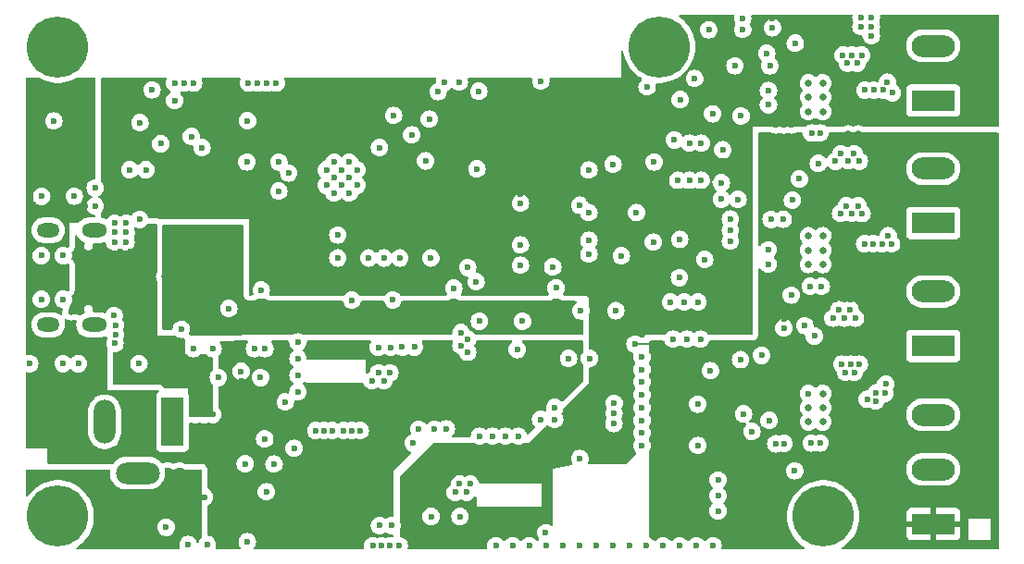
<source format=gbr>
%TF.GenerationSoftware,KiCad,Pcbnew,8.0.4*%
%TF.CreationDate,2025-02-12T19:06:00+01:00*%
%TF.ProjectId,SimpleLedController,53696d70-6c65-44c6-9564-436f6e74726f,A*%
%TF.SameCoordinates,Original*%
%TF.FileFunction,Copper,L3,Inr*%
%TF.FilePolarity,Positive*%
%FSLAX46Y46*%
G04 Gerber Fmt 4.6, Leading zero omitted, Abs format (unit mm)*
G04 Created by KiCad (PCBNEW 8.0.4) date 2025-02-12 19:06:00*
%MOMM*%
%LPD*%
G01*
G04 APERTURE LIST*
%TA.AperFunction,ComponentPad*%
%ADD10C,5.600000*%
%TD*%
%TA.AperFunction,ComponentPad*%
%ADD11C,0.630000*%
%TD*%
%TA.AperFunction,ComponentPad*%
%ADD12C,0.600000*%
%TD*%
%TA.AperFunction,ComponentPad*%
%ADD13O,4.000000X2.000000*%
%TD*%
%TA.AperFunction,ComponentPad*%
%ADD14O,2.000000X4.000000*%
%TD*%
%TA.AperFunction,ComponentPad*%
%ADD15R,2.000000X4.500000*%
%TD*%
%TA.AperFunction,ComponentPad*%
%ADD16O,3.960000X1.980000*%
%TD*%
%TA.AperFunction,ComponentPad*%
%ADD17R,3.960000X1.980000*%
%TD*%
%TA.AperFunction,HeatsinkPad*%
%ADD18C,0.600000*%
%TD*%
%TA.AperFunction,ComponentPad*%
%ADD19O,2.100000X1.300000*%
%TD*%
%TA.AperFunction,ComponentPad*%
%ADD20O,2.300000X1.300000*%
%TD*%
%TA.AperFunction,ViaPad*%
%ADD21C,0.600000*%
%TD*%
%TA.AperFunction,Conductor*%
%ADD22C,0.200000*%
%TD*%
G04 APERTURE END LIST*
D10*
%TO.N,GND*%
%TO.C,H1*%
X103000000Y-108317800D03*
%TD*%
D11*
%TO.N,GND*%
%TO.C,U24*%
X172954251Y-99669612D03*
X172954251Y-98369612D03*
X172954251Y-97069612D03*
X171654251Y-99669612D03*
X171654251Y-98369612D03*
D12*
X171654251Y-97069612D03*
%TD*%
D13*
%TO.N,N/C*%
%TO.C,J1*%
X110288600Y-104362000D03*
D14*
%TO.N,GND*%
X107288600Y-99662000D03*
D15*
%TO.N,/USB_PD/UVP-OVP/Vin*%
X113488600Y-99662000D03*
%TD*%
D16*
%TO.N,GND*%
%TO.C,J5*%
X183071941Y-99024714D03*
%TO.N,/MCU/5V WS2812 and Servo/5V Data{slash}PWM*%
X183071941Y-104024714D03*
D17*
%TO.N,+12V*%
X183071941Y-109024714D03*
%TD*%
D18*
%TO.N,GND*%
%TO.C,U22*%
X130362808Y-77992820D03*
X130362808Y-76592820D03*
X129662808Y-78692820D03*
X129662808Y-77292820D03*
X129662808Y-75892820D03*
X128962808Y-77992820D03*
X128962808Y-76592820D03*
X128262808Y-78692820D03*
X128262808Y-77292820D03*
X128262808Y-75892820D03*
X127562808Y-77992820D03*
X127562808Y-76592820D03*
%TD*%
D19*
%TO.N,Net-(J3-SHIELD)*%
%TO.C,J3*%
X102125000Y-90772800D03*
D20*
X106325000Y-90772800D03*
D12*
X101505000Y-88442800D03*
X103505000Y-88442800D03*
X101505000Y-84442800D03*
X103505000Y-84442800D03*
D19*
X102125000Y-82112800D03*
D20*
X106325000Y-82112800D03*
%TD*%
D10*
%TO.N,unconnected-(H4-Pad1)*%
%TO.C,H4*%
X103000000Y-65317800D03*
%TD*%
D16*
%TO.N,Net-(J14-Pin_2)*%
%TO.C,J14*%
X183061941Y-76474898D03*
D17*
%TO.N,Net-(J14-Pin_1)*%
X183061941Y-81474898D03*
%TD*%
D10*
%TO.N,unconnected-(H2-Pad1)*%
%TO.C,H2*%
X158000000Y-65317800D03*
%TD*%
D16*
%TO.N,Net-(J13-Pin_2)*%
%TO.C,J13*%
X183061941Y-65229990D03*
D17*
%TO.N,Net-(J13-Pin_1)*%
X183061941Y-70229990D03*
%TD*%
D16*
%TO.N,Net-(J12-Pin_2)*%
%TO.C,J12*%
X183061941Y-87719806D03*
D17*
%TO.N,Net-(J12-Pin_1)*%
X183061941Y-92719806D03*
%TD*%
D11*
%TO.N,GND*%
%TO.C,U27*%
X172954251Y-71249000D03*
X172954251Y-69949000D03*
X172954251Y-68649000D03*
X171654251Y-71249000D03*
X171654251Y-69949000D03*
X171654251Y-68649000D03*
%TD*%
D10*
%TO.N,unconnected-(H3-Pad1)*%
%TO.C,H3*%
X173000000Y-108317800D03*
%TD*%
D11*
%TO.N,GND*%
%TO.C,U30*%
X172954251Y-85242520D03*
X172954251Y-83942520D03*
X172954251Y-82642520D03*
X171654251Y-85242520D03*
X171654251Y-83942520D03*
X171654251Y-82642520D03*
%TD*%
D21*
%TO.N,GND*%
X132308600Y-92837000D03*
X177396600Y-63474600D03*
X109245400Y-81483200D03*
X156413200Y-96030142D03*
X140360400Y-106121200D03*
X145110200Y-100990400D03*
X103482600Y-94337600D03*
X156413200Y-99524455D03*
X133451600Y-92837000D03*
X127358600Y-100459000D03*
X140480600Y-92093000D03*
X146111614Y-111000000D03*
X120446800Y-68656200D03*
X172720000Y-101600000D03*
X114303000Y-91188000D03*
X141252400Y-86819200D03*
X108256600Y-90805000D03*
X139880600Y-92693000D03*
X156413200Y-98359684D03*
X156413200Y-100689226D03*
X102644400Y-72112600D03*
X174421800Y-89382600D03*
X106429000Y-78234000D03*
X117681200Y-95607600D03*
X139344400Y-106121200D03*
X164503750Y-83110800D03*
X165430200Y-93970400D03*
X161390684Y-111000000D03*
X143924866Y-100990400D03*
X108161496Y-89933104D03*
X132816600Y-95885000D03*
X176301400Y-75793600D03*
X134493000Y-92811600D03*
X160518300Y-92102400D03*
X138534600Y-100306600D03*
X159845200Y-86463600D03*
X159032400Y-88698800D03*
X115420600Y-92966000D03*
X121607185Y-87595634D03*
X168354200Y-63578200D03*
X104879600Y-94337600D03*
X132410200Y-109169200D03*
X116665200Y-110898400D03*
X156413200Y-93700600D03*
X101526800Y-79021400D03*
X159385000Y-73847400D03*
X161521600Y-98046000D03*
X156413200Y-97194913D03*
X120983200Y-92966000D03*
X139776200Y-108331000D03*
X153862000Y-98894900D03*
X151564800Y-83034600D03*
X156413200Y-101854000D03*
X171808600Y-87251000D03*
X117198600Y-92966000D03*
X156806963Y-111000000D03*
X124968000Y-95402400D03*
X159261000Y-92102400D03*
X176453800Y-63474600D03*
X157530800Y-75869800D03*
X145494200Y-90451400D03*
X161547000Y-88698800D03*
X133553200Y-109169200D03*
X153774600Y-76075000D03*
X162537600Y-63756000D03*
X148567600Y-87403400D03*
X163375800Y-105005600D03*
X100434600Y-94337600D03*
X162918600Y-111000000D03*
X139750800Y-105359200D03*
X126596600Y-100459000D03*
X175818800Y-75107800D03*
X110416800Y-94337600D03*
X174917100Y-90170000D03*
X160289700Y-88698800D03*
X155279056Y-111000000D03*
X151615600Y-93855000D03*
X108204000Y-82321400D03*
X148437600Y-99441000D03*
X175945800Y-90170000D03*
X159692800Y-77546200D03*
X118637200Y-89283000D03*
X151564800Y-76608400D03*
X144583707Y-111000000D03*
X160756600Y-77546200D03*
X135486600Y-101602000D03*
X143055800Y-111000000D03*
X142739533Y-100990400D03*
X147142200Y-99441000D03*
X124615400Y-102084600D03*
X137137600Y-108331000D03*
X106429000Y-79908400D03*
X129136600Y-100459000D03*
X153873200Y-97967800D03*
X147624800Y-109829600D03*
X161848800Y-77546200D03*
X159862777Y-111000000D03*
X139880600Y-91493000D03*
X122140132Y-68656200D03*
X124968000Y-92354400D03*
X156413200Y-94865371D03*
X128120600Y-100459000D03*
X131724400Y-95885000D03*
X162885535Y-71454865D03*
X121948400Y-92966000D03*
X172824600Y-87251000D03*
X122986800Y-68656200D03*
X170441398Y-64996202D03*
X131800600Y-111023400D03*
X111051800Y-76583000D03*
X161848800Y-74144600D03*
X161775600Y-92102400D03*
X140480600Y-93293000D03*
X108204000Y-81483200D03*
X152223242Y-111000000D03*
X124968000Y-93878400D03*
X121928100Y-101221000D03*
X110493000Y-81129600D03*
X165204600Y-79300800D03*
X114912600Y-110898400D03*
X121538369Y-95608000D03*
X133400800Y-111023400D03*
X177396600Y-62654000D03*
X109245400Y-82321400D03*
X113693400Y-70233000D03*
X108204000Y-83210400D03*
X165478500Y-71655400D03*
X108256600Y-91668600D03*
X149167428Y-111000000D03*
X175450500Y-89382600D03*
X109578600Y-76583000D03*
X129898600Y-100459000D03*
X137769600Y-69429800D03*
X145316400Y-85320600D03*
X149710600Y-93855000D03*
X156895800Y-68986400D03*
X150695335Y-111000000D03*
X130660600Y-100459000D03*
X139725400Y-68554600D03*
X172182241Y-91804105D03*
X104498600Y-78996000D03*
X108229400Y-92481400D03*
X112414759Y-74199554D03*
X174117000Y-75793600D03*
X147639521Y-111000000D03*
X161531565Y-101830235D03*
X159870600Y-82961001D03*
X141503400Y-69392800D03*
X160756600Y-74154200D03*
X114557000Y-68656200D03*
X109245400Y-83210400D03*
X171935600Y-73222202D03*
X171907200Y-101600000D03*
X138379200Y-68580000D03*
X141328600Y-76497200D03*
X169395600Y-91073603D03*
X175260000Y-75742800D03*
X137442400Y-100332000D03*
X161239200Y-68224400D03*
X176453800Y-62654000D03*
X153751149Y-111000000D03*
X134213600Y-111023400D03*
X177393600Y-64312800D03*
X148440600Y-98348800D03*
X158334870Y-111000000D03*
X112906000Y-109323600D03*
X163375800Y-107825000D03*
X172697600Y-73222202D03*
X150726600Y-79834200D03*
X174599600Y-75107800D03*
X153850800Y-99822000D03*
X133375400Y-95173800D03*
X165712600Y-98935000D03*
X132588000Y-111023400D03*
X135610600Y-92811600D03*
X135994600Y-100332000D03*
X121293466Y-68656200D03*
X172542200Y-75996800D03*
X173888400Y-90170000D03*
X147167600Y-68453000D03*
X132334000Y-95173800D03*
X124968000Y-96926400D03*
X170172283Y-79364861D03*
X140716000Y-105359200D03*
X163680600Y-79275400D03*
X141554200Y-100990400D03*
X163375800Y-106415300D03*
X115420600Y-68656200D03*
X113693400Y-68656200D03*
%TO.N,+5V*%
X135216800Y-89763600D03*
X144097200Y-90451400D03*
X112779000Y-86362000D03*
X131902200Y-89763600D03*
X133057600Y-89763600D03*
X136296400Y-89763600D03*
X134137200Y-89763600D03*
%TO.N,+3V3*%
X166220600Y-83949000D03*
X170815000Y-77419200D03*
X137769600Y-111043600D03*
X168354200Y-62740000D03*
X136474200Y-111043600D03*
X156898800Y-87378000D03*
X116332000Y-70764400D03*
X165636400Y-64772000D03*
X139192000Y-111023400D03*
X135588200Y-104650000D03*
X169421000Y-101652800D03*
X147015200Y-83464400D03*
X148999400Y-72163400D03*
X165735000Y-87985600D03*
X145316400Y-87082800D03*
X164668200Y-87985600D03*
X145316400Y-78843600D03*
X170132200Y-72468200D03*
X166246000Y-79005200D03*
X165478500Y-69039200D03*
X168659000Y-72468200D03*
X169395600Y-72468200D03*
X166474600Y-100535200D03*
X171300600Y-90857800D03*
X171935600Y-63146400D03*
X135534400Y-110617000D03*
X115468400Y-70764400D03*
X168659000Y-101678200D03*
X142363100Y-79791178D03*
X163452000Y-83771200D03*
X170081400Y-88063800D03*
X140385800Y-111023400D03*
X162537600Y-62765400D03*
X120269000Y-70764400D03*
X165230000Y-85828600D03*
X115468400Y-69850000D03*
X151564800Y-79250000D03*
X167354000Y-93575600D03*
X162156600Y-81078800D03*
X117170200Y-70764400D03*
%TO.N,/MCU/Buttons/Buttons.BTN1*%
X123218400Y-78538800D03*
X145316400Y-79656400D03*
%TO.N,/USB_PD/UVP-OVP/Vin*%
X113058400Y-104142000D03*
X114125200Y-104142000D03*
X114633200Y-104650000D03*
X122075400Y-106072400D03*
X113591800Y-104650000D03*
X120322800Y-110644400D03*
X116411200Y-106555000D03*
X122776600Y-103532400D03*
X120145000Y-103507000D03*
%TO.N,Net-(Q3-S)*%
X115595400Y-99009200D03*
X109474000Y-84861400D03*
X105279000Y-88692800D03*
X109626400Y-84074000D03*
X116382800Y-99009200D03*
X123802600Y-97842800D03*
X117170200Y-99009200D03*
X116814600Y-98298000D03*
X104724200Y-88138000D03*
X113414000Y-93067600D03*
X104216200Y-89585800D03*
X115976400Y-98298000D03*
X119766869Y-95039167D03*
X105079800Y-89611200D03*
X108740400Y-84050600D03*
X108661200Y-84861400D03*
%TO.N,/MCU/ESP32S3/I2C1.SDA*%
X163807600Y-74752200D03*
X124117000Y-76887800D03*
%TO.N,+12V*%
X159667400Y-100609400D03*
X169595800Y-75615800D03*
X175361600Y-102260400D03*
X176631600Y-73964800D03*
X175765000Y-101572600D03*
X159664400Y-99441000D03*
X176199800Y-73304400D03*
X168808400Y-74777600D03*
X169595800Y-74752200D03*
X169395600Y-90273600D03*
X159664400Y-94716600D03*
X174091600Y-88493600D03*
X168024000Y-104192800D03*
X165771866Y-105000000D03*
X169395600Y-89486200D03*
X174828200Y-88087200D03*
X164645800Y-105000000D03*
X175539400Y-88468200D03*
X176022000Y-87782400D03*
X159667400Y-98298000D03*
X164645800Y-104192800D03*
X168808400Y-75615800D03*
X159664400Y-101752400D03*
X176225200Y-102260400D03*
X168808400Y-76454000D03*
X168608200Y-90273600D03*
X176682400Y-101574600D03*
X168608200Y-89511600D03*
X166897932Y-104192800D03*
X175742600Y-73990200D03*
X175272700Y-73304400D03*
X174828200Y-73990200D03*
X165771866Y-104192800D03*
X168024000Y-105000000D03*
X166897932Y-105000000D03*
X169595800Y-76428600D03*
X177088800Y-102260400D03*
X159664400Y-97104200D03*
X159667400Y-93624400D03*
X159667400Y-95961200D03*
X175463200Y-87096600D03*
X155778200Y-92549200D03*
%TO.N,/MCU/ESP32S3/I2C1.SCL*%
X163680600Y-77776800D03*
X136629600Y-75770200D03*
%TO.N,/MCU/5V WS2812 and Servo/5V Data{slash}PWM*%
X145011600Y-93042200D03*
X170386200Y-104142000D03*
%TO.N,/MCU/CH340 prog/UART_PROG.RST*%
X111610600Y-69267800D03*
X120348200Y-72087200D03*
%TO.N,/MCU/CH340 prog/UART_PROG.BOOT*%
X110518400Y-72265000D03*
X139220400Y-87413000D03*
%TO.N,/USB_PD/VBUS*%
X143129000Y-97891600D03*
X147523200Y-94665800D03*
X128240366Y-104573800D03*
X148085000Y-96979200D03*
X127702733Y-105308400D03*
X106784600Y-94337600D03*
X119100600Y-99618800D03*
X144957800Y-97866200D03*
X128811866Y-105308400D03*
X129921000Y-105308400D03*
X118036800Y-99644200D03*
X118113000Y-97385600D03*
X132305600Y-102844600D03*
X146558000Y-93751400D03*
X104651000Y-72112600D03*
X143179800Y-95326200D03*
X150743591Y-103022400D03*
X144119600Y-95300800D03*
X126593600Y-105308400D03*
X104651000Y-74855800D03*
X131495800Y-102362000D03*
X147497800Y-93726000D03*
X131495800Y-103200200D03*
X118062200Y-101322600D03*
X131448000Y-101551200D03*
X129387600Y-104573800D03*
X119100600Y-101295200D03*
X144068800Y-97866200D03*
X120091200Y-99491800D03*
X119049800Y-97383600D03*
X121056400Y-99466400D03*
X132257800Y-101195600D03*
X119862600Y-96951800D03*
X132280200Y-101981000D03*
X100510800Y-79961200D03*
X118795800Y-95785400D03*
X127093133Y-104573800D03*
X119786400Y-95935800D03*
X105537000Y-79908400D03*
X146583400Y-94691200D03*
X145008600Y-95300800D03*
%TO.N,/MCU/ESP32S3/I2C2.SDA*%
X155920900Y-80494600D03*
X123218400Y-75871800D03*
%TO.N,/MCU/ESP32S3/VSPI.CS*%
X154536600Y-84457000D03*
X128603200Y-82552000D03*
%TO.N,/MCU/ESP32S3/Hbridge2.IN1*%
X167960600Y-85217000D03*
X133632400Y-88493000D03*
%TO.N,/MCU/ESP32S3/VSPI.MISO*%
X131439533Y-84660200D03*
X148262800Y-85473000D03*
%TO.N,/MCU/ESP32S3/I2C2.SCL*%
X120297400Y-75871800D03*
X151564800Y-80494600D03*
%TO.N,/MCU/CH340 prog/UART_PROG.TX*%
X116182600Y-74551000D03*
X132413200Y-74551000D03*
%TO.N,/MCU/ESP32S3/Hbridge1.IN1*%
X136972500Y-71947500D03*
X167989000Y-70639400D03*
%TO.N,/MCU/ESP32S3/Hbridge3.IN2*%
X140489673Y-85533400D03*
X132819600Y-84660200D03*
X162690000Y-94972600D03*
X141557200Y-90451400D03*
%TO.N,/MCU/ESP32S3/Hbridge2.IN2*%
X157457600Y-83212400D03*
X137112200Y-84660200D03*
%TO.N,/MCU/ESP32S3/VSPI.MOSI*%
X128603200Y-84660200D03*
X151564800Y-84304600D03*
%TO.N,/MCU/ESP32S3/Hbridge3.IN1*%
X145316400Y-83466400D03*
X154028600Y-89486200D03*
X168044332Y-99539532D03*
X134275866Y-84660200D03*
%TO.N,/MCU/CH340 prog/UART_PROG.RX*%
X115217400Y-73535000D03*
X135359600Y-73382820D03*
%TO.N,/MCU/ESP32S3/VSPI.SCK*%
X150828200Y-89486200D03*
X129898600Y-88521000D03*
%TO.N,/MCU/ESP32S3/Hbridge1.IN2*%
X133708600Y-71604600D03*
X159921400Y-70156800D03*
%TO.N,/MCU/POWER SECTION/DRV1/IN22*%
X164934100Y-67066900D03*
X167989000Y-69318600D03*
%TO.N,/MCU/POWER SECTION/DRV2/IN22*%
X162156600Y-84787200D03*
X167960600Y-83921600D03*
%TO.N,Net-(U9-A0)*%
X167834865Y-65911265D03*
X165636400Y-62740000D03*
%TO.N,Net-(U10-A0)*%
X164503750Y-81086450D03*
X169341800Y-81105972D03*
%TO.N,Net-(U9-A1)*%
X168118588Y-67058000D03*
X165636400Y-63724385D03*
%TO.N,Net-(U10-A1)*%
X164503750Y-82120200D03*
X168224200Y-81127600D03*
%TO.N,Net-(U24-ISEN)*%
X174701200Y-94386400D03*
X178638200Y-97053400D03*
X175031400Y-95123000D03*
X175844200Y-95148400D03*
X177012600Y-97612200D03*
X177800000Y-97764600D03*
X177850800Y-97002600D03*
X176301400Y-94386400D03*
X175488600Y-94386400D03*
X178714400Y-96215200D03*
%TO.N,Net-(U27-ISEN)*%
X174802800Y-66090800D03*
X176809400Y-69291200D03*
X175641000Y-66090800D03*
X175209200Y-66827400D03*
X178451932Y-69291200D03*
X177630666Y-69291200D03*
X179324000Y-69545200D03*
X176098200Y-66827400D03*
X176504600Y-66090800D03*
X178866800Y-68554600D03*
%TO.N,Net-(U30-ISEN)*%
X176784000Y-83362800D03*
X178384200Y-83362800D03*
X176174400Y-79883000D03*
X178943000Y-82626200D03*
X179247800Y-83362800D03*
X176555400Y-80594200D03*
X177546000Y-83362800D03*
X175107600Y-79883000D03*
X174574200Y-80568800D03*
X175590200Y-80568800D03*
%TD*%
D22*
%TO.N,+12V*%
X158701200Y-94210600D02*
X159667400Y-94210600D01*
X155778200Y-92549200D02*
X157039800Y-92549200D01*
X157039800Y-92549200D02*
X158701200Y-94210600D01*
X159667400Y-93624400D02*
X159666400Y-93623400D01*
%TD*%
%TA.AperFunction,Conductor*%
%TO.N,+3V3*%
G36*
X164815477Y-62374185D02*
G01*
X164861232Y-62426989D01*
X164871176Y-62496147D01*
X164865480Y-62519455D01*
X164851031Y-62560745D01*
X164851030Y-62560750D01*
X164830835Y-62739996D01*
X164830835Y-62740003D01*
X164851030Y-62919249D01*
X164851033Y-62919262D01*
X164910609Y-63089520D01*
X164958803Y-63166221D01*
X164977803Y-63233458D01*
X164958804Y-63298163D01*
X164910608Y-63374867D01*
X164851033Y-63545122D01*
X164851030Y-63545135D01*
X164830835Y-63724381D01*
X164830835Y-63724388D01*
X164851030Y-63903634D01*
X164851031Y-63903639D01*
X164910611Y-64073908D01*
X164948084Y-64133545D01*
X165006584Y-64226647D01*
X165134138Y-64354201D01*
X165184453Y-64385816D01*
X165284681Y-64448794D01*
X165286878Y-64450174D01*
X165406550Y-64492049D01*
X165457145Y-64509753D01*
X165457150Y-64509754D01*
X165636396Y-64529950D01*
X165636400Y-64529950D01*
X165636404Y-64529950D01*
X165815649Y-64509754D01*
X165815652Y-64509753D01*
X165815655Y-64509753D01*
X165985922Y-64450174D01*
X166138662Y-64354201D01*
X166266216Y-64226647D01*
X166362189Y-64073907D01*
X166421768Y-63903640D01*
X166422761Y-63894827D01*
X166441965Y-63724388D01*
X166441965Y-63724381D01*
X166425494Y-63578196D01*
X167548635Y-63578196D01*
X167548635Y-63578203D01*
X167568830Y-63757449D01*
X167568831Y-63757454D01*
X167628411Y-63927723D01*
X167720265Y-64073907D01*
X167724384Y-64080462D01*
X167851938Y-64208016D01*
X167934619Y-64259968D01*
X167965740Y-64279523D01*
X168004678Y-64303989D01*
X168148173Y-64354200D01*
X168174945Y-64363568D01*
X168174950Y-64363569D01*
X168354196Y-64383765D01*
X168354200Y-64383765D01*
X168354204Y-64383765D01*
X168533449Y-64363569D01*
X168533452Y-64363568D01*
X168533455Y-64363568D01*
X168703722Y-64303989D01*
X168856462Y-64208016D01*
X168984016Y-64080462D01*
X169079989Y-63927722D01*
X169139568Y-63757455D01*
X169139732Y-63756000D01*
X169159765Y-63578203D01*
X169159765Y-63578196D01*
X169139569Y-63398950D01*
X169139568Y-63398945D01*
X169104303Y-63298163D01*
X169079989Y-63228678D01*
X168984016Y-63075938D01*
X168856462Y-62948384D01*
X168810094Y-62919249D01*
X168703723Y-62852411D01*
X168533454Y-62792831D01*
X168533449Y-62792830D01*
X168354204Y-62772635D01*
X168354196Y-62772635D01*
X168174950Y-62792830D01*
X168174945Y-62792831D01*
X168004676Y-62852411D01*
X167851937Y-62948384D01*
X167724384Y-63075937D01*
X167628411Y-63228676D01*
X167568831Y-63398945D01*
X167568830Y-63398950D01*
X167548635Y-63578196D01*
X166425494Y-63578196D01*
X166421769Y-63545135D01*
X166421766Y-63545122D01*
X166362190Y-63374866D01*
X166362189Y-63374862D01*
X166313996Y-63298164D01*
X166294996Y-63230927D01*
X166313997Y-63166219D01*
X166362188Y-63089524D01*
X166362189Y-63089522D01*
X166421768Y-62919255D01*
X166421769Y-62919249D01*
X166441965Y-62740003D01*
X166441965Y-62739996D01*
X166421769Y-62560750D01*
X166421768Y-62560745D01*
X166407320Y-62519455D01*
X166403759Y-62449676D01*
X166438488Y-62389048D01*
X166500481Y-62356821D01*
X166524362Y-62354500D01*
X175543224Y-62354500D01*
X175610263Y-62374185D01*
X175656018Y-62426989D01*
X175666444Y-62492383D01*
X175648235Y-62653996D01*
X175648235Y-62654003D01*
X175668430Y-62833249D01*
X175668433Y-62833262D01*
X175728010Y-63003521D01*
X175731031Y-63009794D01*
X175728366Y-63011077D01*
X175743746Y-63065656D01*
X175728497Y-63117586D01*
X175731031Y-63118806D01*
X175728010Y-63125078D01*
X175668433Y-63295337D01*
X175668430Y-63295350D01*
X175648235Y-63474596D01*
X175648235Y-63474603D01*
X175668430Y-63653849D01*
X175668431Y-63653854D01*
X175728011Y-63824123D01*
X175810373Y-63955200D01*
X175823984Y-63976862D01*
X175951538Y-64104416D01*
X176041880Y-64161182D01*
X176088757Y-64190637D01*
X176104278Y-64200389D01*
X176269670Y-64258262D01*
X176274545Y-64259968D01*
X176274550Y-64259969D01*
X176453796Y-64280165D01*
X176453797Y-64280164D01*
X176453800Y-64280165D01*
X176459493Y-64279523D01*
X176528313Y-64291572D01*
X176579696Y-64338917D01*
X176596604Y-64388859D01*
X176608230Y-64492049D01*
X176608231Y-64492054D01*
X176667811Y-64662323D01*
X176693496Y-64703200D01*
X176763784Y-64815062D01*
X176891338Y-64942616D01*
X177044078Y-65038589D01*
X177214345Y-65098168D01*
X177214350Y-65098169D01*
X177393596Y-65118365D01*
X177393600Y-65118365D01*
X177393604Y-65118365D01*
X177444016Y-65112685D01*
X180581441Y-65112685D01*
X180581441Y-65347295D01*
X180591215Y-65409003D01*
X180618142Y-65579017D01*
X180690638Y-65802140D01*
X180797153Y-66011185D01*
X180935045Y-66200979D01*
X180935049Y-66200984D01*
X181100944Y-66366879D01*
X181100951Y-66366885D01*
X181202031Y-66440323D01*
X181290749Y-66504780D01*
X181408225Y-66564637D01*
X181499790Y-66611292D01*
X181611351Y-66647540D01*
X181722915Y-66683789D01*
X181954636Y-66720490D01*
X181954637Y-66720490D01*
X184169245Y-66720490D01*
X184169246Y-66720490D01*
X184400967Y-66683789D01*
X184624094Y-66611291D01*
X184833133Y-66504780D01*
X185022937Y-66366880D01*
X185188831Y-66200986D01*
X185326731Y-66011182D01*
X185433242Y-65802143D01*
X185505740Y-65579016D01*
X185542441Y-65347295D01*
X185542441Y-65112685D01*
X185505740Y-64880964D01*
X185434700Y-64662323D01*
X185433243Y-64657839D01*
X185427556Y-64646678D01*
X185326731Y-64448798D01*
X185280972Y-64385816D01*
X185188836Y-64259000D01*
X185188832Y-64258995D01*
X185022935Y-64093098D01*
X185022930Y-64093094D01*
X184833136Y-63955202D01*
X184833135Y-63955201D01*
X184833133Y-63955200D01*
X184714645Y-63894827D01*
X184624091Y-63848687D01*
X184400968Y-63776191D01*
X184273461Y-63755996D01*
X184169246Y-63739490D01*
X181954636Y-63739490D01*
X181877395Y-63751723D01*
X181722913Y-63776191D01*
X181499790Y-63848687D01*
X181290745Y-63955202D01*
X181100951Y-64093094D01*
X181100946Y-64093098D01*
X180935049Y-64258995D01*
X180935045Y-64259000D01*
X180797153Y-64448794D01*
X180690638Y-64657839D01*
X180618142Y-64880962D01*
X180593177Y-65038588D01*
X180581441Y-65112685D01*
X177444016Y-65112685D01*
X177572849Y-65098169D01*
X177572852Y-65098168D01*
X177572855Y-65098168D01*
X177743122Y-65038589D01*
X177895862Y-64942616D01*
X178023416Y-64815062D01*
X178119389Y-64662322D01*
X178178968Y-64492055D01*
X178183842Y-64448798D01*
X178199165Y-64312803D01*
X178199165Y-64312796D01*
X178178969Y-64133550D01*
X178178968Y-64133545D01*
X178119388Y-63963276D01*
X178118626Y-63962063D01*
X178118371Y-63961163D01*
X178116369Y-63957005D01*
X178117097Y-63956654D01*
X178099623Y-63894827D01*
X178118626Y-63830111D01*
X178122388Y-63824123D01*
X178122389Y-63824122D01*
X178181968Y-63653855D01*
X178190492Y-63578203D01*
X178202165Y-63474603D01*
X178202165Y-63474596D01*
X178181969Y-63295350D01*
X178181966Y-63295337D01*
X178122389Y-63125078D01*
X178119368Y-63118805D01*
X178122064Y-63117506D01*
X178106650Y-63063150D01*
X178121951Y-63011039D01*
X178119368Y-63009795D01*
X178122389Y-63003521D01*
X178181966Y-62833262D01*
X178181969Y-62833249D01*
X178202165Y-62654003D01*
X178202165Y-62653996D01*
X178183956Y-62492383D01*
X178196011Y-62423561D01*
X178243360Y-62372182D01*
X178307176Y-62354500D01*
X188921100Y-62354500D01*
X188988139Y-62374185D01*
X189033894Y-62426989D01*
X189045100Y-62478500D01*
X189045100Y-72547400D01*
X189025415Y-72614439D01*
X188972611Y-72660194D01*
X188921100Y-72671400D01*
X176732719Y-72671400D01*
X176666747Y-72652394D01*
X176549323Y-72578611D01*
X176379054Y-72519031D01*
X176379049Y-72519030D01*
X176199804Y-72498835D01*
X176199796Y-72498835D01*
X176020550Y-72519030D01*
X176020537Y-72519033D01*
X175850282Y-72578608D01*
X175802221Y-72608807D01*
X175734984Y-72627806D01*
X175670279Y-72608807D01*
X175622222Y-72578611D01*
X175622221Y-72578610D01*
X175622217Y-72578608D01*
X175451962Y-72519033D01*
X175451949Y-72519030D01*
X175272704Y-72498835D01*
X175272696Y-72498835D01*
X175093450Y-72519030D01*
X175093445Y-72519031D01*
X174923176Y-72578611D01*
X174805753Y-72652394D01*
X174739781Y-72671400D01*
X173330238Y-72671400D01*
X173263199Y-72651715D01*
X173242557Y-72635081D01*
X173199862Y-72592386D01*
X173047123Y-72496413D01*
X172876854Y-72436833D01*
X172876849Y-72436832D01*
X172697604Y-72416637D01*
X172697596Y-72416637D01*
X172518350Y-72436832D01*
X172518337Y-72436835D01*
X172357555Y-72493096D01*
X172287776Y-72496658D01*
X172275645Y-72493096D01*
X172114862Y-72436835D01*
X172114849Y-72436832D01*
X171935604Y-72416637D01*
X171935596Y-72416637D01*
X171756350Y-72436832D01*
X171756345Y-72436833D01*
X171586076Y-72496413D01*
X171433337Y-72592386D01*
X171390643Y-72635081D01*
X171329320Y-72668566D01*
X171302962Y-72671400D01*
X166550800Y-72671400D01*
X166550800Y-91597400D01*
X166531115Y-91664439D01*
X166478311Y-91710194D01*
X166426800Y-91721400D01*
X162550142Y-91721400D01*
X162483103Y-91701715D01*
X162445149Y-91663373D01*
X162405416Y-91600138D01*
X162277862Y-91472584D01*
X162178719Y-91410288D01*
X162125123Y-91376611D01*
X161954854Y-91317031D01*
X161954849Y-91317030D01*
X161775604Y-91296835D01*
X161775596Y-91296835D01*
X161596350Y-91317030D01*
X161596345Y-91317031D01*
X161426076Y-91376611D01*
X161273337Y-91472584D01*
X161234631Y-91511291D01*
X161173308Y-91544776D01*
X161103616Y-91539792D01*
X161059269Y-91511291D01*
X161020562Y-91472584D01*
X160867823Y-91376611D01*
X160697554Y-91317031D01*
X160697549Y-91317030D01*
X160518304Y-91296835D01*
X160518296Y-91296835D01*
X160339050Y-91317030D01*
X160339045Y-91317031D01*
X160168776Y-91376611D01*
X160016037Y-91472584D01*
X159977331Y-91511291D01*
X159916008Y-91544776D01*
X159846316Y-91539792D01*
X159801969Y-91511291D01*
X159763262Y-91472584D01*
X159610523Y-91376611D01*
X159440254Y-91317031D01*
X159440249Y-91317030D01*
X159261004Y-91296835D01*
X159260996Y-91296835D01*
X159081750Y-91317030D01*
X159081745Y-91317031D01*
X158911476Y-91376611D01*
X158758737Y-91472584D01*
X158631184Y-91600137D01*
X158617244Y-91622323D01*
X158591450Y-91663373D01*
X158539118Y-91709663D01*
X158486458Y-91721400D01*
X156695599Y-91721400D01*
X156644800Y-91772199D01*
X156644800Y-91824700D01*
X156625115Y-91891739D01*
X156572311Y-91937494D01*
X156520800Y-91948700D01*
X156360612Y-91948700D01*
X156293573Y-91929015D01*
X156283297Y-91921645D01*
X156280463Y-91919385D01*
X156280462Y-91919384D01*
X156216459Y-91879168D01*
X156127723Y-91823411D01*
X155957454Y-91763831D01*
X155957449Y-91763830D01*
X155778204Y-91743635D01*
X155778196Y-91743635D01*
X155598950Y-91763830D01*
X155598945Y-91763831D01*
X155428676Y-91823411D01*
X155275937Y-91919384D01*
X155148384Y-92046937D01*
X155052411Y-92199676D01*
X154992831Y-92369945D01*
X154992830Y-92369950D01*
X154972635Y-92549196D01*
X154972635Y-92549203D01*
X154992830Y-92728449D01*
X154992831Y-92728454D01*
X155052411Y-92898723D01*
X155142564Y-93042200D01*
X155148384Y-93051462D01*
X155275938Y-93179016D01*
X155428678Y-93274989D01*
X155428680Y-93274990D01*
X155565865Y-93322994D01*
X155622641Y-93363715D01*
X155648388Y-93428668D01*
X155641952Y-93480988D01*
X155627833Y-93521338D01*
X155627830Y-93521350D01*
X155607635Y-93700596D01*
X155607635Y-93700603D01*
X155627830Y-93879849D01*
X155627831Y-93879854D01*
X155687411Y-94050123D01*
X155783383Y-94202861D01*
X155785626Y-94205673D01*
X155786507Y-94207833D01*
X155787089Y-94208758D01*
X155786926Y-94208859D01*
X155812034Y-94270360D01*
X155799277Y-94339055D01*
X155785630Y-94360291D01*
X155783388Y-94363101D01*
X155687411Y-94515847D01*
X155627831Y-94686116D01*
X155627830Y-94686121D01*
X155607635Y-94865367D01*
X155607635Y-94865374D01*
X155627830Y-95044620D01*
X155627831Y-95044625D01*
X155687411Y-95214894D01*
X155783383Y-95367632D01*
X155785626Y-95370444D01*
X155786507Y-95372604D01*
X155787089Y-95373529D01*
X155786926Y-95373630D01*
X155812034Y-95435131D01*
X155799277Y-95503826D01*
X155785630Y-95525062D01*
X155783388Y-95527872D01*
X155687411Y-95680618D01*
X155627831Y-95850887D01*
X155627830Y-95850892D01*
X155607635Y-96030138D01*
X155607635Y-96030145D01*
X155627830Y-96209391D01*
X155627831Y-96209396D01*
X155687411Y-96379665D01*
X155783383Y-96532403D01*
X155785626Y-96535215D01*
X155786507Y-96537375D01*
X155787089Y-96538300D01*
X155786926Y-96538401D01*
X155812034Y-96599902D01*
X155799277Y-96668597D01*
X155785630Y-96689833D01*
X155783388Y-96692643D01*
X155687411Y-96845389D01*
X155627831Y-97015658D01*
X155627830Y-97015663D01*
X155607635Y-97194909D01*
X155607635Y-97194916D01*
X155627830Y-97374162D01*
X155627831Y-97374167D01*
X155687411Y-97544436D01*
X155783383Y-97697174D01*
X155785626Y-97699986D01*
X155786507Y-97702146D01*
X155787089Y-97703071D01*
X155786926Y-97703172D01*
X155812034Y-97764673D01*
X155799277Y-97833368D01*
X155785630Y-97854604D01*
X155783388Y-97857414D01*
X155687411Y-98010160D01*
X155627831Y-98180429D01*
X155627830Y-98180434D01*
X155607635Y-98359680D01*
X155607635Y-98359687D01*
X155627830Y-98538933D01*
X155627831Y-98538938D01*
X155687411Y-98709207D01*
X155783383Y-98861945D01*
X155785626Y-98864757D01*
X155786507Y-98866917D01*
X155787089Y-98867842D01*
X155786926Y-98867943D01*
X155812034Y-98929444D01*
X155799277Y-98998139D01*
X155785630Y-99019375D01*
X155783388Y-99022185D01*
X155687411Y-99174931D01*
X155627831Y-99345200D01*
X155627830Y-99345205D01*
X155607635Y-99524451D01*
X155607635Y-99524458D01*
X155627830Y-99703704D01*
X155627831Y-99703709D01*
X155687411Y-99873978D01*
X155783383Y-100026716D01*
X155785626Y-100029528D01*
X155786507Y-100031688D01*
X155787089Y-100032613D01*
X155786926Y-100032714D01*
X155812034Y-100094215D01*
X155799277Y-100162910D01*
X155785630Y-100184146D01*
X155783388Y-100186956D01*
X155687411Y-100339702D01*
X155627831Y-100509971D01*
X155627830Y-100509976D01*
X155607635Y-100689222D01*
X155607635Y-100689229D01*
X155627830Y-100868475D01*
X155627831Y-100868480D01*
X155687411Y-101038749D01*
X155728692Y-101104446D01*
X155783384Y-101191488D01*
X155783385Y-101191489D01*
X155783389Y-101191495D01*
X155785630Y-101194306D01*
X155786510Y-101196463D01*
X155787089Y-101197384D01*
X155786927Y-101197485D01*
X155812035Y-101258994D01*
X155799275Y-101327688D01*
X155785630Y-101348920D01*
X155783389Y-101351730D01*
X155687411Y-101504476D01*
X155627831Y-101674745D01*
X155627830Y-101674750D01*
X155607635Y-101853996D01*
X155607635Y-101854003D01*
X155627830Y-102033249D01*
X155627831Y-102033254D01*
X155687411Y-102203523D01*
X155783384Y-102356262D01*
X155863579Y-102436457D01*
X155897064Y-102497780D01*
X155892080Y-102567472D01*
X155863579Y-102611819D01*
X154953919Y-103521481D01*
X154892596Y-103554966D01*
X154866238Y-103557800D01*
X151576947Y-103557800D01*
X151509908Y-103538115D01*
X151464153Y-103485311D01*
X151454209Y-103416153D01*
X151467876Y-103378925D01*
X151466360Y-103378195D01*
X151469377Y-103371929D01*
X151469378Y-103371923D01*
X151469380Y-103371922D01*
X151528959Y-103201655D01*
X151533937Y-103157478D01*
X151549156Y-103022403D01*
X151549156Y-103022396D01*
X151528960Y-102843150D01*
X151528959Y-102843145D01*
X151507287Y-102781211D01*
X151469380Y-102672878D01*
X151373407Y-102520138D01*
X151245853Y-102392584D01*
X151234369Y-102385368D01*
X151093114Y-102296611D01*
X150922845Y-102237031D01*
X150922840Y-102237030D01*
X150743595Y-102216835D01*
X150743587Y-102216835D01*
X150564341Y-102237030D01*
X150564336Y-102237031D01*
X150394067Y-102296611D01*
X150241328Y-102392584D01*
X150113775Y-102520137D01*
X150017802Y-102672876D01*
X149958222Y-102843145D01*
X149958221Y-102843150D01*
X149938026Y-103022396D01*
X149938026Y-103022403D01*
X149958221Y-103201649D01*
X149958222Y-103201654D01*
X150017803Y-103371925D01*
X150045111Y-103415386D01*
X150064111Y-103482622D01*
X150043743Y-103549457D01*
X149990475Y-103594671D01*
X149964128Y-103603010D01*
X148262800Y-103938799D01*
X148262800Y-109060712D01*
X148243115Y-109127751D01*
X148190311Y-109173506D01*
X148121153Y-109183450D01*
X148072828Y-109165706D01*
X147974323Y-109103811D01*
X147804054Y-109044231D01*
X147804049Y-109044230D01*
X147624804Y-109024035D01*
X147624796Y-109024035D01*
X147445550Y-109044230D01*
X147445545Y-109044231D01*
X147275276Y-109103811D01*
X147122537Y-109199784D01*
X146994984Y-109327337D01*
X146899011Y-109480076D01*
X146839431Y-109650345D01*
X146839430Y-109650350D01*
X146819235Y-109829596D01*
X146819235Y-109829603D01*
X146839430Y-110008849D01*
X146839431Y-110008854D01*
X146899011Y-110179123D01*
X146994984Y-110331862D01*
X146998410Y-110335288D01*
X147031895Y-110396611D01*
X147026911Y-110466303D01*
X147012704Y-110491401D01*
X147013409Y-110491844D01*
X146980560Y-110544121D01*
X146928224Y-110590411D01*
X146859171Y-110601058D01*
X146795323Y-110572682D01*
X146770573Y-110544119D01*
X146756133Y-110521138D01*
X146741430Y-110497738D01*
X146613876Y-110370184D01*
X146566865Y-110340645D01*
X146461137Y-110274211D01*
X146290868Y-110214631D01*
X146290863Y-110214630D01*
X146111618Y-110194435D01*
X146111610Y-110194435D01*
X145932364Y-110214630D01*
X145932359Y-110214631D01*
X145762090Y-110274211D01*
X145609351Y-110370184D01*
X145481799Y-110497736D01*
X145452653Y-110544121D01*
X145400317Y-110590411D01*
X145331264Y-110601058D01*
X145267416Y-110572682D01*
X145242666Y-110544119D01*
X145228226Y-110521138D01*
X145213523Y-110497738D01*
X145085969Y-110370184D01*
X145038958Y-110340645D01*
X144933230Y-110274211D01*
X144762961Y-110214631D01*
X144762956Y-110214630D01*
X144583711Y-110194435D01*
X144583703Y-110194435D01*
X144404457Y-110214630D01*
X144404452Y-110214631D01*
X144234183Y-110274211D01*
X144081444Y-110370184D01*
X143953892Y-110497736D01*
X143924746Y-110544121D01*
X143872410Y-110590411D01*
X143803357Y-110601058D01*
X143739509Y-110572682D01*
X143714759Y-110544119D01*
X143700319Y-110521138D01*
X143685616Y-110497738D01*
X143558062Y-110370184D01*
X143511051Y-110340645D01*
X143405323Y-110274211D01*
X143235054Y-110214631D01*
X143235049Y-110214630D01*
X143055804Y-110194435D01*
X143055796Y-110194435D01*
X142876550Y-110214630D01*
X142876545Y-110214631D01*
X142706276Y-110274211D01*
X142553537Y-110370184D01*
X142425984Y-110497737D01*
X142330011Y-110650476D01*
X142270431Y-110820745D01*
X142270430Y-110820750D01*
X142250235Y-110999996D01*
X142250235Y-111000003D01*
X142270430Y-111179249D01*
X142270432Y-111179255D01*
X142273682Y-111188543D01*
X142277245Y-111258322D01*
X142242517Y-111318950D01*
X142180524Y-111351178D01*
X142156641Y-111353500D01*
X135120030Y-111353500D01*
X135052991Y-111333815D01*
X135007236Y-111281011D01*
X134997292Y-111211853D01*
X134998919Y-111203087D01*
X135001605Y-111179255D01*
X135013052Y-111077655D01*
X135019165Y-111023403D01*
X135019165Y-111023396D01*
X134998969Y-110844150D01*
X134998968Y-110844145D01*
X134989562Y-110817265D01*
X134939389Y-110673878D01*
X134843416Y-110521138D01*
X134715862Y-110393584D01*
X134595748Y-110318111D01*
X134563121Y-110297610D01*
X134401246Y-110240968D01*
X134344469Y-110200246D01*
X134318722Y-110135293D01*
X134318200Y-110123926D01*
X134318200Y-109427730D01*
X134325159Y-109386775D01*
X134329908Y-109373203D01*
X134338568Y-109348455D01*
X134356606Y-109188361D01*
X134358765Y-109169203D01*
X134358765Y-109169196D01*
X134338568Y-108989946D01*
X134338568Y-108989945D01*
X134325158Y-108951619D01*
X134318200Y-108910666D01*
X134318200Y-108330996D01*
X136332035Y-108330996D01*
X136332035Y-108331003D01*
X136352230Y-108510249D01*
X136352231Y-108510254D01*
X136411811Y-108680523D01*
X136499249Y-108819678D01*
X136507784Y-108833262D01*
X136635338Y-108960816D01*
X136681698Y-108989946D01*
X136768093Y-109044232D01*
X136788078Y-109056789D01*
X136922459Y-109103811D01*
X136958345Y-109116368D01*
X136958350Y-109116369D01*
X137137596Y-109136565D01*
X137137600Y-109136565D01*
X137137604Y-109136565D01*
X137316849Y-109116369D01*
X137316852Y-109116368D01*
X137316855Y-109116368D01*
X137487122Y-109056789D01*
X137639862Y-108960816D01*
X137767416Y-108833262D01*
X137863389Y-108680522D01*
X137922968Y-108510255D01*
X137922969Y-108510249D01*
X137943165Y-108331003D01*
X137943165Y-108330996D01*
X138970635Y-108330996D01*
X138970635Y-108331003D01*
X138990830Y-108510249D01*
X138990831Y-108510254D01*
X139050411Y-108680523D01*
X139137849Y-108819678D01*
X139146384Y-108833262D01*
X139273938Y-108960816D01*
X139320298Y-108989946D01*
X139406693Y-109044232D01*
X139426678Y-109056789D01*
X139561059Y-109103811D01*
X139596945Y-109116368D01*
X139596950Y-109116369D01*
X139776196Y-109136565D01*
X139776200Y-109136565D01*
X139776204Y-109136565D01*
X139955449Y-109116369D01*
X139955452Y-109116368D01*
X139955455Y-109116368D01*
X140125722Y-109056789D01*
X140278462Y-108960816D01*
X140406016Y-108833262D01*
X140501989Y-108680522D01*
X140561568Y-108510255D01*
X140561569Y-108510249D01*
X140581765Y-108331003D01*
X140581765Y-108330996D01*
X140561569Y-108151750D01*
X140561568Y-108151745D01*
X140501989Y-107981478D01*
X140406016Y-107828738D01*
X140278462Y-107701184D01*
X140240241Y-107677168D01*
X140125723Y-107605211D01*
X139955454Y-107545631D01*
X139955449Y-107545630D01*
X139776204Y-107525435D01*
X139776196Y-107525435D01*
X139596950Y-107545630D01*
X139596945Y-107545631D01*
X139426676Y-107605211D01*
X139273937Y-107701184D01*
X139146384Y-107828737D01*
X139050411Y-107981476D01*
X138990831Y-108151745D01*
X138990830Y-108151750D01*
X138970635Y-108330996D01*
X137943165Y-108330996D01*
X137922969Y-108151750D01*
X137922968Y-108151745D01*
X137863389Y-107981478D01*
X137767416Y-107828738D01*
X137639862Y-107701184D01*
X137601641Y-107677168D01*
X137487123Y-107605211D01*
X137316854Y-107545631D01*
X137316849Y-107545630D01*
X137137604Y-107525435D01*
X137137596Y-107525435D01*
X136958350Y-107545630D01*
X136958345Y-107545631D01*
X136788076Y-107605211D01*
X136635337Y-107701184D01*
X136507784Y-107828737D01*
X136411811Y-107981476D01*
X136352231Y-108151745D01*
X136352230Y-108151750D01*
X136332035Y-108330996D01*
X134318200Y-108330996D01*
X134318200Y-106121196D01*
X138538835Y-106121196D01*
X138538835Y-106121203D01*
X138559030Y-106300449D01*
X138559031Y-106300454D01*
X138618611Y-106470723D01*
X138698466Y-106597810D01*
X138714584Y-106623462D01*
X138842138Y-106751016D01*
X138994878Y-106846989D01*
X139159298Y-106904522D01*
X139165145Y-106906568D01*
X139165150Y-106906569D01*
X139344396Y-106926765D01*
X139344400Y-106926765D01*
X139344404Y-106926765D01*
X139523649Y-106906569D01*
X139523652Y-106906568D01*
X139523655Y-106906568D01*
X139693922Y-106846989D01*
X139786427Y-106788863D01*
X139853664Y-106769863D01*
X139918373Y-106788864D01*
X140010875Y-106846988D01*
X140181145Y-106906568D01*
X140181150Y-106906569D01*
X140360396Y-106926765D01*
X140360400Y-106926765D01*
X140360404Y-106926765D01*
X140539649Y-106906569D01*
X140539652Y-106906568D01*
X140539655Y-106906568D01*
X140709922Y-106846989D01*
X140862662Y-106751016D01*
X140990216Y-106623462D01*
X141047677Y-106532012D01*
X141100010Y-106485723D01*
X141169064Y-106475074D01*
X141232912Y-106503450D01*
X141271285Y-106561839D01*
X141276670Y-106597810D01*
X141277323Y-107057262D01*
X141277800Y-107393200D01*
X147272200Y-107393200D01*
X147272200Y-105285000D01*
X146964400Y-105285000D01*
X141624018Y-105285000D01*
X141556979Y-105265315D01*
X141511224Y-105212511D01*
X141504017Y-105186490D01*
X141502920Y-105186741D01*
X141501370Y-105179953D01*
X141501368Y-105179948D01*
X141501368Y-105179945D01*
X141441789Y-105009678D01*
X141345816Y-104856938D01*
X141218262Y-104729384D01*
X141198599Y-104717029D01*
X141065523Y-104633411D01*
X140895254Y-104573831D01*
X140895249Y-104573830D01*
X140716004Y-104553635D01*
X140715996Y-104553635D01*
X140536750Y-104573830D01*
X140536737Y-104573833D01*
X140366479Y-104633409D01*
X140299371Y-104675576D01*
X140232134Y-104694576D01*
X140167429Y-104675576D01*
X140100320Y-104633409D01*
X139930062Y-104573833D01*
X139930049Y-104573830D01*
X139750804Y-104553635D01*
X139750796Y-104553635D01*
X139571550Y-104573830D01*
X139571545Y-104573831D01*
X139401276Y-104633411D01*
X139248537Y-104729384D01*
X139120984Y-104856937D01*
X139025011Y-105009676D01*
X138965431Y-105179945D01*
X138965430Y-105179950D01*
X138944455Y-105366119D01*
X138942922Y-105365946D01*
X138925550Y-105425109D01*
X138887208Y-105463063D01*
X138842141Y-105491380D01*
X138714584Y-105618937D01*
X138618611Y-105771676D01*
X138559031Y-105941945D01*
X138559030Y-105941950D01*
X138538835Y-106121196D01*
X134318200Y-106121196D01*
X134318200Y-104675962D01*
X134337885Y-104608923D01*
X134354519Y-104588281D01*
X137304481Y-101638319D01*
X137365804Y-101604834D01*
X137392162Y-101602000D01*
X140987224Y-101602000D01*
X141053194Y-101621005D01*
X141204678Y-101716189D01*
X141374945Y-101775768D01*
X141374950Y-101775769D01*
X141554196Y-101795965D01*
X141554200Y-101795965D01*
X141554204Y-101795965D01*
X141733449Y-101775769D01*
X141733452Y-101775768D01*
X141733455Y-101775768D01*
X141903722Y-101716189D01*
X142055205Y-101621005D01*
X142121176Y-101602000D01*
X142172557Y-101602000D01*
X142238527Y-101621005D01*
X142390011Y-101716189D01*
X142560278Y-101775768D01*
X142560283Y-101775769D01*
X142739529Y-101795965D01*
X142739533Y-101795965D01*
X142739537Y-101795965D01*
X142918782Y-101775769D01*
X142918785Y-101775768D01*
X142918788Y-101775768D01*
X143089055Y-101716189D01*
X143240538Y-101621005D01*
X143306509Y-101602000D01*
X143357890Y-101602000D01*
X143423860Y-101621005D01*
X143575344Y-101716189D01*
X143745611Y-101775768D01*
X143745616Y-101775769D01*
X143924862Y-101795965D01*
X143924866Y-101795965D01*
X143924870Y-101795965D01*
X144104115Y-101775769D01*
X144104118Y-101775768D01*
X144104121Y-101775768D01*
X144274388Y-101716189D01*
X144425871Y-101621005D01*
X144491842Y-101602000D01*
X144543224Y-101602000D01*
X144609194Y-101621005D01*
X144760678Y-101716189D01*
X144930945Y-101775768D01*
X144930950Y-101775769D01*
X145110196Y-101795965D01*
X145110200Y-101795965D01*
X145110204Y-101795965D01*
X145289449Y-101775769D01*
X145289452Y-101775768D01*
X145289455Y-101775768D01*
X145459722Y-101716189D01*
X145611205Y-101621005D01*
X145677176Y-101602000D01*
X146078400Y-101602000D01*
X147540746Y-100139653D01*
X147562436Y-100122355D01*
X147644462Y-100070816D01*
X147702219Y-100013059D01*
X147763542Y-99979574D01*
X147833234Y-99984558D01*
X147877581Y-100013059D01*
X147935338Y-100070816D01*
X147975762Y-100096216D01*
X148081904Y-100162910D01*
X148088078Y-100166789D01*
X148233256Y-100217589D01*
X148258345Y-100226368D01*
X148258350Y-100226369D01*
X148437596Y-100246565D01*
X148437600Y-100246565D01*
X148437604Y-100246565D01*
X148616849Y-100226369D01*
X148616852Y-100226368D01*
X148616855Y-100226368D01*
X148787122Y-100166789D01*
X148939862Y-100070816D01*
X149067416Y-99943262D01*
X149143613Y-99821996D01*
X153045235Y-99821996D01*
X153045235Y-99822003D01*
X153065430Y-100001249D01*
X153065431Y-100001254D01*
X153125011Y-100171523D01*
X153209886Y-100306600D01*
X153220984Y-100324262D01*
X153348538Y-100451816D01*
X153417601Y-100495211D01*
X153484476Y-100537232D01*
X153501278Y-100547789D01*
X153625294Y-100591184D01*
X153671545Y-100607368D01*
X153671550Y-100607369D01*
X153850796Y-100627565D01*
X153850800Y-100627565D01*
X153850804Y-100627565D01*
X154030049Y-100607369D01*
X154030052Y-100607368D01*
X154030055Y-100607368D01*
X154200322Y-100547789D01*
X154353062Y-100451816D01*
X154480616Y-100324262D01*
X154576589Y-100171522D01*
X154636168Y-100001255D01*
X154637017Y-99993722D01*
X154656365Y-99822003D01*
X154656365Y-99821996D01*
X154636169Y-99642750D01*
X154636168Y-99642745D01*
X154576588Y-99472475D01*
X154551994Y-99433335D01*
X154532993Y-99366098D01*
X154551994Y-99301389D01*
X154587788Y-99244424D01*
X154587790Y-99244418D01*
X154647368Y-99074155D01*
X154653224Y-99022185D01*
X154667565Y-98894903D01*
X154667565Y-98894896D01*
X154647369Y-98715650D01*
X154647368Y-98715645D01*
X154587788Y-98545375D01*
X154563194Y-98506235D01*
X154544193Y-98438998D01*
X154563194Y-98374289D01*
X154598988Y-98317324D01*
X154605750Y-98298000D01*
X154658568Y-98147055D01*
X154658569Y-98147049D01*
X154678765Y-97967803D01*
X154678765Y-97967796D01*
X154658569Y-97788550D01*
X154658568Y-97788545D01*
X154655294Y-97779189D01*
X154598989Y-97618278D01*
X154593169Y-97609016D01*
X154520446Y-97493278D01*
X154503016Y-97465538D01*
X154375462Y-97337984D01*
X154360722Y-97328722D01*
X154222723Y-97242011D01*
X154052454Y-97182431D01*
X154052449Y-97182430D01*
X153873204Y-97162235D01*
X153873196Y-97162235D01*
X153693950Y-97182430D01*
X153693945Y-97182431D01*
X153523676Y-97242011D01*
X153370937Y-97337984D01*
X153243384Y-97465537D01*
X153147411Y-97618276D01*
X153087831Y-97788545D01*
X153087830Y-97788550D01*
X153067635Y-97967796D01*
X153067635Y-97967803D01*
X153087830Y-98147049D01*
X153087833Y-98147062D01*
X153147409Y-98317318D01*
X153147410Y-98317322D01*
X153172006Y-98356465D01*
X153191006Y-98423702D01*
X153172007Y-98488407D01*
X153136209Y-98545380D01*
X153076633Y-98715637D01*
X153076630Y-98715650D01*
X153056435Y-98894896D01*
X153056435Y-98894903D01*
X153076630Y-99074149D01*
X153076633Y-99074162D01*
X153136209Y-99244418D01*
X153136210Y-99244422D01*
X153160806Y-99283565D01*
X153179806Y-99350802D01*
X153160807Y-99415507D01*
X153125009Y-99472480D01*
X153065433Y-99642737D01*
X153065430Y-99642750D01*
X153045235Y-99821996D01*
X149143613Y-99821996D01*
X149163389Y-99790522D01*
X149222968Y-99620255D01*
X149222969Y-99620249D01*
X149243165Y-99441003D01*
X149243165Y-99440996D01*
X149222969Y-99261750D01*
X149222968Y-99261745D01*
X149163388Y-99091475D01*
X149082824Y-98963260D01*
X149063823Y-98896023D01*
X149082823Y-98831315D01*
X149166389Y-98698322D01*
X149225968Y-98528055D01*
X149230458Y-98488197D01*
X149257522Y-98423787D01*
X149265978Y-98414421D01*
X151539400Y-96141000D01*
X151539400Y-94779963D01*
X151559085Y-94712924D01*
X151611889Y-94667169D01*
X151649513Y-94656743D01*
X151727632Y-94647942D01*
X151794850Y-94640369D01*
X151794853Y-94640368D01*
X151794855Y-94640368D01*
X151965122Y-94580789D01*
X152117862Y-94484816D01*
X152245416Y-94357262D01*
X152341389Y-94204522D01*
X152400968Y-94034255D01*
X152409718Y-93956600D01*
X152421165Y-93855003D01*
X152421165Y-93854996D01*
X152400969Y-93675750D01*
X152400968Y-93675745D01*
X152383002Y-93624400D01*
X152341389Y-93505478D01*
X152245416Y-93352738D01*
X152117862Y-93225184D01*
X152111927Y-93221455D01*
X151965123Y-93129211D01*
X151794854Y-93069631D01*
X151794849Y-93069630D01*
X151649517Y-93053256D01*
X151585103Y-93026190D01*
X151545547Y-92968595D01*
X151539400Y-92930036D01*
X151539400Y-89894317D01*
X151551685Y-89840504D01*
X151553988Y-89835723D01*
X151553989Y-89835722D01*
X151613568Y-89665455D01*
X151630903Y-89511600D01*
X151633765Y-89486203D01*
X151633765Y-89486196D01*
X153223035Y-89486196D01*
X153223035Y-89486203D01*
X153243230Y-89665449D01*
X153243231Y-89665454D01*
X153302811Y-89835723D01*
X153351252Y-89912816D01*
X153398784Y-89988462D01*
X153526338Y-90116016D01*
X153679078Y-90211989D01*
X153833038Y-90265862D01*
X153849345Y-90271568D01*
X153849350Y-90271569D01*
X154028596Y-90291765D01*
X154028600Y-90291765D01*
X154028604Y-90291765D01*
X154207849Y-90271569D01*
X154207852Y-90271568D01*
X154207855Y-90271568D01*
X154378122Y-90211989D01*
X154530862Y-90116016D01*
X154658416Y-89988462D01*
X154754389Y-89835722D01*
X154813968Y-89665455D01*
X154831303Y-89511600D01*
X154834165Y-89486203D01*
X154834165Y-89486196D01*
X154813969Y-89306950D01*
X154813968Y-89306945D01*
X154796290Y-89256424D01*
X154754389Y-89136678D01*
X154658416Y-88983938D01*
X154530862Y-88856384D01*
X154469332Y-88817722D01*
X154378123Y-88760411D01*
X154207854Y-88700831D01*
X154207849Y-88700830D01*
X154189796Y-88698796D01*
X158226835Y-88698796D01*
X158226835Y-88698803D01*
X158247030Y-88878049D01*
X158247031Y-88878054D01*
X158306611Y-89048323D01*
X158402584Y-89201062D01*
X158530138Y-89328616D01*
X158682878Y-89424589D01*
X158853145Y-89484168D01*
X158853150Y-89484169D01*
X159032396Y-89504365D01*
X159032400Y-89504365D01*
X159032404Y-89504365D01*
X159211649Y-89484169D01*
X159211652Y-89484168D01*
X159211655Y-89484168D01*
X159381922Y-89424589D01*
X159534662Y-89328616D01*
X159573369Y-89289909D01*
X159634692Y-89256424D01*
X159704384Y-89261408D01*
X159748731Y-89289909D01*
X159787438Y-89328616D01*
X159940178Y-89424589D01*
X160110445Y-89484168D01*
X160110450Y-89484169D01*
X160289696Y-89504365D01*
X160289700Y-89504365D01*
X160289704Y-89504365D01*
X160468949Y-89484169D01*
X160468952Y-89484168D01*
X160468955Y-89484168D01*
X160639222Y-89424589D01*
X160791962Y-89328616D01*
X160830669Y-89289909D01*
X160891992Y-89256424D01*
X160961684Y-89261408D01*
X161006031Y-89289909D01*
X161044738Y-89328616D01*
X161197478Y-89424589D01*
X161367745Y-89484168D01*
X161367750Y-89484169D01*
X161546996Y-89504365D01*
X161547000Y-89504365D01*
X161547004Y-89504365D01*
X161726249Y-89484169D01*
X161726252Y-89484168D01*
X161726255Y-89484168D01*
X161896522Y-89424589D01*
X162049262Y-89328616D01*
X162176816Y-89201062D01*
X162272789Y-89048322D01*
X162332368Y-88878055D01*
X162339166Y-88817722D01*
X162352565Y-88698803D01*
X162352565Y-88698796D01*
X162332369Y-88519550D01*
X162332368Y-88519545D01*
X162332354Y-88519504D01*
X162272789Y-88349278D01*
X162269385Y-88343861D01*
X162215249Y-88257704D01*
X162176816Y-88196538D01*
X162049262Y-88068984D01*
X161997354Y-88036368D01*
X161896523Y-87973011D01*
X161726254Y-87913431D01*
X161726249Y-87913430D01*
X161547004Y-87893235D01*
X161546996Y-87893235D01*
X161367750Y-87913430D01*
X161367745Y-87913431D01*
X161197476Y-87973011D01*
X161044737Y-88068984D01*
X161006031Y-88107691D01*
X160944708Y-88141176D01*
X160875016Y-88136192D01*
X160830669Y-88107691D01*
X160791962Y-88068984D01*
X160639223Y-87973011D01*
X160468954Y-87913431D01*
X160468949Y-87913430D01*
X160289704Y-87893235D01*
X160289696Y-87893235D01*
X160110450Y-87913430D01*
X160110445Y-87913431D01*
X159940176Y-87973011D01*
X159787437Y-88068984D01*
X159748731Y-88107691D01*
X159687408Y-88141176D01*
X159617716Y-88136192D01*
X159573369Y-88107691D01*
X159534662Y-88068984D01*
X159381923Y-87973011D01*
X159211654Y-87913431D01*
X159211649Y-87913430D01*
X159032404Y-87893235D01*
X159032396Y-87893235D01*
X158853150Y-87913430D01*
X158853145Y-87913431D01*
X158682876Y-87973011D01*
X158530137Y-88068984D01*
X158402584Y-88196537D01*
X158306611Y-88349276D01*
X158247031Y-88519545D01*
X158247030Y-88519550D01*
X158226835Y-88698796D01*
X154189796Y-88698796D01*
X154028604Y-88680635D01*
X154028596Y-88680635D01*
X153849350Y-88700830D01*
X153849345Y-88700831D01*
X153679076Y-88760411D01*
X153526337Y-88856384D01*
X153398784Y-88983937D01*
X153302811Y-89136676D01*
X153243231Y-89306945D01*
X153243230Y-89306950D01*
X153223035Y-89486196D01*
X151633765Y-89486196D01*
X151613569Y-89306950D01*
X151613566Y-89306937D01*
X151553990Y-89136679D01*
X151551682Y-89131887D01*
X151539400Y-89078082D01*
X151539400Y-88267000D01*
X151361600Y-88089200D01*
X149306453Y-88089200D01*
X149239414Y-88069515D01*
X149193659Y-88016711D01*
X149183715Y-87947553D01*
X149201459Y-87899228D01*
X149266817Y-87795211D01*
X149293389Y-87752922D01*
X149352968Y-87582655D01*
X149367083Y-87457384D01*
X149373165Y-87403403D01*
X149373165Y-87403396D01*
X149352969Y-87224150D01*
X149352968Y-87224145D01*
X149326202Y-87147653D01*
X149293389Y-87053878D01*
X149270554Y-87017537D01*
X149220964Y-86938614D01*
X149197416Y-86901138D01*
X149069862Y-86773584D01*
X148917123Y-86677611D01*
X148746854Y-86618031D01*
X148746849Y-86618030D01*
X148567604Y-86597835D01*
X148567596Y-86597835D01*
X148388350Y-86618030D01*
X148388345Y-86618031D01*
X148218076Y-86677611D01*
X148065337Y-86773584D01*
X147937784Y-86901137D01*
X147841811Y-87053876D01*
X147782231Y-87224145D01*
X147782230Y-87224150D01*
X147762035Y-87403396D01*
X147762035Y-87403403D01*
X147782230Y-87582649D01*
X147782231Y-87582654D01*
X147841811Y-87752923D01*
X147933741Y-87899228D01*
X147952741Y-87966465D01*
X147932373Y-88033300D01*
X147879105Y-88078514D01*
X147828747Y-88089200D01*
X139965285Y-88089200D01*
X139898246Y-88069515D01*
X139852491Y-88016711D01*
X139842547Y-87947553D01*
X139860291Y-87899228D01*
X139886126Y-87858111D01*
X139946189Y-87762522D01*
X140005768Y-87592255D01*
X140005769Y-87592249D01*
X140025965Y-87413003D01*
X140025965Y-87412996D01*
X140005769Y-87233750D01*
X140005768Y-87233745D01*
X139983015Y-87168722D01*
X139946189Y-87063478D01*
X139850216Y-86910738D01*
X139722662Y-86783184D01*
X139707384Y-86773584D01*
X139569923Y-86687211D01*
X139399654Y-86627631D01*
X139399649Y-86627630D01*
X139220404Y-86607435D01*
X139220396Y-86607435D01*
X139041150Y-86627630D01*
X139041145Y-86627631D01*
X138870876Y-86687211D01*
X138718137Y-86783184D01*
X138590584Y-86910737D01*
X138494611Y-87063476D01*
X138435031Y-87233745D01*
X138435030Y-87233750D01*
X138414835Y-87412996D01*
X138414835Y-87413003D01*
X138435030Y-87592249D01*
X138435031Y-87592254D01*
X138494611Y-87762523D01*
X138580509Y-87899228D01*
X138599509Y-87966465D01*
X138579141Y-88033300D01*
X138525873Y-88078514D01*
X138475515Y-88089200D01*
X134392616Y-88089200D01*
X134325577Y-88069515D01*
X134287622Y-88031172D01*
X134279809Y-88018738D01*
X134262216Y-87990738D01*
X134134662Y-87863184D01*
X134026484Y-87795211D01*
X133981923Y-87767211D01*
X133811654Y-87707631D01*
X133811649Y-87707630D01*
X133632404Y-87687435D01*
X133632396Y-87687435D01*
X133453150Y-87707630D01*
X133453145Y-87707631D01*
X133282876Y-87767211D01*
X133130137Y-87863184D01*
X133002584Y-87990737D01*
X132977178Y-88031172D01*
X132924843Y-88077463D01*
X132872184Y-88089200D01*
X130641223Y-88089200D01*
X130574184Y-88069515D01*
X130536230Y-88031174D01*
X130536229Y-88031172D01*
X130528416Y-88018738D01*
X130400862Y-87891184D01*
X130248123Y-87795211D01*
X130077854Y-87735631D01*
X130077849Y-87735630D01*
X129898604Y-87715435D01*
X129898596Y-87715435D01*
X129719350Y-87735630D01*
X129719345Y-87735631D01*
X129549076Y-87795211D01*
X129396337Y-87891184D01*
X129268785Y-88018736D01*
X129260970Y-88031174D01*
X129208634Y-88077464D01*
X129155977Y-88089200D01*
X122457333Y-88089200D01*
X122390294Y-88069515D01*
X122344539Y-88016711D01*
X122334595Y-87947553D01*
X122340291Y-87924245D01*
X122344075Y-87913430D01*
X122392553Y-87774889D01*
X122392554Y-87774883D01*
X122412750Y-87595637D01*
X122412750Y-87595630D01*
X122392554Y-87416384D01*
X122392553Y-87416379D01*
X122391369Y-87412996D01*
X122332974Y-87246112D01*
X122325206Y-87233750D01*
X122239029Y-87096600D01*
X122237001Y-87093372D01*
X122109447Y-86965818D01*
X122021788Y-86910738D01*
X121956708Y-86869845D01*
X121786439Y-86810265D01*
X121786434Y-86810264D01*
X121607189Y-86790069D01*
X121607181Y-86790069D01*
X121427935Y-86810264D01*
X121427930Y-86810265D01*
X121257661Y-86869845D01*
X121104922Y-86965818D01*
X120977369Y-87093371D01*
X120881396Y-87246110D01*
X120821816Y-87416379D01*
X120821815Y-87416384D01*
X120801620Y-87595630D01*
X120801620Y-87595637D01*
X120821815Y-87774883D01*
X120821816Y-87774888D01*
X120874079Y-87924245D01*
X120877640Y-87994024D01*
X120842911Y-88054652D01*
X120780918Y-88086879D01*
X120757037Y-88089200D01*
X120599200Y-88089200D01*
X120532161Y-88069515D01*
X120486406Y-88016711D01*
X120475200Y-87965200D01*
X120475200Y-85533396D01*
X139684108Y-85533396D01*
X139684108Y-85533403D01*
X139704303Y-85712649D01*
X139704304Y-85712654D01*
X139763884Y-85882923D01*
X139858707Y-86033832D01*
X139859857Y-86035662D01*
X139987411Y-86163216D01*
X140044025Y-86198789D01*
X140092592Y-86229306D01*
X140140151Y-86259189D01*
X140231162Y-86291035D01*
X140310418Y-86318768D01*
X140310423Y-86318769D01*
X140414699Y-86330518D01*
X140479113Y-86357584D01*
X140518668Y-86415179D01*
X140520806Y-86485016D01*
X140517858Y-86494693D01*
X140467031Y-86639945D01*
X140467030Y-86639950D01*
X140446835Y-86819196D01*
X140446835Y-86819203D01*
X140467030Y-86998449D01*
X140467031Y-86998454D01*
X140526611Y-87168723D01*
X140593927Y-87275855D01*
X140622584Y-87321462D01*
X140750138Y-87449016D01*
X140902878Y-87544989D01*
X141047602Y-87595630D01*
X141073145Y-87604568D01*
X141073150Y-87604569D01*
X141252396Y-87624765D01*
X141252400Y-87624765D01*
X141252404Y-87624765D01*
X141431649Y-87604569D01*
X141431652Y-87604568D01*
X141431655Y-87604568D01*
X141601922Y-87544989D01*
X141754662Y-87449016D01*
X141882216Y-87321462D01*
X141978189Y-87168722D01*
X142037768Y-86998455D01*
X142038516Y-86991816D01*
X142057965Y-86819203D01*
X142057965Y-86819196D01*
X142037769Y-86639950D01*
X142037768Y-86639945D01*
X141978188Y-86469676D01*
X141974368Y-86463596D01*
X159039635Y-86463596D01*
X159039635Y-86463603D01*
X159059830Y-86642849D01*
X159059831Y-86642854D01*
X159119411Y-86813123D01*
X159180747Y-86910738D01*
X159215384Y-86965862D01*
X159342938Y-87093416D01*
X159428802Y-87147368D01*
X159462786Y-87168722D01*
X159495678Y-87189389D01*
X159657777Y-87246110D01*
X159665945Y-87248968D01*
X159665950Y-87248969D01*
X159845196Y-87269165D01*
X159845200Y-87269165D01*
X159845204Y-87269165D01*
X160024449Y-87248969D01*
X160024452Y-87248968D01*
X160024455Y-87248968D01*
X160194722Y-87189389D01*
X160347462Y-87093416D01*
X160475016Y-86965862D01*
X160570989Y-86813122D01*
X160630568Y-86642855D01*
X160630569Y-86642849D01*
X160650765Y-86463603D01*
X160650765Y-86463596D01*
X160630569Y-86284350D01*
X160630568Y-86284345D01*
X160624151Y-86266007D01*
X160570989Y-86114078D01*
X160475016Y-85961338D01*
X160347462Y-85833784D01*
X160329539Y-85822522D01*
X160194723Y-85737811D01*
X160024454Y-85678231D01*
X160024449Y-85678230D01*
X159845204Y-85658035D01*
X159845196Y-85658035D01*
X159665950Y-85678230D01*
X159665945Y-85678231D01*
X159495676Y-85737811D01*
X159342937Y-85833784D01*
X159215384Y-85961337D01*
X159119411Y-86114076D01*
X159059831Y-86284345D01*
X159059830Y-86284350D01*
X159039635Y-86463596D01*
X141974368Y-86463596D01*
X141910530Y-86362000D01*
X141882216Y-86316938D01*
X141754662Y-86189384D01*
X141713016Y-86163216D01*
X141601923Y-86093411D01*
X141431654Y-86033831D01*
X141431650Y-86033830D01*
X141327373Y-86022081D01*
X141262959Y-85995014D01*
X141223404Y-85937419D01*
X141221267Y-85867582D01*
X141224216Y-85857906D01*
X141275039Y-85712662D01*
X141275042Y-85712649D01*
X141295238Y-85533403D01*
X141295238Y-85533396D01*
X141275042Y-85354150D01*
X141275041Y-85354145D01*
X141263302Y-85320596D01*
X144510835Y-85320596D01*
X144510835Y-85320603D01*
X144531030Y-85499849D01*
X144531031Y-85499854D01*
X144590611Y-85670123D01*
X144629607Y-85732184D01*
X144686584Y-85822862D01*
X144814138Y-85950416D01*
X144853680Y-85975262D01*
X144946893Y-86033832D01*
X144966878Y-86046389D01*
X145101259Y-86093411D01*
X145137145Y-86105968D01*
X145137150Y-86105969D01*
X145316396Y-86126165D01*
X145316400Y-86126165D01*
X145316404Y-86126165D01*
X145495649Y-86105969D01*
X145495652Y-86105968D01*
X145495655Y-86105968D01*
X145665922Y-86046389D01*
X145818662Y-85950416D01*
X145946216Y-85822862D01*
X146042189Y-85670122D01*
X146101768Y-85499855D01*
X146101769Y-85499849D01*
X146104795Y-85472996D01*
X147457235Y-85472996D01*
X147457235Y-85473003D01*
X147477430Y-85652249D01*
X147477431Y-85652254D01*
X147537011Y-85822523D01*
X147617372Y-85950416D01*
X147632984Y-85975262D01*
X147760538Y-86102816D01*
X147913278Y-86198789D01*
X148000491Y-86229306D01*
X148083545Y-86258368D01*
X148083550Y-86258369D01*
X148262796Y-86278565D01*
X148262800Y-86278565D01*
X148262804Y-86278565D01*
X148442049Y-86258369D01*
X148442052Y-86258368D01*
X148442055Y-86258368D01*
X148612322Y-86198789D01*
X148765062Y-86102816D01*
X148892616Y-85975262D01*
X148988589Y-85822522D01*
X149048168Y-85652255D01*
X149049976Y-85636211D01*
X149068365Y-85473003D01*
X149068365Y-85472996D01*
X149048169Y-85293750D01*
X149048168Y-85293745D01*
X149001867Y-85161424D01*
X148988589Y-85123478D01*
X148952866Y-85066626D01*
X148930097Y-85030389D01*
X148892616Y-84970738D01*
X148765062Y-84843184D01*
X148725520Y-84818338D01*
X148612323Y-84747211D01*
X148442054Y-84687631D01*
X148442049Y-84687630D01*
X148262804Y-84667435D01*
X148262796Y-84667435D01*
X148083550Y-84687630D01*
X148083545Y-84687631D01*
X147913276Y-84747211D01*
X147760537Y-84843184D01*
X147632984Y-84970737D01*
X147537011Y-85123476D01*
X147477431Y-85293745D01*
X147477430Y-85293750D01*
X147457235Y-85472996D01*
X146104795Y-85472996D01*
X146121965Y-85320603D01*
X146121965Y-85320596D01*
X146101769Y-85141350D01*
X146101768Y-85141345D01*
X146063205Y-85031138D01*
X146042189Y-84971078D01*
X146041975Y-84970738D01*
X145961828Y-84843184D01*
X145946216Y-84818338D01*
X145818662Y-84690784D01*
X145782677Y-84668173D01*
X145665923Y-84594811D01*
X145495654Y-84535231D01*
X145495649Y-84535230D01*
X145331358Y-84516720D01*
X145318067Y-84511135D01*
X145308952Y-84515640D01*
X145301441Y-84516720D01*
X145137150Y-84535230D01*
X145137145Y-84535231D01*
X144966876Y-84594811D01*
X144814137Y-84690784D01*
X144686584Y-84818337D01*
X144590611Y-84971076D01*
X144531031Y-85141345D01*
X144531030Y-85141350D01*
X144510835Y-85320596D01*
X141263302Y-85320596D01*
X141235929Y-85242369D01*
X141215462Y-85183878D01*
X141202005Y-85162462D01*
X141154473Y-85086815D01*
X141119489Y-85031138D01*
X140991935Y-84903584D01*
X140934473Y-84867478D01*
X140839196Y-84807611D01*
X140668927Y-84748031D01*
X140668922Y-84748030D01*
X140489677Y-84727835D01*
X140489669Y-84727835D01*
X140310423Y-84748030D01*
X140310418Y-84748031D01*
X140140149Y-84807611D01*
X139987410Y-84903584D01*
X139859857Y-85031137D01*
X139763884Y-85183876D01*
X139704304Y-85354145D01*
X139704303Y-85354150D01*
X139684108Y-85533396D01*
X120475200Y-85533396D01*
X120475200Y-84660196D01*
X127797635Y-84660196D01*
X127797635Y-84660203D01*
X127817830Y-84839449D01*
X127817831Y-84839454D01*
X127877411Y-85009723D01*
X127945291Y-85117752D01*
X127973384Y-85162462D01*
X128100938Y-85290016D01*
X128100940Y-85290017D01*
X128203006Y-85354150D01*
X128253678Y-85385989D01*
X128342348Y-85417016D01*
X128423945Y-85445568D01*
X128423950Y-85445569D01*
X128603196Y-85465765D01*
X128603200Y-85465765D01*
X128603204Y-85465765D01*
X128782449Y-85445569D01*
X128782452Y-85445568D01*
X128782455Y-85445568D01*
X128952722Y-85385989D01*
X129105462Y-85290016D01*
X129233016Y-85162462D01*
X129328989Y-85009722D01*
X129388568Y-84839455D01*
X129388569Y-84839449D01*
X129408765Y-84660203D01*
X129408765Y-84660196D01*
X130633968Y-84660196D01*
X130633968Y-84660203D01*
X130654163Y-84839449D01*
X130654164Y-84839454D01*
X130713744Y-85009723D01*
X130781624Y-85117752D01*
X130809717Y-85162462D01*
X130937271Y-85290016D01*
X130937273Y-85290017D01*
X131039339Y-85354150D01*
X131090011Y-85385989D01*
X131178681Y-85417016D01*
X131260278Y-85445568D01*
X131260283Y-85445569D01*
X131439529Y-85465765D01*
X131439533Y-85465765D01*
X131439537Y-85465765D01*
X131618782Y-85445569D01*
X131618785Y-85445568D01*
X131618788Y-85445568D01*
X131789055Y-85385989D01*
X131941795Y-85290016D01*
X132041888Y-85189922D01*
X132103207Y-85156440D01*
X132172899Y-85161424D01*
X132217247Y-85189925D01*
X132317338Y-85290016D01*
X132317340Y-85290017D01*
X132419406Y-85354150D01*
X132470078Y-85385989D01*
X132558748Y-85417016D01*
X132640345Y-85445568D01*
X132640350Y-85445569D01*
X132819596Y-85465765D01*
X132819600Y-85465765D01*
X132819604Y-85465765D01*
X132998849Y-85445569D01*
X132998852Y-85445568D01*
X132998855Y-85445568D01*
X133169122Y-85385989D01*
X133321862Y-85290016D01*
X133449416Y-85162462D01*
X133449420Y-85162454D01*
X133450784Y-85160746D01*
X133451951Y-85159926D01*
X133454340Y-85157538D01*
X133454758Y-85157956D01*
X133507971Y-85120604D01*
X133577783Y-85117752D01*
X133638054Y-85153096D01*
X133644682Y-85160746D01*
X133646049Y-85162460D01*
X133646050Y-85162462D01*
X133773604Y-85290016D01*
X133773606Y-85290017D01*
X133875672Y-85354150D01*
X133926344Y-85385989D01*
X134015014Y-85417016D01*
X134096611Y-85445568D01*
X134096616Y-85445569D01*
X134275862Y-85465765D01*
X134275866Y-85465765D01*
X134275870Y-85465765D01*
X134455115Y-85445569D01*
X134455118Y-85445568D01*
X134455121Y-85445568D01*
X134625388Y-85385989D01*
X134778128Y-85290016D01*
X134905682Y-85162462D01*
X135001655Y-85009722D01*
X135061234Y-84839455D01*
X135061235Y-84839449D01*
X135081431Y-84660203D01*
X135081431Y-84660196D01*
X136306635Y-84660196D01*
X136306635Y-84660203D01*
X136326830Y-84839449D01*
X136326831Y-84839454D01*
X136386411Y-85009723D01*
X136454291Y-85117752D01*
X136482384Y-85162462D01*
X136609938Y-85290016D01*
X136609940Y-85290017D01*
X136712006Y-85354150D01*
X136762678Y-85385989D01*
X136851348Y-85417016D01*
X136932945Y-85445568D01*
X136932950Y-85445569D01*
X137112196Y-85465765D01*
X137112200Y-85465765D01*
X137112204Y-85465765D01*
X137291449Y-85445569D01*
X137291452Y-85445568D01*
X137291455Y-85445568D01*
X137461722Y-85385989D01*
X137614462Y-85290016D01*
X137742016Y-85162462D01*
X137837989Y-85009722D01*
X137897568Y-84839455D01*
X137897569Y-84839449D01*
X137917765Y-84660203D01*
X137917765Y-84660196D01*
X137897569Y-84480950D01*
X137897568Y-84480945D01*
X137882428Y-84437678D01*
X137837989Y-84310678D01*
X137834167Y-84304596D01*
X137775169Y-84210701D01*
X137742016Y-84157938D01*
X137614462Y-84030384D01*
X137569022Y-84001832D01*
X137461723Y-83934411D01*
X137291454Y-83874831D01*
X137291449Y-83874830D01*
X137112204Y-83854635D01*
X137112196Y-83854635D01*
X136932950Y-83874830D01*
X136932945Y-83874831D01*
X136762676Y-83934411D01*
X136609937Y-84030384D01*
X136482384Y-84157937D01*
X136386411Y-84310676D01*
X136326831Y-84480945D01*
X136326830Y-84480950D01*
X136306635Y-84660196D01*
X135081431Y-84660196D01*
X135061235Y-84480950D01*
X135061234Y-84480945D01*
X135046094Y-84437678D01*
X135001655Y-84310678D01*
X134997833Y-84304596D01*
X134938835Y-84210701D01*
X134905682Y-84157938D01*
X134778128Y-84030384D01*
X134732688Y-84001832D01*
X134625389Y-83934411D01*
X134455120Y-83874831D01*
X134455115Y-83874830D01*
X134275870Y-83854635D01*
X134275862Y-83854635D01*
X134096616Y-83874830D01*
X134096611Y-83874831D01*
X133926342Y-83934411D01*
X133773603Y-84030384D01*
X133646051Y-84157936D01*
X133644677Y-84159660D01*
X133643506Y-84160481D01*
X133641126Y-84162862D01*
X133640708Y-84162444D01*
X133587487Y-84199798D01*
X133517675Y-84202645D01*
X133457407Y-84167297D01*
X133450789Y-84159660D01*
X133449414Y-84157936D01*
X133321862Y-84030384D01*
X133169123Y-83934411D01*
X132998854Y-83874831D01*
X132998849Y-83874830D01*
X132819604Y-83854635D01*
X132819596Y-83854635D01*
X132640350Y-83874830D01*
X132640345Y-83874831D01*
X132470076Y-83934411D01*
X132317339Y-84030383D01*
X132217247Y-84130475D01*
X132155924Y-84163959D01*
X132086232Y-84158975D01*
X132041885Y-84130474D01*
X131941795Y-84030384D01*
X131789056Y-83934411D01*
X131618787Y-83874831D01*
X131618782Y-83874830D01*
X131439537Y-83854635D01*
X131439529Y-83854635D01*
X131260283Y-83874830D01*
X131260278Y-83874831D01*
X131090009Y-83934411D01*
X130937270Y-84030384D01*
X130809717Y-84157937D01*
X130713744Y-84310676D01*
X130654164Y-84480945D01*
X130654163Y-84480950D01*
X130633968Y-84660196D01*
X129408765Y-84660196D01*
X129388569Y-84480950D01*
X129388568Y-84480945D01*
X129373428Y-84437678D01*
X129328989Y-84310678D01*
X129325167Y-84304596D01*
X129266169Y-84210701D01*
X129233016Y-84157938D01*
X129105462Y-84030384D01*
X129060022Y-84001832D01*
X128952723Y-83934411D01*
X128782454Y-83874831D01*
X128782449Y-83874830D01*
X128603204Y-83854635D01*
X128603196Y-83854635D01*
X128423950Y-83874830D01*
X128423945Y-83874831D01*
X128253676Y-83934411D01*
X128100937Y-84030384D01*
X127973384Y-84157937D01*
X127877411Y-84310676D01*
X127817831Y-84480945D01*
X127817830Y-84480950D01*
X127797635Y-84660196D01*
X120475200Y-84660196D01*
X120475200Y-83466396D01*
X144510835Y-83466396D01*
X144510835Y-83466403D01*
X144531030Y-83645649D01*
X144531031Y-83645654D01*
X144590611Y-83815923D01*
X144670158Y-83942520D01*
X144686584Y-83968662D01*
X144814138Y-84096216D01*
X144896819Y-84148168D01*
X144927262Y-84167297D01*
X144966878Y-84192189D01*
X145043134Y-84218872D01*
X145137145Y-84251768D01*
X145137150Y-84251769D01*
X145301441Y-84270280D01*
X145314731Y-84275864D01*
X145323847Y-84271360D01*
X145331358Y-84270280D01*
X145495649Y-84251769D01*
X145495652Y-84251768D01*
X145495655Y-84251768D01*
X145665922Y-84192189D01*
X145818662Y-84096216D01*
X145946216Y-83968662D01*
X146042189Y-83815922D01*
X146101768Y-83645655D01*
X146103953Y-83626266D01*
X146121965Y-83466403D01*
X146121965Y-83466396D01*
X146101769Y-83287150D01*
X146101768Y-83287145D01*
X146076122Y-83213854D01*
X146042189Y-83116878D01*
X146041659Y-83116035D01*
X145990487Y-83034596D01*
X150759235Y-83034596D01*
X150759235Y-83034603D01*
X150779430Y-83213849D01*
X150779431Y-83213854D01*
X150839011Y-83384123D01*
X150934984Y-83536862D01*
X150934985Y-83536863D01*
X150980041Y-83581920D01*
X151013525Y-83643243D01*
X151008540Y-83712935D01*
X150980041Y-83757280D01*
X150934984Y-83802337D01*
X150839011Y-83955076D01*
X150779431Y-84125345D01*
X150779430Y-84125350D01*
X150759235Y-84304596D01*
X150759235Y-84304603D01*
X150779430Y-84483849D01*
X150779431Y-84483854D01*
X150839011Y-84654123D01*
X150922631Y-84787203D01*
X150934984Y-84806862D01*
X151062538Y-84934416D01*
X151120344Y-84970738D01*
X151182386Y-85009722D01*
X151215278Y-85030389D01*
X151376534Y-85086815D01*
X151385545Y-85089968D01*
X151385550Y-85089969D01*
X151564796Y-85110165D01*
X151564800Y-85110165D01*
X151564804Y-85110165D01*
X151744049Y-85089969D01*
X151744052Y-85089968D01*
X151744055Y-85089968D01*
X151914322Y-85030389D01*
X152067062Y-84934416D01*
X152194616Y-84806862D01*
X152290589Y-84654122D01*
X152350168Y-84483855D01*
X152350169Y-84483849D01*
X152353195Y-84456996D01*
X153731035Y-84456996D01*
X153731035Y-84457003D01*
X153751230Y-84636249D01*
X153751231Y-84636254D01*
X153810811Y-84806523D01*
X153891172Y-84934416D01*
X153906784Y-84959262D01*
X154034338Y-85086816D01*
X154121120Y-85141345D01*
X154147556Y-85157956D01*
X154187078Y-85182789D01*
X154357345Y-85242368D01*
X154357350Y-85242369D01*
X154536596Y-85262565D01*
X154536600Y-85262565D01*
X154536604Y-85262565D01*
X154715849Y-85242369D01*
X154715852Y-85242368D01*
X154715855Y-85242368D01*
X154886122Y-85182789D01*
X155038862Y-85086816D01*
X155166416Y-84959262D01*
X155262389Y-84806522D01*
X155269151Y-84787196D01*
X161351035Y-84787196D01*
X161351035Y-84787203D01*
X161371230Y-84966449D01*
X161371231Y-84966454D01*
X161430811Y-85136723D01*
X161481253Y-85217000D01*
X161526784Y-85289462D01*
X161654338Y-85417016D01*
X161807078Y-85512989D01*
X161865418Y-85533403D01*
X161977345Y-85572568D01*
X161977350Y-85572569D01*
X162156596Y-85592765D01*
X162156600Y-85592765D01*
X162156604Y-85592765D01*
X162335849Y-85572569D01*
X162335852Y-85572568D01*
X162335855Y-85572568D01*
X162506122Y-85512989D01*
X162658862Y-85417016D01*
X162786416Y-85289462D01*
X162882389Y-85136722D01*
X162941968Y-84966455D01*
X162941969Y-84966449D01*
X162962165Y-84787203D01*
X162962165Y-84787196D01*
X162941969Y-84607950D01*
X162941968Y-84607945D01*
X162929252Y-84571606D01*
X162882389Y-84437678D01*
X162786416Y-84284938D01*
X162658862Y-84157384D01*
X162616035Y-84130474D01*
X162506123Y-84061411D01*
X162335854Y-84001831D01*
X162335849Y-84001830D01*
X162156604Y-83981635D01*
X162156596Y-83981635D01*
X161977350Y-84001830D01*
X161977345Y-84001831D01*
X161807076Y-84061411D01*
X161654337Y-84157384D01*
X161526784Y-84284937D01*
X161430811Y-84437676D01*
X161371231Y-84607945D01*
X161371230Y-84607950D01*
X161351035Y-84787196D01*
X155269151Y-84787196D01*
X155321968Y-84636255D01*
X155322910Y-84627895D01*
X155342165Y-84457003D01*
X155342165Y-84456996D01*
X155321969Y-84277750D01*
X155321968Y-84277745D01*
X155292715Y-84194146D01*
X155262389Y-84107478D01*
X155258227Y-84100855D01*
X155196007Y-84001832D01*
X155166416Y-83954738D01*
X155038862Y-83827184D01*
X154999320Y-83802338D01*
X154886123Y-83731211D01*
X154715854Y-83671631D01*
X154715849Y-83671630D01*
X154536604Y-83651435D01*
X154536596Y-83651435D01*
X154357350Y-83671630D01*
X154357345Y-83671631D01*
X154187076Y-83731211D01*
X154034337Y-83827184D01*
X153906784Y-83954737D01*
X153810811Y-84107476D01*
X153751231Y-84277745D01*
X153751230Y-84277750D01*
X153731035Y-84456996D01*
X152353195Y-84456996D01*
X152370365Y-84304603D01*
X152370365Y-84304596D01*
X152350169Y-84125350D01*
X152350168Y-84125345D01*
X152339975Y-84096215D01*
X152290589Y-83955078D01*
X152290375Y-83954738D01*
X152216137Y-83836589D01*
X152194616Y-83802338D01*
X152149558Y-83757280D01*
X152116074Y-83695958D01*
X152121058Y-83626266D01*
X152149559Y-83581919D01*
X152169556Y-83561922D01*
X152194616Y-83536862D01*
X152290589Y-83384122D01*
X152350168Y-83213855D01*
X152350332Y-83212400D01*
X152350332Y-83212396D01*
X156652035Y-83212396D01*
X156652035Y-83212403D01*
X156672230Y-83391649D01*
X156672231Y-83391654D01*
X156731811Y-83561923D01*
X156800745Y-83671630D01*
X156827784Y-83714662D01*
X156955338Y-83842216D01*
X157108078Y-83938189D01*
X157278345Y-83997768D01*
X157278350Y-83997769D01*
X157457596Y-84017965D01*
X157457600Y-84017965D01*
X157457604Y-84017965D01*
X157636849Y-83997769D01*
X157636852Y-83997768D01*
X157636855Y-83997768D01*
X157807122Y-83938189D01*
X157959862Y-83842216D01*
X158087416Y-83714662D01*
X158183389Y-83561922D01*
X158242968Y-83391655D01*
X158249085Y-83337368D01*
X158263165Y-83212403D01*
X158263165Y-83212396D01*
X158242969Y-83033150D01*
X158242968Y-83033145D01*
X158217722Y-82960997D01*
X159065035Y-82960997D01*
X159065035Y-82961004D01*
X159085230Y-83140250D01*
X159085231Y-83140255D01*
X159144811Y-83310524D01*
X159213184Y-83419338D01*
X159240784Y-83463263D01*
X159368338Y-83590817D01*
X159455612Y-83645655D01*
X159501970Y-83674784D01*
X159521078Y-83686790D01*
X159600732Y-83714662D01*
X159691345Y-83746369D01*
X159691350Y-83746370D01*
X159870596Y-83766566D01*
X159870600Y-83766566D01*
X159870604Y-83766566D01*
X160049849Y-83746370D01*
X160049852Y-83746369D01*
X160049855Y-83746369D01*
X160220122Y-83686790D01*
X160372862Y-83590817D01*
X160500416Y-83463263D01*
X160596389Y-83310523D01*
X160655968Y-83140256D01*
X160655969Y-83140250D01*
X160676165Y-82961004D01*
X160676165Y-82960997D01*
X160655969Y-82781751D01*
X160655968Y-82781746D01*
X160620880Y-82681471D01*
X160596389Y-82611479D01*
X160500416Y-82458739D01*
X160372862Y-82331185D01*
X160337254Y-82308811D01*
X160220123Y-82235212D01*
X160049854Y-82175632D01*
X160049849Y-82175631D01*
X159870604Y-82155436D01*
X159870596Y-82155436D01*
X159691350Y-82175631D01*
X159691345Y-82175632D01*
X159521076Y-82235212D01*
X159368337Y-82331185D01*
X159240784Y-82458738D01*
X159144811Y-82611477D01*
X159085231Y-82781746D01*
X159085230Y-82781751D01*
X159065035Y-82960997D01*
X158217722Y-82960997D01*
X158207418Y-82931550D01*
X158183389Y-82862878D01*
X158166867Y-82836584D01*
X158119549Y-82761278D01*
X158087416Y-82710138D01*
X157959862Y-82582584D01*
X157943624Y-82572381D01*
X157807123Y-82486611D01*
X157636854Y-82427031D01*
X157636849Y-82427030D01*
X157457604Y-82406835D01*
X157457596Y-82406835D01*
X157278350Y-82427030D01*
X157278345Y-82427031D01*
X157108076Y-82486611D01*
X156955337Y-82582584D01*
X156827784Y-82710137D01*
X156731811Y-82862876D01*
X156672231Y-83033145D01*
X156672230Y-83033150D01*
X156652035Y-83212396D01*
X152350332Y-83212396D01*
X152370365Y-83034603D01*
X152370365Y-83034596D01*
X152350169Y-82855350D01*
X152350168Y-82855345D01*
X152324416Y-82781751D01*
X152290589Y-82685078D01*
X152288045Y-82681030D01*
X152205418Y-82549529D01*
X152194616Y-82532338D01*
X152067062Y-82404784D01*
X151914323Y-82308811D01*
X151744054Y-82249231D01*
X151744049Y-82249230D01*
X151564804Y-82229035D01*
X151564796Y-82229035D01*
X151385550Y-82249230D01*
X151385545Y-82249231D01*
X151215276Y-82308811D01*
X151062537Y-82404784D01*
X150934984Y-82532337D01*
X150839011Y-82685076D01*
X150779431Y-82855345D01*
X150779430Y-82855350D01*
X150759235Y-83034596D01*
X145990487Y-83034596D01*
X145967864Y-82998591D01*
X145946216Y-82964138D01*
X145818662Y-82836584D01*
X145665923Y-82740611D01*
X145495654Y-82681031D01*
X145495649Y-82681030D01*
X145316404Y-82660835D01*
X145316396Y-82660835D01*
X145137150Y-82681030D01*
X145137145Y-82681031D01*
X144966876Y-82740611D01*
X144814137Y-82836584D01*
X144686584Y-82964137D01*
X144590611Y-83116876D01*
X144531031Y-83287145D01*
X144531030Y-83287150D01*
X144510835Y-83466396D01*
X120475200Y-83466396D01*
X120475200Y-82551996D01*
X127797635Y-82551996D01*
X127797635Y-82552003D01*
X127817830Y-82731249D01*
X127817831Y-82731254D01*
X127877411Y-82901523D01*
X127961031Y-83034603D01*
X127973384Y-83054262D01*
X128100938Y-83181816D01*
X128253678Y-83277789D01*
X128423945Y-83337368D01*
X128423950Y-83337369D01*
X128603196Y-83357565D01*
X128603200Y-83357565D01*
X128603204Y-83357565D01*
X128782449Y-83337369D01*
X128782452Y-83337368D01*
X128782455Y-83337368D01*
X128952722Y-83277789D01*
X129105462Y-83181816D01*
X129233016Y-83054262D01*
X129328989Y-82901522D01*
X129388568Y-82731255D01*
X129389268Y-82725045D01*
X129408765Y-82552003D01*
X129408765Y-82551996D01*
X129388569Y-82372750D01*
X129388568Y-82372745D01*
X129384244Y-82360388D01*
X129328989Y-82202478D01*
X129233016Y-82049738D01*
X129105462Y-81922184D01*
X129090795Y-81912968D01*
X128952723Y-81826211D01*
X128782454Y-81766631D01*
X128782449Y-81766630D01*
X128603204Y-81746435D01*
X128603196Y-81746435D01*
X128423950Y-81766630D01*
X128423945Y-81766631D01*
X128253676Y-81826211D01*
X128100937Y-81922184D01*
X127973384Y-82049737D01*
X127877411Y-82202476D01*
X127817831Y-82372745D01*
X127817830Y-82372750D01*
X127797635Y-82551996D01*
X120475200Y-82551996D01*
X120475200Y-81078800D01*
X112253671Y-81078800D01*
X112202158Y-81067594D01*
X112153262Y-81045263D01*
X112086217Y-81025576D01*
X112038744Y-81018750D01*
X111943800Y-81005100D01*
X111943798Y-81005100D01*
X111385511Y-81005100D01*
X111318472Y-80985415D01*
X111272717Y-80932611D01*
X111268469Y-80922055D01*
X111259453Y-80896289D01*
X111218789Y-80780078D01*
X111122816Y-80627338D01*
X110995262Y-80499784D01*
X110992079Y-80497784D01*
X110842523Y-80403811D01*
X110672254Y-80344231D01*
X110672249Y-80344230D01*
X110493004Y-80324035D01*
X110492996Y-80324035D01*
X110313750Y-80344230D01*
X110313745Y-80344231D01*
X110143476Y-80403811D01*
X109990737Y-80499784D01*
X109863184Y-80627337D01*
X109794627Y-80736446D01*
X109742292Y-80782737D01*
X109673239Y-80793385D01*
X109623662Y-80775469D01*
X109594920Y-80757410D01*
X109594918Y-80757409D01*
X109424662Y-80697833D01*
X109424649Y-80697830D01*
X109245404Y-80677635D01*
X109245396Y-80677635D01*
X109066150Y-80697830D01*
X109066145Y-80697831D01*
X108895876Y-80757411D01*
X108790672Y-80823516D01*
X108723435Y-80842516D01*
X108658728Y-80823516D01*
X108553523Y-80757411D01*
X108383254Y-80697831D01*
X108383249Y-80697830D01*
X108204004Y-80677635D01*
X108203996Y-80677635D01*
X108024750Y-80697830D01*
X108024745Y-80697831D01*
X107854476Y-80757411D01*
X107701737Y-80853384D01*
X107574184Y-80980937D01*
X107549155Y-81020772D01*
X107496820Y-81067063D01*
X107444161Y-81078800D01*
X107359627Y-81078800D01*
X107303332Y-81065285D01*
X107266639Y-81046588D01*
X107266636Y-81046587D01*
X107094410Y-80990629D01*
X107062217Y-80985530D01*
X106999082Y-80955601D01*
X106962151Y-80896289D01*
X106958878Y-80845406D01*
X106959900Y-80838300D01*
X106959900Y-80827640D01*
X106953594Y-80748046D01*
X106947446Y-80709487D01*
X106928692Y-80631893D01*
X106928690Y-80631890D01*
X106927301Y-80626140D01*
X106930686Y-80556352D01*
X106960150Y-80509328D01*
X107007513Y-80461965D01*
X107058816Y-80410662D01*
X107154789Y-80257922D01*
X107214368Y-80087655D01*
X107214369Y-80087649D01*
X107234565Y-79908403D01*
X107234565Y-79908396D01*
X107214369Y-79729150D01*
X107214368Y-79729145D01*
X107188912Y-79656396D01*
X144510835Y-79656396D01*
X144510835Y-79656403D01*
X144531030Y-79835649D01*
X144531031Y-79835654D01*
X144590611Y-80005923D01*
X144678047Y-80145076D01*
X144686584Y-80158662D01*
X144814138Y-80286216D01*
X144966878Y-80382189D01*
X145123590Y-80437025D01*
X145137145Y-80441768D01*
X145137150Y-80441769D01*
X145316396Y-80461965D01*
X145316400Y-80461965D01*
X145316404Y-80461965D01*
X145495649Y-80441769D01*
X145495652Y-80441768D01*
X145495655Y-80441768D01*
X145665922Y-80382189D01*
X145818662Y-80286216D01*
X145946216Y-80158662D01*
X146042189Y-80005922D01*
X146101768Y-79835655D01*
X146101932Y-79834200D01*
X146101932Y-79834196D01*
X149921035Y-79834196D01*
X149921035Y-79834203D01*
X149941230Y-80013449D01*
X149941231Y-80013454D01*
X150000811Y-80183723D01*
X150074553Y-80301082D01*
X150096784Y-80336462D01*
X150224338Y-80464016D01*
X150296452Y-80509328D01*
X150371289Y-80556352D01*
X150377078Y-80559989D01*
X150547345Y-80619568D01*
X150547350Y-80619569D01*
X150650732Y-80631216D01*
X150691757Y-80635839D01*
X150756171Y-80662905D01*
X150794915Y-80718104D01*
X150801502Y-80736928D01*
X150839010Y-80844121D01*
X150890909Y-80926717D01*
X150934984Y-80996862D01*
X151062538Y-81124416D01*
X151117389Y-81158881D01*
X151180626Y-81198616D01*
X151215278Y-81220389D01*
X151305780Y-81252057D01*
X151385545Y-81279968D01*
X151385550Y-81279969D01*
X151564796Y-81300165D01*
X151564800Y-81300165D01*
X151564804Y-81300165D01*
X151744049Y-81279969D01*
X151744052Y-81279968D01*
X151744055Y-81279968D01*
X151914322Y-81220389D01*
X152067062Y-81124416D01*
X152194616Y-80996862D01*
X152290589Y-80844122D01*
X152350168Y-80673855D01*
X152354009Y-80639765D01*
X152370365Y-80494603D01*
X152370365Y-80494596D01*
X155115335Y-80494596D01*
X155115335Y-80494603D01*
X155135530Y-80673849D01*
X155135531Y-80673854D01*
X155195111Y-80844123D01*
X155247009Y-80926717D01*
X155291084Y-80996862D01*
X155418638Y-81124416D01*
X155473489Y-81158881D01*
X155536726Y-81198616D01*
X155571378Y-81220389D01*
X155661880Y-81252057D01*
X155741645Y-81279968D01*
X155741650Y-81279969D01*
X155920896Y-81300165D01*
X155920900Y-81300165D01*
X155920904Y-81300165D01*
X156100149Y-81279969D01*
X156100152Y-81279968D01*
X156100155Y-81279968D01*
X156270422Y-81220389D01*
X156423162Y-81124416D01*
X156461132Y-81086446D01*
X163698185Y-81086446D01*
X163698185Y-81086453D01*
X163718380Y-81265699D01*
X163718381Y-81265704D01*
X163777961Y-81435973D01*
X163841663Y-81537353D01*
X163860663Y-81604589D01*
X163841663Y-81669297D01*
X163777961Y-81770676D01*
X163718381Y-81940945D01*
X163718380Y-81940950D01*
X163698185Y-82120196D01*
X163698185Y-82120203D01*
X163718380Y-82299449D01*
X163718383Y-82299462D01*
X163777959Y-82469720D01*
X163828106Y-82549529D01*
X163847106Y-82616766D01*
X163828106Y-82681471D01*
X163777959Y-82761279D01*
X163718383Y-82931537D01*
X163718380Y-82931550D01*
X163698185Y-83110796D01*
X163698185Y-83110803D01*
X163718380Y-83290049D01*
X163718381Y-83290054D01*
X163777961Y-83460323D01*
X163873934Y-83613062D01*
X164001488Y-83740616D01*
X164032188Y-83759906D01*
X164121336Y-83815922D01*
X164154228Y-83836589D01*
X164324495Y-83896168D01*
X164324500Y-83896169D01*
X164503746Y-83916365D01*
X164503750Y-83916365D01*
X164503754Y-83916365D01*
X164682999Y-83896169D01*
X164683002Y-83896168D01*
X164683005Y-83896168D01*
X164853272Y-83836589D01*
X165006012Y-83740616D01*
X165133566Y-83613062D01*
X165229539Y-83460322D01*
X165289118Y-83290055D01*
X165289119Y-83290049D01*
X165309315Y-83110803D01*
X165309315Y-83110796D01*
X165289119Y-82931550D01*
X165289118Y-82931545D01*
X165229538Y-82761275D01*
X165179394Y-82681473D01*
X165160393Y-82614236D01*
X165179394Y-82549527D01*
X165229538Y-82469724D01*
X165229539Y-82469722D01*
X165289118Y-82299455D01*
X165289119Y-82299449D01*
X165309315Y-82120203D01*
X165309315Y-82120196D01*
X165289119Y-81940950D01*
X165289118Y-81940945D01*
X165229538Y-81770675D01*
X165180484Y-81692608D01*
X165165836Y-81669296D01*
X165146836Y-81602061D01*
X165165836Y-81537353D01*
X165229539Y-81435972D01*
X165289118Y-81265705D01*
X165290656Y-81252057D01*
X165309315Y-81086453D01*
X165309315Y-81086446D01*
X165289119Y-80907200D01*
X165289118Y-80907195D01*
X165270289Y-80853384D01*
X165229539Y-80736928D01*
X165133566Y-80584188D01*
X165006012Y-80456634D01*
X164974806Y-80437026D01*
X164853273Y-80360661D01*
X164683004Y-80301081D01*
X164682999Y-80301080D01*
X164503754Y-80280885D01*
X164503746Y-80280885D01*
X164324500Y-80301080D01*
X164324495Y-80301081D01*
X164154226Y-80360661D01*
X164001487Y-80456634D01*
X163873934Y-80584187D01*
X163777961Y-80736926D01*
X163718381Y-80907195D01*
X163718380Y-80907200D01*
X163698185Y-81086446D01*
X156461132Y-81086446D01*
X156550716Y-80996862D01*
X156646689Y-80844122D01*
X156706268Y-80673855D01*
X156710109Y-80639765D01*
X156726465Y-80494603D01*
X156726465Y-80494596D01*
X156706269Y-80315350D01*
X156706268Y-80315345D01*
X156686175Y-80257922D01*
X156646689Y-80145078D01*
X156550716Y-79992338D01*
X156423162Y-79864784D01*
X156341051Y-79813190D01*
X156270423Y-79768811D01*
X156100154Y-79709231D01*
X156100149Y-79709230D01*
X155920904Y-79689035D01*
X155920896Y-79689035D01*
X155741650Y-79709230D01*
X155741645Y-79709231D01*
X155571376Y-79768811D01*
X155418637Y-79864784D01*
X155291084Y-79992337D01*
X155195111Y-80145076D01*
X155135531Y-80315345D01*
X155135530Y-80315350D01*
X155115335Y-80494596D01*
X152370365Y-80494596D01*
X152350169Y-80315350D01*
X152350168Y-80315345D01*
X152330075Y-80257922D01*
X152290589Y-80145078D01*
X152194616Y-79992338D01*
X152067062Y-79864784D01*
X151984951Y-79813190D01*
X151914323Y-79768811D01*
X151744054Y-79709231D01*
X151744050Y-79709230D01*
X151599642Y-79692960D01*
X151535228Y-79665893D01*
X151496484Y-79610694D01*
X151452389Y-79484678D01*
X151433524Y-79454654D01*
X151356416Y-79331938D01*
X151228862Y-79204384D01*
X151188314Y-79178906D01*
X151076123Y-79108411D01*
X150905854Y-79048831D01*
X150905849Y-79048830D01*
X150726604Y-79028635D01*
X150726596Y-79028635D01*
X150547350Y-79048830D01*
X150547345Y-79048831D01*
X150377076Y-79108411D01*
X150224337Y-79204384D01*
X150096784Y-79331937D01*
X150000811Y-79484676D01*
X149941231Y-79654945D01*
X149941230Y-79654950D01*
X149921035Y-79834196D01*
X146101932Y-79834196D01*
X146121965Y-79656403D01*
X146121965Y-79656396D01*
X146101769Y-79477150D01*
X146101768Y-79477145D01*
X146081285Y-79418608D01*
X146042189Y-79306878D01*
X146040528Y-79304235D01*
X145971943Y-79195082D01*
X145946216Y-79154138D01*
X145818662Y-79026584D01*
X145769982Y-78995996D01*
X145665923Y-78930611D01*
X145495654Y-78871031D01*
X145495649Y-78871030D01*
X145316404Y-78850835D01*
X145316396Y-78850835D01*
X145137150Y-78871030D01*
X145137145Y-78871031D01*
X144966876Y-78930611D01*
X144814137Y-79026584D01*
X144686584Y-79154137D01*
X144590611Y-79306876D01*
X144531031Y-79477145D01*
X144531030Y-79477150D01*
X144510835Y-79656396D01*
X107188912Y-79656396D01*
X107154788Y-79558876D01*
X107105261Y-79480055D01*
X107058816Y-79406138D01*
X106931262Y-79278584D01*
X106908988Y-79264588D01*
X106772626Y-79178906D01*
X106773382Y-79177701D01*
X106727301Y-79136092D01*
X106708991Y-79068664D01*
X106730042Y-79002041D01*
X106773298Y-78964566D01*
X106772625Y-78963494D01*
X106778520Y-78959789D01*
X106778522Y-78959789D01*
X106931262Y-78863816D01*
X107058816Y-78736262D01*
X107154789Y-78583522D01*
X107170439Y-78538796D01*
X122412835Y-78538796D01*
X122412835Y-78538803D01*
X122433030Y-78718049D01*
X122433031Y-78718054D01*
X122492611Y-78888323D01*
X122579487Y-79026584D01*
X122588584Y-79041062D01*
X122716138Y-79168616D01*
X122776422Y-79206495D01*
X122851226Y-79253498D01*
X122868878Y-79264589D01*
X122989733Y-79306878D01*
X123039145Y-79324168D01*
X123039150Y-79324169D01*
X123218396Y-79344365D01*
X123218400Y-79344365D01*
X123218404Y-79344365D01*
X123397649Y-79324169D01*
X123397652Y-79324168D01*
X123397655Y-79324168D01*
X123567922Y-79264589D01*
X123720662Y-79168616D01*
X123848216Y-79041062D01*
X123944189Y-78888322D01*
X124003768Y-78718055D01*
X124003769Y-78718049D01*
X124023965Y-78538803D01*
X124023965Y-78538796D01*
X124003769Y-78359550D01*
X124003768Y-78359545D01*
X123959838Y-78234000D01*
X123944189Y-78189278D01*
X123938262Y-78179846D01*
X123848215Y-78036537D01*
X123720662Y-77908984D01*
X123567923Y-77813011D01*
X123397654Y-77753431D01*
X123397649Y-77753430D01*
X123218404Y-77733235D01*
X123218396Y-77733235D01*
X123039150Y-77753430D01*
X123039145Y-77753431D01*
X122868876Y-77813011D01*
X122716137Y-77908984D01*
X122588584Y-78036537D01*
X122492611Y-78189276D01*
X122433031Y-78359545D01*
X122433030Y-78359550D01*
X122412835Y-78538796D01*
X107170439Y-78538796D01*
X107214368Y-78413255D01*
X107215116Y-78406615D01*
X107234565Y-78234003D01*
X107234565Y-78233996D01*
X107214369Y-78054750D01*
X107214368Y-78054745D01*
X107207997Y-78036537D01*
X107154789Y-77884478D01*
X107058816Y-77731738D01*
X106956227Y-77629149D01*
X106922742Y-77567826D01*
X106924930Y-77506533D01*
X106939423Y-77457179D01*
X106939424Y-77457175D01*
X106959900Y-77314759D01*
X106959900Y-76582996D01*
X108773035Y-76582996D01*
X108773035Y-76583003D01*
X108793230Y-76762249D01*
X108793231Y-76762254D01*
X108852811Y-76932523D01*
X108937340Y-77067049D01*
X108948784Y-77085262D01*
X109076338Y-77212816D01*
X109134698Y-77249486D01*
X109203663Y-77292820D01*
X109229078Y-77308789D01*
X109307283Y-77336154D01*
X109399345Y-77368368D01*
X109399350Y-77368369D01*
X109578596Y-77388565D01*
X109578600Y-77388565D01*
X109578604Y-77388565D01*
X109757849Y-77368369D01*
X109757852Y-77368368D01*
X109757855Y-77368368D01*
X109928122Y-77308789D01*
X110080862Y-77212816D01*
X110208416Y-77085262D01*
X110210204Y-77082415D01*
X110211838Y-77080969D01*
X110212759Y-77079816D01*
X110212961Y-77079977D01*
X110262536Y-77036123D01*
X110331589Y-77025472D01*
X110395439Y-77053845D01*
X110420195Y-77082414D01*
X110421984Y-77085262D01*
X110549538Y-77212816D01*
X110607898Y-77249486D01*
X110676863Y-77292820D01*
X110702278Y-77308789D01*
X110780483Y-77336154D01*
X110872545Y-77368368D01*
X110872550Y-77368369D01*
X111051796Y-77388565D01*
X111051800Y-77388565D01*
X111051804Y-77388565D01*
X111231049Y-77368369D01*
X111231052Y-77368368D01*
X111231055Y-77368368D01*
X111401322Y-77308789D01*
X111554062Y-77212816D01*
X111681616Y-77085262D01*
X111777589Y-76932522D01*
X111837168Y-76762255D01*
X111837295Y-76761131D01*
X111857365Y-76583003D01*
X111857365Y-76582996D01*
X111837169Y-76403750D01*
X111837168Y-76403745D01*
X111777588Y-76233476D01*
X111723676Y-76147676D01*
X111681616Y-76080738D01*
X111554062Y-75953184D01*
X111473789Y-75902745D01*
X111424535Y-75871796D01*
X119491835Y-75871796D01*
X119491835Y-75871803D01*
X119512030Y-76051049D01*
X119512031Y-76051054D01*
X119571611Y-76221323D01*
X119632323Y-76317945D01*
X119667584Y-76374062D01*
X119795138Y-76501616D01*
X119853482Y-76538276D01*
X119940281Y-76592816D01*
X119947878Y-76597589D01*
X120049806Y-76633255D01*
X120118145Y-76657168D01*
X120118150Y-76657169D01*
X120297396Y-76677365D01*
X120297400Y-76677365D01*
X120297404Y-76677365D01*
X120476649Y-76657169D01*
X120476652Y-76657168D01*
X120476655Y-76657168D01*
X120646922Y-76597589D01*
X120799662Y-76501616D01*
X120927216Y-76374062D01*
X121023189Y-76221322D01*
X121082768Y-76051055D01*
X121082769Y-76051049D01*
X121102965Y-75871803D01*
X121102965Y-75871796D01*
X122412835Y-75871796D01*
X122412835Y-75871803D01*
X122433030Y-76051049D01*
X122433031Y-76051054D01*
X122492611Y-76221323D01*
X122553323Y-76317945D01*
X122588584Y-76374062D01*
X122716138Y-76501616D01*
X122774482Y-76538276D01*
X122861281Y-76592816D01*
X122868878Y-76597589D01*
X122970806Y-76633255D01*
X123039145Y-76657168D01*
X123039149Y-76657169D01*
X123139849Y-76668514D01*
X123210461Y-76676470D01*
X123274874Y-76703536D01*
X123314429Y-76761131D01*
X123319797Y-76813572D01*
X123311435Y-76887794D01*
X123311435Y-76887803D01*
X123331630Y-77067049D01*
X123331631Y-77067054D01*
X123391211Y-77237323D01*
X123453311Y-77336154D01*
X123487184Y-77390062D01*
X123614738Y-77517616D01*
X123660223Y-77546196D01*
X123764611Y-77611788D01*
X123767478Y-77613589D01*
X123885667Y-77654945D01*
X123937745Y-77673168D01*
X123937750Y-77673169D01*
X124116996Y-77693365D01*
X124117000Y-77693365D01*
X124117004Y-77693365D01*
X124296249Y-77673169D01*
X124296252Y-77673168D01*
X124296255Y-77673168D01*
X124466522Y-77613589D01*
X124619262Y-77517616D01*
X124746816Y-77390062D01*
X124842789Y-77237322D01*
X124902368Y-77067055D01*
X124902369Y-77067049D01*
X124922565Y-76887803D01*
X124922565Y-76887796D01*
X124902369Y-76708550D01*
X124902368Y-76708545D01*
X124883691Y-76655169D01*
X124861873Y-76592816D01*
X126757243Y-76592816D01*
X126757243Y-76592823D01*
X126777438Y-76772069D01*
X126777439Y-76772074D01*
X126837019Y-76942343D01*
X126932992Y-77095082D01*
X127043049Y-77205139D01*
X127076534Y-77266462D01*
X127071550Y-77336154D01*
X127043049Y-77380501D01*
X126932992Y-77490557D01*
X126837019Y-77643296D01*
X126777439Y-77813565D01*
X126777438Y-77813570D01*
X126757243Y-77992816D01*
X126757243Y-77992823D01*
X126777438Y-78172069D01*
X126777439Y-78172074D01*
X126837019Y-78342343D01*
X126886510Y-78421107D01*
X126932992Y-78495082D01*
X127060546Y-78622636D01*
X127097069Y-78645585D01*
X127212402Y-78718054D01*
X127213286Y-78718609D01*
X127383553Y-78778188D01*
X127383562Y-78778189D01*
X127384015Y-78778293D01*
X127384285Y-78778444D01*
X127390126Y-78780488D01*
X127389768Y-78781510D01*
X127444999Y-78812393D01*
X127474185Y-78865837D01*
X127475141Y-78865503D01*
X127477170Y-78871303D01*
X127477331Y-78871597D01*
X127477439Y-78872070D01*
X127477440Y-78872075D01*
X127497689Y-78929942D01*
X127537018Y-79042341D01*
X127607265Y-79154138D01*
X127632992Y-79195082D01*
X127760546Y-79322636D01*
X127827747Y-79364861D01*
X127893438Y-79406138D01*
X127913286Y-79418609D01*
X128016297Y-79454654D01*
X128083553Y-79478188D01*
X128083558Y-79478189D01*
X128262804Y-79498385D01*
X128262808Y-79498385D01*
X128262812Y-79498385D01*
X128442057Y-79478189D01*
X128442060Y-79478188D01*
X128442063Y-79478188D01*
X128612330Y-79418609D01*
X128765070Y-79322636D01*
X128875127Y-79212579D01*
X128936450Y-79179094D01*
X129006142Y-79184078D01*
X129050489Y-79212579D01*
X129160546Y-79322636D01*
X129227747Y-79364861D01*
X129293438Y-79406138D01*
X129313286Y-79418609D01*
X129416297Y-79454654D01*
X129483553Y-79478188D01*
X129483558Y-79478189D01*
X129662804Y-79498385D01*
X129662808Y-79498385D01*
X129662812Y-79498385D01*
X129842057Y-79478189D01*
X129842060Y-79478188D01*
X129842063Y-79478188D01*
X130012330Y-79418609D01*
X130165070Y-79322636D01*
X130292624Y-79195082D01*
X130388597Y-79042342D01*
X130448176Y-78872075D01*
X130448177Y-78872063D01*
X130448281Y-78871613D01*
X130448432Y-78871342D01*
X130450476Y-78865502D01*
X130451498Y-78865859D01*
X130482381Y-78810629D01*
X130535825Y-78781446D01*
X130535490Y-78780488D01*
X130541312Y-78778450D01*
X130541601Y-78778293D01*
X130542051Y-78778189D01*
X130542063Y-78778188D01*
X130712330Y-78718609D01*
X130865070Y-78622636D01*
X130992624Y-78495082D01*
X131088597Y-78342342D01*
X131148176Y-78172075D01*
X131148306Y-78170923D01*
X131168373Y-77992823D01*
X131168373Y-77992816D01*
X131148177Y-77813570D01*
X131148176Y-77813565D01*
X131133100Y-77770481D01*
X131088597Y-77643298D01*
X131059848Y-77597545D01*
X131027584Y-77546196D01*
X158887235Y-77546196D01*
X158887235Y-77546203D01*
X158907430Y-77725449D01*
X158907431Y-77725454D01*
X158967011Y-77895723D01*
X159055491Y-78036537D01*
X159062984Y-78048462D01*
X159190538Y-78176016D01*
X159343278Y-78271989D01*
X159513545Y-78331568D01*
X159513550Y-78331569D01*
X159692796Y-78351765D01*
X159692800Y-78351765D01*
X159692804Y-78351765D01*
X159872049Y-78331569D01*
X159872052Y-78331568D01*
X159872055Y-78331568D01*
X160042322Y-78271989D01*
X160158728Y-78198845D01*
X160225964Y-78179846D01*
X160290671Y-78198845D01*
X160407078Y-78271989D01*
X160577345Y-78331568D01*
X160577350Y-78331569D01*
X160756596Y-78351765D01*
X160756600Y-78351765D01*
X160756604Y-78351765D01*
X160935849Y-78331569D01*
X160935852Y-78331568D01*
X160935855Y-78331568D01*
X161106122Y-78271989D01*
X161236728Y-78189923D01*
X161303964Y-78170923D01*
X161368671Y-78189923D01*
X161382872Y-78198846D01*
X161499275Y-78271988D01*
X161669545Y-78331568D01*
X161669550Y-78331569D01*
X161848796Y-78351765D01*
X161848800Y-78351765D01*
X161848804Y-78351765D01*
X162028049Y-78331569D01*
X162028052Y-78331568D01*
X162028055Y-78331568D01*
X162198322Y-78271989D01*
X162351062Y-78176016D01*
X162478616Y-78048462D01*
X162574589Y-77895722D01*
X162634168Y-77725455D01*
X162634168Y-77725454D01*
X162634479Y-77724566D01*
X162675012Y-77668054D01*
X162821794Y-77668054D01*
X162859118Y-77703885D01*
X162874881Y-77769836D01*
X162875035Y-77769836D01*
X162875035Y-77770481D01*
X162875360Y-77771841D01*
X162875035Y-77775813D01*
X162875035Y-77776803D01*
X162895230Y-77956049D01*
X162895231Y-77956054D01*
X162954811Y-78126323D01*
X163046339Y-78271988D01*
X163050784Y-78279062D01*
X163178338Y-78406616D01*
X163188904Y-78413255D01*
X163201400Y-78421107D01*
X163247690Y-78473443D01*
X163258337Y-78542496D01*
X163229961Y-78606344D01*
X163201400Y-78631093D01*
X163178336Y-78645585D01*
X163050784Y-78773137D01*
X162954811Y-78925876D01*
X162895231Y-79096145D01*
X162895230Y-79096150D01*
X162875035Y-79275396D01*
X162875035Y-79275403D01*
X162895230Y-79454649D01*
X162895231Y-79454654D01*
X162954811Y-79624923D01*
X163020299Y-79729145D01*
X163050784Y-79777662D01*
X163178338Y-79905216D01*
X163268680Y-79961982D01*
X163316991Y-79992338D01*
X163331078Y-80001189D01*
X163445143Y-80041102D01*
X163501345Y-80060768D01*
X163501350Y-80060769D01*
X163680596Y-80080965D01*
X163680600Y-80080965D01*
X163680604Y-80080965D01*
X163859849Y-80060769D01*
X163859852Y-80060768D01*
X163859855Y-80060768D01*
X164030122Y-80001189D01*
X164182862Y-79905216D01*
X164310416Y-79777662D01*
X164329626Y-79747088D01*
X164381961Y-79700798D01*
X164451014Y-79690150D01*
X164514863Y-79718525D01*
X164539613Y-79747088D01*
X164574784Y-79803062D01*
X164702338Y-79930616D01*
X164787933Y-79984399D01*
X164822186Y-80005922D01*
X164855078Y-80026589D01*
X164896554Y-80041102D01*
X165025345Y-80086168D01*
X165025350Y-80086169D01*
X165204596Y-80106365D01*
X165204600Y-80106365D01*
X165204604Y-80106365D01*
X165383849Y-80086169D01*
X165383852Y-80086168D01*
X165383855Y-80086168D01*
X165554122Y-80026589D01*
X165706862Y-79930616D01*
X165834416Y-79803062D01*
X165930389Y-79650322D01*
X165989968Y-79480055D01*
X165989969Y-79480049D01*
X166010165Y-79300803D01*
X166010165Y-79300796D01*
X165989969Y-79121550D01*
X165989968Y-79121545D01*
X165969152Y-79062056D01*
X165930389Y-78951278D01*
X165834416Y-78798538D01*
X165706862Y-78670984D01*
X165666438Y-78645584D01*
X165554123Y-78575011D01*
X165383854Y-78515431D01*
X165383849Y-78515430D01*
X165204604Y-78495235D01*
X165204596Y-78495235D01*
X165025350Y-78515430D01*
X165025345Y-78515431D01*
X164855076Y-78575011D01*
X164702337Y-78670984D01*
X164574782Y-78798539D01*
X164555571Y-78829113D01*
X164503235Y-78875403D01*
X164434181Y-78886049D01*
X164370333Y-78857672D01*
X164345587Y-78829112D01*
X164310416Y-78773138D01*
X164182862Y-78645584D01*
X164159800Y-78631093D01*
X164113510Y-78578759D01*
X164102862Y-78509705D01*
X164131237Y-78445857D01*
X164159801Y-78421106D01*
X164182862Y-78406616D01*
X164310416Y-78279062D01*
X164406389Y-78126322D01*
X164465968Y-77956055D01*
X164465969Y-77956049D01*
X164486165Y-77776803D01*
X164486165Y-77776796D01*
X164465969Y-77597550D01*
X164465968Y-77597545D01*
X164440310Y-77524218D01*
X164406389Y-77427278D01*
X164310416Y-77274538D01*
X164182862Y-77146984D01*
X164100261Y-77095082D01*
X164030123Y-77051011D01*
X163859854Y-76991431D01*
X163859849Y-76991430D01*
X163680604Y-76971235D01*
X163680596Y-76971235D01*
X163501350Y-76991430D01*
X163501345Y-76991431D01*
X163331076Y-77051011D01*
X163178337Y-77146984D01*
X163050784Y-77274537D01*
X162954809Y-77427280D01*
X162894919Y-77598434D01*
X162854197Y-77655210D01*
X162821794Y-77668054D01*
X162675012Y-77668054D01*
X162675201Y-77667790D01*
X162707604Y-77654945D01*
X162670280Y-77619113D01*
X162654519Y-77553164D01*
X162654365Y-77553164D01*
X162654365Y-77552521D01*
X162654039Y-77551157D01*
X162654365Y-77547175D01*
X162654365Y-77546196D01*
X162634169Y-77366950D01*
X162634168Y-77366945D01*
X162611710Y-77302765D01*
X162574589Y-77196678D01*
X162478616Y-77043938D01*
X162351062Y-76916384D01*
X162305565Y-76887796D01*
X162198323Y-76820411D01*
X162028054Y-76760831D01*
X162028049Y-76760830D01*
X161848804Y-76740635D01*
X161848796Y-76740635D01*
X161669550Y-76760830D01*
X161669545Y-76760831D01*
X161499276Y-76820411D01*
X161368672Y-76902476D01*
X161301435Y-76921476D01*
X161236728Y-76902476D01*
X161106123Y-76820411D01*
X160935854Y-76760831D01*
X160935849Y-76760830D01*
X160756604Y-76740635D01*
X160756596Y-76740635D01*
X160577350Y-76760830D01*
X160577345Y-76760831D01*
X160407076Y-76820411D01*
X160290672Y-76893553D01*
X160223435Y-76912553D01*
X160158728Y-76893553D01*
X160042323Y-76820411D01*
X159872054Y-76760831D01*
X159872049Y-76760830D01*
X159692804Y-76740635D01*
X159692796Y-76740635D01*
X159513550Y-76760830D01*
X159513545Y-76760831D01*
X159343276Y-76820411D01*
X159190537Y-76916384D01*
X159062984Y-77043937D01*
X158967011Y-77196676D01*
X158907431Y-77366945D01*
X158907430Y-77366950D01*
X158887235Y-77546196D01*
X131027584Y-77546196D01*
X131013774Y-77524218D01*
X130992624Y-77490558D01*
X130882567Y-77380501D01*
X130849082Y-77319178D01*
X130854066Y-77249486D01*
X130882567Y-77205139D01*
X130933317Y-77154389D01*
X130992624Y-77095082D01*
X131088597Y-76942342D01*
X131148176Y-76772075D01*
X131148177Y-76772069D01*
X131168373Y-76592823D01*
X131168373Y-76592816D01*
X131148177Y-76413570D01*
X131148176Y-76413565D01*
X131133653Y-76372062D01*
X131088597Y-76243298D01*
X131082425Y-76233476D01*
X131014813Y-76125872D01*
X130992624Y-76090558D01*
X130865070Y-75963004D01*
X130838048Y-75946025D01*
X130712329Y-75867030D01*
X130633245Y-75839358D01*
X130542063Y-75807452D01*
X130542059Y-75807451D01*
X130542058Y-75807451D01*
X130541585Y-75807343D01*
X130541309Y-75807189D01*
X130535491Y-75805153D01*
X130535847Y-75804133D01*
X130480606Y-75773236D01*
X130478946Y-75770196D01*
X135824035Y-75770196D01*
X135824035Y-75770203D01*
X135844230Y-75949449D01*
X135844231Y-75949454D01*
X135903811Y-76119723D01*
X135967651Y-76221323D01*
X135999784Y-76272462D01*
X136127338Y-76400016D01*
X136280078Y-76495989D01*
X136400933Y-76538278D01*
X136450345Y-76555568D01*
X136450350Y-76555569D01*
X136629596Y-76575765D01*
X136629600Y-76575765D01*
X136629604Y-76575765D01*
X136808849Y-76555569D01*
X136808852Y-76555568D01*
X136808855Y-76555568D01*
X136975673Y-76497196D01*
X140523035Y-76497196D01*
X140523035Y-76497203D01*
X140543230Y-76676449D01*
X140543231Y-76676454D01*
X140602811Y-76846723D01*
X140672683Y-76957923D01*
X140698784Y-76999462D01*
X140826338Y-77127016D01*
X140845936Y-77139330D01*
X140962887Y-77212816D01*
X140979078Y-77222989D01*
X141103317Y-77266462D01*
X141149345Y-77282568D01*
X141149350Y-77282569D01*
X141328596Y-77302765D01*
X141328600Y-77302765D01*
X141328604Y-77302765D01*
X141507849Y-77282569D01*
X141507852Y-77282568D01*
X141507855Y-77282568D01*
X141678122Y-77222989D01*
X141830862Y-77127016D01*
X141958416Y-76999462D01*
X142054389Y-76846722D01*
X142113968Y-76676455D01*
X142114091Y-76675365D01*
X142121637Y-76608396D01*
X150759235Y-76608396D01*
X150759235Y-76608403D01*
X150779430Y-76787649D01*
X150779431Y-76787654D01*
X150839011Y-76957923D01*
X150919023Y-77085261D01*
X150934984Y-77110662D01*
X151062538Y-77238216D01*
X151120344Y-77274538D01*
X151184350Y-77314756D01*
X151215278Y-77334189D01*
X151308904Y-77366950D01*
X151385545Y-77393768D01*
X151385550Y-77393769D01*
X151564796Y-77413965D01*
X151564800Y-77413965D01*
X151564804Y-77413965D01*
X151744049Y-77393769D01*
X151744052Y-77393768D01*
X151744055Y-77393768D01*
X151914322Y-77334189D01*
X152067062Y-77238216D01*
X152194616Y-77110662D01*
X152290589Y-76957922D01*
X152350168Y-76787655D01*
X152350169Y-76787649D01*
X152370365Y-76608403D01*
X152370365Y-76608396D01*
X152350169Y-76429150D01*
X152350168Y-76429145D01*
X152290588Y-76258876D01*
X152220716Y-76147676D01*
X152194616Y-76106138D01*
X152163474Y-76074996D01*
X152969035Y-76074996D01*
X152969035Y-76075003D01*
X152989230Y-76254249D01*
X152989231Y-76254254D01*
X153048811Y-76424523D01*
X153097252Y-76501616D01*
X153144784Y-76577262D01*
X153272338Y-76704816D01*
X153425078Y-76800789D01*
X153556347Y-76846722D01*
X153595345Y-76860368D01*
X153595350Y-76860369D01*
X153774596Y-76880565D01*
X153774600Y-76880565D01*
X153774604Y-76880565D01*
X153953849Y-76860369D01*
X153953852Y-76860368D01*
X153953855Y-76860368D01*
X154124122Y-76800789D01*
X154276862Y-76704816D01*
X154404416Y-76577262D01*
X154500389Y-76424522D01*
X154559968Y-76254255D01*
X154559969Y-76254249D01*
X154580165Y-76075003D01*
X154580165Y-76074996D01*
X154559969Y-75895750D01*
X154559968Y-75895745D01*
X154551588Y-75871796D01*
X154550888Y-75869796D01*
X156725235Y-75869796D01*
X156725235Y-75869803D01*
X156745430Y-76049049D01*
X156745431Y-76049054D01*
X156805011Y-76219323D01*
X156900984Y-76372062D01*
X157028538Y-76499616D01*
X157060007Y-76519389D01*
X157176864Y-76592816D01*
X157181278Y-76595589D01*
X157351545Y-76655168D01*
X157351550Y-76655169D01*
X157530796Y-76675365D01*
X157530800Y-76675365D01*
X157530804Y-76675365D01*
X157710049Y-76655169D01*
X157710052Y-76655168D01*
X157710055Y-76655168D01*
X157880322Y-76595589D01*
X158033062Y-76499616D01*
X158160616Y-76372062D01*
X158256589Y-76219322D01*
X158316168Y-76049055D01*
X158322056Y-75996800D01*
X158336365Y-75869803D01*
X158336365Y-75869796D01*
X158316169Y-75690550D01*
X158316168Y-75690545D01*
X158301028Y-75647278D01*
X158256589Y-75520278D01*
X158245264Y-75502255D01*
X158185126Y-75406546D01*
X158160616Y-75367538D01*
X158033062Y-75239984D01*
X157964176Y-75196700D01*
X157880323Y-75144011D01*
X157710054Y-75084431D01*
X157710049Y-75084430D01*
X157530804Y-75064235D01*
X157530796Y-75064235D01*
X157351550Y-75084430D01*
X157351545Y-75084431D01*
X157181276Y-75144011D01*
X157028537Y-75239984D01*
X156900984Y-75367537D01*
X156805011Y-75520276D01*
X156745431Y-75690545D01*
X156745430Y-75690550D01*
X156725235Y-75869796D01*
X154550888Y-75869796D01*
X154500389Y-75725478D01*
X154496809Y-75719781D01*
X154451253Y-75647278D01*
X154404416Y-75572738D01*
X154276862Y-75445184D01*
X154215370Y-75406546D01*
X154124123Y-75349211D01*
X153953854Y-75289631D01*
X153953849Y-75289630D01*
X153774604Y-75269435D01*
X153774596Y-75269435D01*
X153595350Y-75289630D01*
X153595345Y-75289631D01*
X153425076Y-75349211D01*
X153272337Y-75445184D01*
X153144784Y-75572737D01*
X153048811Y-75725476D01*
X152989231Y-75895745D01*
X152989230Y-75895750D01*
X152969035Y-76074996D01*
X152163474Y-76074996D01*
X152067062Y-75978584D01*
X152015245Y-75946025D01*
X151914323Y-75882611D01*
X151744054Y-75823031D01*
X151744049Y-75823030D01*
X151564804Y-75802835D01*
X151564796Y-75802835D01*
X151385550Y-75823030D01*
X151385545Y-75823031D01*
X151215276Y-75882611D01*
X151062537Y-75978584D01*
X150934984Y-76106137D01*
X150839011Y-76258876D01*
X150779431Y-76429145D01*
X150779430Y-76429150D01*
X150759235Y-76608396D01*
X142121637Y-76608396D01*
X142134165Y-76497203D01*
X142134165Y-76497196D01*
X142113969Y-76317950D01*
X142113968Y-76317945D01*
X142095223Y-76264374D01*
X142054389Y-76147678D01*
X142051526Y-76143122D01*
X141958415Y-75994937D01*
X141830862Y-75867384D01*
X141678123Y-75771411D01*
X141507854Y-75711831D01*
X141507849Y-75711830D01*
X141328604Y-75691635D01*
X141328596Y-75691635D01*
X141149350Y-75711830D01*
X141149345Y-75711831D01*
X140979076Y-75771411D01*
X140826337Y-75867384D01*
X140698784Y-75994937D01*
X140602811Y-76147676D01*
X140543231Y-76317945D01*
X140543230Y-76317950D01*
X140523035Y-76497196D01*
X136975673Y-76497196D01*
X136979122Y-76495989D01*
X137131862Y-76400016D01*
X137259416Y-76272462D01*
X137355389Y-76119722D01*
X137414968Y-75949455D01*
X137414969Y-75949449D01*
X137435165Y-75770203D01*
X137435165Y-75770196D01*
X137414969Y-75590950D01*
X137414968Y-75590945D01*
X137396291Y-75537569D01*
X137355389Y-75420678D01*
X137331095Y-75382015D01*
X137273047Y-75289632D01*
X137259416Y-75267938D01*
X137131862Y-75140384D01*
X137079451Y-75107452D01*
X136979123Y-75044411D01*
X136808854Y-74984831D01*
X136808849Y-74984830D01*
X136629604Y-74964635D01*
X136629596Y-74964635D01*
X136450350Y-74984830D01*
X136450345Y-74984831D01*
X136280076Y-75044411D01*
X136127337Y-75140384D01*
X135999784Y-75267937D01*
X135903811Y-75420676D01*
X135844231Y-75590945D01*
X135844230Y-75590950D01*
X135824035Y-75770196D01*
X130478946Y-75770196D01*
X130451434Y-75719802D01*
X130450476Y-75720138D01*
X130448438Y-75714316D01*
X130448281Y-75714027D01*
X130448177Y-75713574D01*
X130448176Y-75713565D01*
X130388597Y-75543298D01*
X130292624Y-75390558D01*
X130165070Y-75263004D01*
X130012331Y-75167031D01*
X129842062Y-75107451D01*
X129842057Y-75107450D01*
X129662812Y-75087255D01*
X129662804Y-75087255D01*
X129483558Y-75107450D01*
X129483553Y-75107451D01*
X129313284Y-75167031D01*
X129160545Y-75263004D01*
X129050489Y-75373061D01*
X128989166Y-75406546D01*
X128919474Y-75401562D01*
X128875127Y-75373061D01*
X128765070Y-75263004D01*
X128612331Y-75167031D01*
X128442062Y-75107451D01*
X128442057Y-75107450D01*
X128262812Y-75087255D01*
X128262804Y-75087255D01*
X128083558Y-75107450D01*
X128083553Y-75107451D01*
X127913284Y-75167031D01*
X127760545Y-75263004D01*
X127632992Y-75390557D01*
X127537018Y-75543298D01*
X127477436Y-75713575D01*
X127477326Y-75714061D01*
X127477168Y-75714342D01*
X127475141Y-75720137D01*
X127474125Y-75719781D01*
X127443208Y-75775035D01*
X127389792Y-75804201D01*
X127390125Y-75805153D01*
X127384349Y-75807173D01*
X127384049Y-75807338D01*
X127383563Y-75807448D01*
X127213286Y-75867030D01*
X127060545Y-75963004D01*
X126932992Y-76090557D01*
X126837019Y-76243296D01*
X126777439Y-76413565D01*
X126777438Y-76413570D01*
X126757243Y-76592816D01*
X124861873Y-76592816D01*
X124842789Y-76538278D01*
X124836436Y-76528168D01*
X124799000Y-76468589D01*
X124746816Y-76385538D01*
X124619262Y-76257984D01*
X124605513Y-76249345D01*
X124466523Y-76162011D01*
X124296254Y-76102431D01*
X124296249Y-76102430D01*
X124124939Y-76083129D01*
X124060525Y-76056063D01*
X124020969Y-75998468D01*
X124015602Y-75946025D01*
X124023965Y-75871802D01*
X124023965Y-75871796D01*
X124003769Y-75692550D01*
X124003768Y-75692545D01*
X123976914Y-75615800D01*
X123944189Y-75522278D01*
X123942932Y-75520278D01*
X123880348Y-75420676D01*
X123848216Y-75369538D01*
X123720662Y-75241984D01*
X123639896Y-75191235D01*
X123567923Y-75146011D01*
X123397654Y-75086431D01*
X123397649Y-75086430D01*
X123218404Y-75066235D01*
X123218396Y-75066235D01*
X123039150Y-75086430D01*
X123039145Y-75086431D01*
X122868876Y-75146011D01*
X122716137Y-75241984D01*
X122588584Y-75369537D01*
X122492611Y-75522276D01*
X122433031Y-75692545D01*
X122433030Y-75692550D01*
X122412835Y-75871796D01*
X121102965Y-75871796D01*
X121082769Y-75692550D01*
X121082768Y-75692545D01*
X121055914Y-75615800D01*
X121023189Y-75522278D01*
X121021932Y-75520278D01*
X120959348Y-75420676D01*
X120927216Y-75369538D01*
X120799662Y-75241984D01*
X120718896Y-75191235D01*
X120646923Y-75146011D01*
X120476654Y-75086431D01*
X120476649Y-75086430D01*
X120297404Y-75066235D01*
X120297396Y-75066235D01*
X120118150Y-75086430D01*
X120118145Y-75086431D01*
X119947876Y-75146011D01*
X119795137Y-75241984D01*
X119667584Y-75369537D01*
X119571611Y-75522276D01*
X119512031Y-75692545D01*
X119512030Y-75692550D01*
X119491835Y-75871796D01*
X111424535Y-75871796D01*
X111401323Y-75857211D01*
X111231054Y-75797631D01*
X111231049Y-75797630D01*
X111051804Y-75777435D01*
X111051796Y-75777435D01*
X110872550Y-75797630D01*
X110872545Y-75797631D01*
X110702276Y-75857211D01*
X110549537Y-75953184D01*
X110421984Y-76080737D01*
X110421982Y-76080740D01*
X110420193Y-76083588D01*
X110418557Y-76085034D01*
X110417641Y-76086184D01*
X110417439Y-76086023D01*
X110367858Y-76129879D01*
X110298804Y-76140526D01*
X110234956Y-76112150D01*
X110210207Y-76083588D01*
X110208417Y-76080740D01*
X110208415Y-76080737D01*
X110080862Y-75953184D01*
X109928123Y-75857211D01*
X109757854Y-75797631D01*
X109757849Y-75797630D01*
X109578604Y-75777435D01*
X109578596Y-75777435D01*
X109399350Y-75797630D01*
X109399345Y-75797631D01*
X109229076Y-75857211D01*
X109076337Y-75953184D01*
X108948784Y-76080737D01*
X108852811Y-76233476D01*
X108793231Y-76403745D01*
X108793230Y-76403750D01*
X108773035Y-76582996D01*
X106959900Y-76582996D01*
X106959900Y-74199550D01*
X111609194Y-74199550D01*
X111609194Y-74199557D01*
X111629389Y-74378803D01*
X111629390Y-74378808D01*
X111688970Y-74549077D01*
X111724447Y-74605538D01*
X111784943Y-74701816D01*
X111912497Y-74829370D01*
X111977777Y-74870388D01*
X112025734Y-74900522D01*
X112065237Y-74925343D01*
X112235241Y-74984830D01*
X112235504Y-74984922D01*
X112235509Y-74984923D01*
X112414755Y-75005119D01*
X112414759Y-75005119D01*
X112414763Y-75005119D01*
X112594008Y-74984923D01*
X112594011Y-74984922D01*
X112594014Y-74984922D01*
X112764281Y-74925343D01*
X112917021Y-74829370D01*
X113044575Y-74701816D01*
X113140548Y-74549076D01*
X113200127Y-74378809D01*
X113200247Y-74377747D01*
X113220324Y-74199557D01*
X113220324Y-74199550D01*
X113200128Y-74020304D01*
X113200127Y-74020299D01*
X113181417Y-73966830D01*
X113140548Y-73850032D01*
X113044575Y-73697292D01*
X112917021Y-73569738D01*
X112861736Y-73535000D01*
X112861730Y-73534996D01*
X114411835Y-73534996D01*
X114411835Y-73535003D01*
X114432030Y-73714249D01*
X114432031Y-73714254D01*
X114491611Y-73884523D01*
X114543329Y-73966831D01*
X114587584Y-74037262D01*
X114715138Y-74164816D01*
X114766236Y-74196923D01*
X114850608Y-74249938D01*
X114867878Y-74260789D01*
X114909457Y-74275338D01*
X115038145Y-74320368D01*
X115038150Y-74320369D01*
X115217396Y-74340565D01*
X115217400Y-74340565D01*
X115217402Y-74340565D01*
X115248588Y-74337051D01*
X115317410Y-74349105D01*
X115368789Y-74396454D01*
X115386414Y-74464064D01*
X115385692Y-74474153D01*
X115377035Y-74550994D01*
X115377035Y-74551003D01*
X115397230Y-74730249D01*
X115397231Y-74730254D01*
X115456811Y-74900523D01*
X115547223Y-75044411D01*
X115552784Y-75053262D01*
X115680338Y-75180816D01*
X115711041Y-75200108D01*
X115818991Y-75267938D01*
X115833078Y-75276789D01*
X115874657Y-75291338D01*
X116003345Y-75336368D01*
X116003350Y-75336369D01*
X116182596Y-75356565D01*
X116182600Y-75356565D01*
X116182604Y-75356565D01*
X116361849Y-75336369D01*
X116361852Y-75336368D01*
X116361855Y-75336368D01*
X116532122Y-75276789D01*
X116684862Y-75180816D01*
X116812416Y-75053262D01*
X116908389Y-74900522D01*
X116967968Y-74730255D01*
X116967969Y-74730249D01*
X116988165Y-74551003D01*
X116988165Y-74550996D01*
X131607635Y-74550996D01*
X131607635Y-74551003D01*
X131627830Y-74730249D01*
X131627831Y-74730254D01*
X131687411Y-74900523D01*
X131777823Y-75044411D01*
X131783384Y-75053262D01*
X131910938Y-75180816D01*
X131941641Y-75200108D01*
X132049591Y-75267938D01*
X132063678Y-75276789D01*
X132105257Y-75291338D01*
X132233945Y-75336368D01*
X132233950Y-75336369D01*
X132413196Y-75356565D01*
X132413200Y-75356565D01*
X132413204Y-75356565D01*
X132592449Y-75336369D01*
X132592452Y-75336368D01*
X132592455Y-75336368D01*
X132762722Y-75276789D01*
X132915462Y-75180816D01*
X133043016Y-75053262D01*
X133138989Y-74900522D01*
X133198568Y-74730255D01*
X133198569Y-74730249D01*
X133218765Y-74551003D01*
X133218765Y-74550996D01*
X133198569Y-74371750D01*
X133198568Y-74371745D01*
X133186428Y-74337051D01*
X133138989Y-74201478D01*
X133136126Y-74196922D01*
X133043015Y-74048737D01*
X132915462Y-73921184D01*
X132762723Y-73825211D01*
X132592454Y-73765631D01*
X132592449Y-73765630D01*
X132413204Y-73745435D01*
X132413196Y-73745435D01*
X132233950Y-73765630D01*
X132233945Y-73765631D01*
X132063676Y-73825211D01*
X131910937Y-73921184D01*
X131783384Y-74048737D01*
X131687411Y-74201476D01*
X131627831Y-74371745D01*
X131627830Y-74371750D01*
X131607635Y-74550996D01*
X116988165Y-74550996D01*
X116967969Y-74371750D01*
X116967968Y-74371745D01*
X116955828Y-74337051D01*
X116908389Y-74201478D01*
X116905526Y-74196922D01*
X116812415Y-74048737D01*
X116684862Y-73921184D01*
X116532123Y-73825211D01*
X116361854Y-73765631D01*
X116361849Y-73765630D01*
X116182604Y-73745435D01*
X116182602Y-73745435D01*
X116182600Y-73745435D01*
X116172369Y-73746587D01*
X116151408Y-73748949D01*
X116082586Y-73736892D01*
X116031208Y-73689542D01*
X116013585Y-73621931D01*
X116014307Y-73611844D01*
X116022965Y-73535002D01*
X116022965Y-73534996D01*
X116005819Y-73382816D01*
X134554035Y-73382816D01*
X134554035Y-73382823D01*
X134574230Y-73562069D01*
X134574231Y-73562074D01*
X134633811Y-73732343D01*
X134709008Y-73852018D01*
X134729784Y-73885082D01*
X134857338Y-74012636D01*
X135010078Y-74108609D01*
X135112943Y-74144603D01*
X135180345Y-74168188D01*
X135180350Y-74168189D01*
X135359596Y-74188385D01*
X135359600Y-74188385D01*
X135359604Y-74188385D01*
X135538849Y-74168189D01*
X135538852Y-74168188D01*
X135538855Y-74168188D01*
X135709122Y-74108609D01*
X135861862Y-74012636D01*
X135989416Y-73885082D01*
X136013096Y-73847396D01*
X158579435Y-73847396D01*
X158579435Y-73847403D01*
X158599630Y-74026649D01*
X158599631Y-74026654D01*
X158659211Y-74196923D01*
X158738968Y-74323854D01*
X158755184Y-74349662D01*
X158882738Y-74477216D01*
X158924922Y-74503722D01*
X159035097Y-74572950D01*
X159035478Y-74573189D01*
X159205745Y-74632768D01*
X159205750Y-74632769D01*
X159384996Y-74652965D01*
X159385000Y-74652965D01*
X159385004Y-74652965D01*
X159564249Y-74632769D01*
X159564252Y-74632768D01*
X159564255Y-74632768D01*
X159734522Y-74573189D01*
X159734903Y-74572950D01*
X159845078Y-74503722D01*
X159873243Y-74486024D01*
X159940479Y-74467024D01*
X160007314Y-74487391D01*
X160044208Y-74525045D01*
X160126782Y-74656460D01*
X160126784Y-74656462D01*
X160254338Y-74784016D01*
X160344680Y-74840782D01*
X160391799Y-74870389D01*
X160407078Y-74879989D01*
X160536692Y-74925343D01*
X160577345Y-74939568D01*
X160577350Y-74939569D01*
X160756596Y-74959765D01*
X160756600Y-74959765D01*
X160756604Y-74959765D01*
X160935849Y-74939569D01*
X160935852Y-74939568D01*
X160935855Y-74939568D01*
X161106122Y-74879989D01*
X161121401Y-74870389D01*
X161156357Y-74848423D01*
X161244367Y-74793123D01*
X161311603Y-74774123D01*
X161376312Y-74793124D01*
X161499275Y-74870388D01*
X161669545Y-74929968D01*
X161669550Y-74929969D01*
X161848796Y-74950165D01*
X161848800Y-74950165D01*
X161848804Y-74950165D01*
X162028049Y-74929969D01*
X162028052Y-74929968D01*
X162028055Y-74929968D01*
X162198322Y-74870389D01*
X162351062Y-74774416D01*
X162373282Y-74752196D01*
X163002035Y-74752196D01*
X163002035Y-74752203D01*
X163022230Y-74931449D01*
X163022231Y-74931454D01*
X163081811Y-75101723D01*
X163177784Y-75254462D01*
X163305338Y-75382016D01*
X163458078Y-75477989D01*
X163578933Y-75520278D01*
X163628345Y-75537568D01*
X163628350Y-75537569D01*
X163807596Y-75557765D01*
X163807600Y-75557765D01*
X163807604Y-75557765D01*
X163986849Y-75537569D01*
X163986852Y-75537568D01*
X163986855Y-75537568D01*
X164157122Y-75477989D01*
X164309862Y-75382016D01*
X164437416Y-75254462D01*
X164533389Y-75101722D01*
X164592968Y-74931455D01*
X164592969Y-74931449D01*
X164613165Y-74752203D01*
X164613165Y-74752196D01*
X164592969Y-74572950D01*
X164592968Y-74572945D01*
X164559471Y-74477216D01*
X164533389Y-74402678D01*
X164518390Y-74378808D01*
X164483861Y-74323855D01*
X164437416Y-74249938D01*
X164309862Y-74122384D01*
X164287938Y-74108608D01*
X164157123Y-74026411D01*
X163986854Y-73966831D01*
X163986849Y-73966830D01*
X163807604Y-73946635D01*
X163807596Y-73946635D01*
X163628350Y-73966830D01*
X163628345Y-73966831D01*
X163458076Y-74026411D01*
X163305337Y-74122384D01*
X163177784Y-74249937D01*
X163081811Y-74402676D01*
X163022231Y-74572945D01*
X163022230Y-74572950D01*
X163002035Y-74752196D01*
X162373282Y-74752196D01*
X162478616Y-74646862D01*
X162574589Y-74494122D01*
X162634168Y-74323855D01*
X162641274Y-74260788D01*
X162654365Y-74144603D01*
X162654365Y-74144596D01*
X162634169Y-73965350D01*
X162634168Y-73965345D01*
X162593818Y-73850032D01*
X162574589Y-73795078D01*
X162478616Y-73642338D01*
X162351062Y-73514784D01*
X162285781Y-73473765D01*
X162198323Y-73418811D01*
X162028054Y-73359231D01*
X162028049Y-73359230D01*
X161848804Y-73339035D01*
X161848796Y-73339035D01*
X161669550Y-73359230D01*
X161669545Y-73359231D01*
X161499276Y-73418811D01*
X161361032Y-73505676D01*
X161293795Y-73524676D01*
X161229088Y-73505676D01*
X161216674Y-73497876D01*
X161106122Y-73428411D01*
X161078687Y-73418811D01*
X160935854Y-73368831D01*
X160935849Y-73368830D01*
X160756604Y-73348635D01*
X160756596Y-73348635D01*
X160577350Y-73368830D01*
X160577345Y-73368831D01*
X160407076Y-73428411D01*
X160268356Y-73515575D01*
X160201119Y-73534575D01*
X160134284Y-73514207D01*
X160097390Y-73476553D01*
X160029703Y-73368831D01*
X160014816Y-73345138D01*
X159887262Y-73217584D01*
X159836166Y-73185478D01*
X159734523Y-73121611D01*
X159564254Y-73062031D01*
X159564249Y-73062030D01*
X159385004Y-73041835D01*
X159384996Y-73041835D01*
X159205750Y-73062030D01*
X159205745Y-73062031D01*
X159035476Y-73121611D01*
X158882737Y-73217584D01*
X158755184Y-73345137D01*
X158659211Y-73497876D01*
X158599631Y-73668145D01*
X158599630Y-73668150D01*
X158579435Y-73847396D01*
X136013096Y-73847396D01*
X136085389Y-73732342D01*
X136144968Y-73562075D01*
X136144969Y-73562069D01*
X136165165Y-73382823D01*
X136165165Y-73382816D01*
X136144969Y-73203570D01*
X136144968Y-73203565D01*
X136085388Y-73033296D01*
X136036114Y-72954878D01*
X135989416Y-72880558D01*
X135861862Y-72753004D01*
X135709123Y-72657031D01*
X135538854Y-72597451D01*
X135538849Y-72597450D01*
X135359604Y-72577255D01*
X135359596Y-72577255D01*
X135180350Y-72597450D01*
X135180345Y-72597451D01*
X135010076Y-72657031D01*
X134857337Y-72753004D01*
X134729784Y-72880557D01*
X134633811Y-73033296D01*
X134574231Y-73203565D01*
X134574230Y-73203570D01*
X134554035Y-73382816D01*
X116005819Y-73382816D01*
X116002769Y-73355750D01*
X116002768Y-73355745D01*
X115954423Y-73217584D01*
X115943189Y-73185478D01*
X115847216Y-73032738D01*
X115719662Y-72905184D01*
X115566923Y-72809211D01*
X115396654Y-72749631D01*
X115396649Y-72749630D01*
X115217404Y-72729435D01*
X115217396Y-72729435D01*
X115038150Y-72749630D01*
X115038145Y-72749631D01*
X114867876Y-72809211D01*
X114715137Y-72905184D01*
X114587584Y-73032737D01*
X114491611Y-73185476D01*
X114432031Y-73355745D01*
X114432030Y-73355750D01*
X114411835Y-73534996D01*
X112861730Y-73534996D01*
X112764282Y-73473765D01*
X112594013Y-73414185D01*
X112594008Y-73414184D01*
X112414763Y-73393989D01*
X112414755Y-73393989D01*
X112235509Y-73414184D01*
X112235504Y-73414185D01*
X112065235Y-73473765D01*
X111912496Y-73569738D01*
X111784943Y-73697291D01*
X111688970Y-73850030D01*
X111629390Y-74020299D01*
X111629389Y-74020304D01*
X111609194Y-74199550D01*
X106959900Y-74199550D01*
X106959900Y-72264996D01*
X109712835Y-72264996D01*
X109712835Y-72265003D01*
X109733030Y-72444249D01*
X109733031Y-72444254D01*
X109792611Y-72614523D01*
X109864816Y-72729435D01*
X109888584Y-72767262D01*
X110016138Y-72894816D01*
X110168878Y-72990789D01*
X110290356Y-73033296D01*
X110339145Y-73050368D01*
X110339150Y-73050369D01*
X110518396Y-73070565D01*
X110518400Y-73070565D01*
X110518404Y-73070565D01*
X110697649Y-73050369D01*
X110697652Y-73050368D01*
X110697655Y-73050368D01*
X110867922Y-72990789D01*
X111020662Y-72894816D01*
X111148216Y-72767262D01*
X111244189Y-72614522D01*
X111303768Y-72444255D01*
X111304604Y-72436834D01*
X111323965Y-72265003D01*
X111323965Y-72264996D01*
X111303932Y-72087196D01*
X119542635Y-72087196D01*
X119542635Y-72087203D01*
X119562830Y-72266449D01*
X119562831Y-72266454D01*
X119622411Y-72436723D01*
X119710752Y-72577316D01*
X119718384Y-72589462D01*
X119845938Y-72717016D01*
X119897846Y-72749632D01*
X119981408Y-72802138D01*
X119998678Y-72812989D01*
X120168945Y-72872568D01*
X120168950Y-72872569D01*
X120348196Y-72892765D01*
X120348200Y-72892765D01*
X120348204Y-72892765D01*
X120527449Y-72872569D01*
X120527452Y-72872568D01*
X120527455Y-72872568D01*
X120697722Y-72812989D01*
X120850462Y-72717016D01*
X120978016Y-72589462D01*
X121073989Y-72436722D01*
X121133568Y-72266455D01*
X121133732Y-72265000D01*
X121153765Y-72087203D01*
X121153765Y-72087196D01*
X121133569Y-71907950D01*
X121133568Y-71907945D01*
X121107922Y-71834654D01*
X121073989Y-71737678D01*
X121063188Y-71720489D01*
X121027560Y-71663787D01*
X120990368Y-71604596D01*
X132903035Y-71604596D01*
X132903035Y-71604603D01*
X132923230Y-71783849D01*
X132923231Y-71783854D01*
X132982811Y-71954123D01*
X133066431Y-72087203D01*
X133078784Y-72106862D01*
X133206338Y-72234416D01*
X133359078Y-72330389D01*
X133399971Y-72344698D01*
X133529345Y-72389968D01*
X133529350Y-72389969D01*
X133708596Y-72410165D01*
X133708600Y-72410165D01*
X133708604Y-72410165D01*
X133887849Y-72389969D01*
X133887852Y-72389968D01*
X133887855Y-72389968D01*
X134058122Y-72330389D01*
X134210862Y-72234416D01*
X134338416Y-72106862D01*
X134434389Y-71954122D01*
X134436708Y-71947496D01*
X136166935Y-71947496D01*
X136166935Y-71947503D01*
X136187130Y-72126749D01*
X136187131Y-72126754D01*
X136246711Y-72297023D01*
X136334560Y-72436833D01*
X136342684Y-72449762D01*
X136470238Y-72577316D01*
X136520356Y-72608807D01*
X136619971Y-72671400D01*
X136622978Y-72673289D01*
X136747940Y-72717015D01*
X136793245Y-72732868D01*
X136793250Y-72732869D01*
X136972496Y-72753065D01*
X136972500Y-72753065D01*
X136972504Y-72753065D01*
X137151749Y-72732869D01*
X137151752Y-72732868D01*
X137151755Y-72732868D01*
X137322022Y-72673289D01*
X137474762Y-72577316D01*
X137602316Y-72449762D01*
X137698289Y-72297022D01*
X137757868Y-72126755D01*
X137757869Y-72126749D01*
X137778065Y-71947503D01*
X137778065Y-71947496D01*
X137757869Y-71768250D01*
X137757868Y-71768245D01*
X137738915Y-71714081D01*
X137698289Y-71597978D01*
X137690095Y-71584938D01*
X137623927Y-71479632D01*
X137608362Y-71454861D01*
X162079970Y-71454861D01*
X162079970Y-71454868D01*
X162100165Y-71634114D01*
X162100166Y-71634119D01*
X162159746Y-71804388D01*
X162224816Y-71907945D01*
X162255719Y-71957127D01*
X162383273Y-72084681D01*
X162536013Y-72180654D01*
X162689653Y-72234415D01*
X162706280Y-72240233D01*
X162706285Y-72240234D01*
X162885531Y-72260430D01*
X162885535Y-72260430D01*
X162885539Y-72260430D01*
X163064784Y-72240234D01*
X163064787Y-72240233D01*
X163064790Y-72240233D01*
X163235057Y-72180654D01*
X163387797Y-72084681D01*
X163515351Y-71957127D01*
X163611324Y-71804387D01*
X163663458Y-71655396D01*
X164672935Y-71655396D01*
X164672935Y-71655403D01*
X164693130Y-71834649D01*
X164693131Y-71834654D01*
X164752711Y-72004923D01*
X164816764Y-72106862D01*
X164848684Y-72157662D01*
X164976238Y-72285216D01*
X165128978Y-72381189D01*
X165209789Y-72409466D01*
X165299245Y-72440768D01*
X165299250Y-72440769D01*
X165478496Y-72460965D01*
X165478500Y-72460965D01*
X165478504Y-72460965D01*
X165657749Y-72440769D01*
X165657752Y-72440768D01*
X165657755Y-72440768D01*
X165828022Y-72381189D01*
X165980762Y-72285216D01*
X166108316Y-72157662D01*
X166204289Y-72004922D01*
X166263868Y-71834655D01*
X166263869Y-71834649D01*
X166284065Y-71655403D01*
X166284065Y-71655396D01*
X166263869Y-71476150D01*
X166263868Y-71476145D01*
X166204288Y-71305876D01*
X166113967Y-71162132D01*
X166108316Y-71153138D01*
X165980762Y-71025584D01*
X165969278Y-71018368D01*
X165828023Y-70929611D01*
X165657754Y-70870031D01*
X165657749Y-70870030D01*
X165478504Y-70849835D01*
X165478496Y-70849835D01*
X165299250Y-70870030D01*
X165299245Y-70870031D01*
X165128976Y-70929611D01*
X164976237Y-71025584D01*
X164848684Y-71153137D01*
X164752711Y-71305876D01*
X164693131Y-71476145D01*
X164693130Y-71476150D01*
X164672935Y-71655396D01*
X163663458Y-71655396D01*
X163670903Y-71634120D01*
X163674230Y-71604596D01*
X163691100Y-71454868D01*
X163691100Y-71454861D01*
X163670904Y-71275615D01*
X163670903Y-71275610D01*
X163631195Y-71162131D01*
X163611324Y-71105343D01*
X163515351Y-70952603D01*
X163387797Y-70825049D01*
X163377619Y-70818654D01*
X163235058Y-70729076D01*
X163064789Y-70669496D01*
X163064784Y-70669495D01*
X162885539Y-70649300D01*
X162885531Y-70649300D01*
X162706285Y-70669495D01*
X162706280Y-70669496D01*
X162536011Y-70729076D01*
X162383272Y-70825049D01*
X162255719Y-70952602D01*
X162159746Y-71105341D01*
X162100166Y-71275610D01*
X162100165Y-71275615D01*
X162079970Y-71454861D01*
X137608362Y-71454861D01*
X137602316Y-71445238D01*
X137474762Y-71317684D01*
X137449531Y-71301830D01*
X137322023Y-71221711D01*
X137151754Y-71162131D01*
X137151749Y-71162130D01*
X136972504Y-71141935D01*
X136972496Y-71141935D01*
X136793250Y-71162130D01*
X136793245Y-71162131D01*
X136622976Y-71221711D01*
X136470237Y-71317684D01*
X136342684Y-71445237D01*
X136246711Y-71597976D01*
X136187131Y-71768245D01*
X136187130Y-71768250D01*
X136166935Y-71947496D01*
X134436708Y-71947496D01*
X134493968Y-71783855D01*
X134493969Y-71783849D01*
X134514165Y-71604603D01*
X134514165Y-71604596D01*
X134493969Y-71425350D01*
X134493968Y-71425345D01*
X134493766Y-71424768D01*
X134434389Y-71255078D01*
X134338416Y-71102338D01*
X134210862Y-70974784D01*
X134080591Y-70892929D01*
X134058123Y-70878811D01*
X133887854Y-70819231D01*
X133887849Y-70819230D01*
X133708604Y-70799035D01*
X133708596Y-70799035D01*
X133529350Y-70819230D01*
X133529345Y-70819231D01*
X133359076Y-70878811D01*
X133206337Y-70974784D01*
X133078784Y-71102337D01*
X132982811Y-71255076D01*
X132923231Y-71425345D01*
X132923230Y-71425350D01*
X132903035Y-71604596D01*
X120990368Y-71604596D01*
X120978016Y-71584938D01*
X120850462Y-71457384D01*
X120830697Y-71444965D01*
X120697723Y-71361411D01*
X120527454Y-71301831D01*
X120527449Y-71301830D01*
X120348204Y-71281635D01*
X120348196Y-71281635D01*
X120168950Y-71301830D01*
X120168945Y-71301831D01*
X119998676Y-71361411D01*
X119845937Y-71457384D01*
X119718384Y-71584937D01*
X119622411Y-71737676D01*
X119562831Y-71907945D01*
X119562830Y-71907950D01*
X119542635Y-72087196D01*
X111303932Y-72087196D01*
X111303769Y-72085750D01*
X111303768Y-72085745D01*
X111275487Y-72004922D01*
X111244189Y-71915478D01*
X111228568Y-71890618D01*
X111174386Y-71804387D01*
X111148216Y-71762738D01*
X111020662Y-71635184D01*
X110972741Y-71605073D01*
X110867923Y-71539211D01*
X110697654Y-71479631D01*
X110697649Y-71479630D01*
X110518404Y-71459435D01*
X110518396Y-71459435D01*
X110339150Y-71479630D01*
X110339145Y-71479631D01*
X110168876Y-71539211D01*
X110016137Y-71635184D01*
X109888584Y-71762737D01*
X109792611Y-71915476D01*
X109733031Y-72085745D01*
X109733030Y-72085750D01*
X109712835Y-72264996D01*
X106959900Y-72264996D01*
X106959900Y-69267796D01*
X110805035Y-69267796D01*
X110805035Y-69267803D01*
X110825230Y-69447049D01*
X110825231Y-69447054D01*
X110884811Y-69617323D01*
X110952127Y-69724455D01*
X110980784Y-69770062D01*
X111108338Y-69897616D01*
X111261078Y-69993589D01*
X111415038Y-70047462D01*
X111431345Y-70053168D01*
X111431350Y-70053169D01*
X111610596Y-70073365D01*
X111610600Y-70073365D01*
X111610604Y-70073365D01*
X111789849Y-70053169D01*
X111789852Y-70053168D01*
X111789855Y-70053168D01*
X111960122Y-69993589D01*
X112112862Y-69897616D01*
X112240416Y-69770062D01*
X112336389Y-69617322D01*
X112395968Y-69447055D01*
X112396586Y-69441569D01*
X112416165Y-69267803D01*
X112416165Y-69267796D01*
X112395969Y-69088550D01*
X112395968Y-69088545D01*
X112364166Y-68997661D01*
X112336389Y-68918278D01*
X112334569Y-68915382D01*
X112272335Y-68816337D01*
X112240416Y-68765538D01*
X112112862Y-68637984D01*
X112081534Y-68618299D01*
X111960123Y-68542011D01*
X111789854Y-68482431D01*
X111789849Y-68482430D01*
X111610604Y-68462235D01*
X111610596Y-68462235D01*
X111431350Y-68482430D01*
X111431345Y-68482431D01*
X111261076Y-68542011D01*
X111108337Y-68637984D01*
X110980784Y-68765537D01*
X110884811Y-68918276D01*
X110825231Y-69088545D01*
X110825230Y-69088550D01*
X110805035Y-69267796D01*
X106959900Y-69267796D01*
X106959900Y-68274200D01*
X106979585Y-68207161D01*
X107032389Y-68161406D01*
X107083900Y-68150200D01*
X112847603Y-68150200D01*
X112914642Y-68169885D01*
X112960397Y-68222689D01*
X112970341Y-68291847D01*
X112964644Y-68315155D01*
X112908033Y-68476937D01*
X112908030Y-68476950D01*
X112887835Y-68656196D01*
X112887835Y-68656203D01*
X112908030Y-68835449D01*
X112908031Y-68835454D01*
X112967611Y-69005723D01*
X113063584Y-69158462D01*
X113191139Y-69286017D01*
X113276426Y-69339607D01*
X113322716Y-69391942D01*
X113333364Y-69460995D01*
X113304989Y-69524843D01*
X113276426Y-69549593D01*
X113191139Y-69603182D01*
X113063584Y-69730737D01*
X112967611Y-69883476D01*
X112908031Y-70053745D01*
X112908030Y-70053750D01*
X112887835Y-70232996D01*
X112887835Y-70233003D01*
X112908030Y-70412249D01*
X112908031Y-70412254D01*
X112967611Y-70582523D01*
X113059697Y-70729076D01*
X113063584Y-70735262D01*
X113191138Y-70862816D01*
X113216594Y-70878811D01*
X113297441Y-70929611D01*
X113343878Y-70958789D01*
X113429996Y-70988923D01*
X113514145Y-71018368D01*
X113514150Y-71018369D01*
X113693396Y-71038565D01*
X113693400Y-71038565D01*
X113693404Y-71038565D01*
X113872649Y-71018369D01*
X113872652Y-71018368D01*
X113872655Y-71018368D01*
X114042922Y-70958789D01*
X114195662Y-70862816D01*
X114323216Y-70735262D01*
X114419189Y-70582522D01*
X114478768Y-70412255D01*
X114478769Y-70412249D01*
X114498965Y-70233003D01*
X114498965Y-70232996D01*
X114478769Y-70053750D01*
X114478768Y-70053745D01*
X114467777Y-70022334D01*
X114419189Y-69883478D01*
X114323216Y-69730738D01*
X114233203Y-69640725D01*
X114199718Y-69579402D01*
X114204702Y-69509710D01*
X114246574Y-69453777D01*
X114312038Y-69429360D01*
X114361840Y-69436003D01*
X114377740Y-69441567D01*
X114377750Y-69441569D01*
X114556996Y-69461765D01*
X114557000Y-69461765D01*
X114557004Y-69461765D01*
X114736249Y-69441569D01*
X114736252Y-69441568D01*
X114736255Y-69441568D01*
X114906522Y-69381989D01*
X114922827Y-69371743D01*
X114990063Y-69352743D01*
X115054772Y-69371743D01*
X115063243Y-69377066D01*
X115071078Y-69381989D01*
X115241345Y-69441568D01*
X115241350Y-69441569D01*
X115420596Y-69461765D01*
X115420600Y-69461765D01*
X115420604Y-69461765D01*
X115599849Y-69441569D01*
X115599852Y-69441568D01*
X115599855Y-69441568D01*
X115770122Y-69381989D01*
X115922862Y-69286016D01*
X116050416Y-69158462D01*
X116146389Y-69005722D01*
X116205968Y-68835455D01*
X116208122Y-68816337D01*
X116226165Y-68656203D01*
X116226165Y-68656196D01*
X116205969Y-68476950D01*
X116205966Y-68476937D01*
X116149356Y-68315155D01*
X116145794Y-68245376D01*
X116180522Y-68184749D01*
X116242516Y-68152521D01*
X116266397Y-68150200D01*
X119601003Y-68150200D01*
X119668042Y-68169885D01*
X119713797Y-68222689D01*
X119723741Y-68291847D01*
X119718044Y-68315155D01*
X119661433Y-68476937D01*
X119661430Y-68476950D01*
X119641235Y-68656196D01*
X119641235Y-68656203D01*
X119661430Y-68835449D01*
X119661431Y-68835454D01*
X119721011Y-69005723D01*
X119789021Y-69113959D01*
X119816984Y-69158462D01*
X119944538Y-69286016D01*
X120029828Y-69339607D01*
X120080476Y-69371432D01*
X120097278Y-69381989D01*
X120128183Y-69392803D01*
X120267545Y-69441568D01*
X120267550Y-69441569D01*
X120446796Y-69461765D01*
X120446800Y-69461765D01*
X120446804Y-69461765D01*
X120626049Y-69441569D01*
X120626052Y-69441568D01*
X120626055Y-69441568D01*
X120796322Y-69381989D01*
X120804157Y-69377066D01*
X120871393Y-69358063D01*
X120936109Y-69377066D01*
X120943944Y-69381989D01*
X120974849Y-69392803D01*
X121114211Y-69441568D01*
X121114216Y-69441569D01*
X121293462Y-69461765D01*
X121293466Y-69461765D01*
X121293470Y-69461765D01*
X121472715Y-69441569D01*
X121472718Y-69441568D01*
X121472721Y-69441568D01*
X121642988Y-69381989D01*
X121650823Y-69377066D01*
X121718059Y-69358063D01*
X121782775Y-69377066D01*
X121790610Y-69381989D01*
X121821515Y-69392803D01*
X121960877Y-69441568D01*
X121960882Y-69441569D01*
X122140128Y-69461765D01*
X122140132Y-69461765D01*
X122140136Y-69461765D01*
X122319381Y-69441569D01*
X122319383Y-69441568D01*
X122319387Y-69441568D01*
X122319390Y-69441566D01*
X122319394Y-69441566D01*
X122385972Y-69418268D01*
X122489654Y-69381989D01*
X122497493Y-69377062D01*
X122564730Y-69358062D01*
X122629437Y-69377062D01*
X122637278Y-69381989D01*
X122665722Y-69391942D01*
X122807537Y-69441566D01*
X122807543Y-69441567D01*
X122807545Y-69441568D01*
X122807546Y-69441568D01*
X122807550Y-69441569D01*
X122986796Y-69461765D01*
X122986800Y-69461765D01*
X122986804Y-69461765D01*
X123166049Y-69441569D01*
X123166052Y-69441568D01*
X123166055Y-69441568D01*
X123336322Y-69381989D01*
X123489062Y-69286016D01*
X123616616Y-69158462D01*
X123712589Y-69005722D01*
X123772168Y-68835455D01*
X123774322Y-68816337D01*
X123792365Y-68656203D01*
X123792365Y-68656196D01*
X123772169Y-68476950D01*
X123772166Y-68476937D01*
X123715556Y-68315155D01*
X123711994Y-68245376D01*
X123746722Y-68184749D01*
X123808716Y-68152521D01*
X123832597Y-68150200D01*
X137506739Y-68150200D01*
X137573778Y-68169885D01*
X137619533Y-68222689D01*
X137629477Y-68291847D01*
X137623781Y-68315154D01*
X137593832Y-68400742D01*
X137593830Y-68400749D01*
X137574114Y-68575739D01*
X137547047Y-68640153D01*
X137491850Y-68678896D01*
X137420076Y-68704011D01*
X137420075Y-68704012D01*
X137267337Y-68799984D01*
X137139784Y-68927537D01*
X137043811Y-69080276D01*
X136984231Y-69250545D01*
X136984230Y-69250550D01*
X136964035Y-69429796D01*
X136964035Y-69429803D01*
X136984230Y-69609049D01*
X136984231Y-69609054D01*
X137043811Y-69779323D01*
X137114183Y-69891319D01*
X137139784Y-69932062D01*
X137267338Y-70059616D01*
X137420078Y-70155589D01*
X137484608Y-70178169D01*
X137590345Y-70215168D01*
X137590350Y-70215169D01*
X137769596Y-70235365D01*
X137769600Y-70235365D01*
X137769604Y-70235365D01*
X137948849Y-70215169D01*
X137948852Y-70215168D01*
X137948855Y-70215168D01*
X138119122Y-70155589D01*
X138271862Y-70059616D01*
X138399416Y-69932062D01*
X138495389Y-69779322D01*
X138554968Y-69609055D01*
X138555630Y-69603184D01*
X138574685Y-69434061D01*
X138592024Y-69392796D01*
X140697835Y-69392796D01*
X140697835Y-69392803D01*
X140718030Y-69572049D01*
X140718031Y-69572054D01*
X140777611Y-69742323D01*
X140826961Y-69820862D01*
X140873584Y-69895062D01*
X141001138Y-70022616D01*
X141084265Y-70074848D01*
X141136686Y-70107787D01*
X141153878Y-70118589D01*
X141315134Y-70175015D01*
X141324145Y-70178168D01*
X141324150Y-70178169D01*
X141503396Y-70198365D01*
X141503400Y-70198365D01*
X141503404Y-70198365D01*
X141682649Y-70178169D01*
X141682652Y-70178168D01*
X141682655Y-70178168D01*
X141743733Y-70156796D01*
X159115835Y-70156796D01*
X159115835Y-70156803D01*
X159136030Y-70336049D01*
X159136031Y-70336054D01*
X159195611Y-70506323D01*
X159279231Y-70639403D01*
X159291584Y-70659062D01*
X159419138Y-70786616D01*
X159471046Y-70819232D01*
X159551893Y-70870032D01*
X159571878Y-70882589D01*
X159706259Y-70929611D01*
X159742145Y-70942168D01*
X159742150Y-70942169D01*
X159921396Y-70962365D01*
X159921400Y-70962365D01*
X159921404Y-70962365D01*
X160100649Y-70942169D01*
X160100652Y-70942168D01*
X160100655Y-70942168D01*
X160270922Y-70882589D01*
X160423662Y-70786616D01*
X160551216Y-70659062D01*
X160647189Y-70506322D01*
X160706768Y-70336055D01*
X160707386Y-70330569D01*
X160726965Y-70156803D01*
X160726965Y-70156796D01*
X160706769Y-69977550D01*
X160706768Y-69977545D01*
X160686987Y-69921015D01*
X160647189Y-69807278D01*
X160551216Y-69654538D01*
X160423662Y-69526984D01*
X160396171Y-69509710D01*
X160270923Y-69431011D01*
X160100654Y-69371431D01*
X160100649Y-69371430D01*
X159921404Y-69351235D01*
X159921396Y-69351235D01*
X159742150Y-69371430D01*
X159742145Y-69371431D01*
X159571876Y-69431011D01*
X159419137Y-69526984D01*
X159291584Y-69654537D01*
X159195611Y-69807276D01*
X159136031Y-69977545D01*
X159136030Y-69977550D01*
X159115835Y-70156796D01*
X141743733Y-70156796D01*
X141852922Y-70118589D01*
X142005662Y-70022616D01*
X142133216Y-69895062D01*
X142229189Y-69742322D01*
X142288768Y-69572055D01*
X142291299Y-69549593D01*
X142308965Y-69392803D01*
X142308965Y-69392796D01*
X142288769Y-69213550D01*
X142288768Y-69213545D01*
X142276606Y-69178788D01*
X142229189Y-69043278D01*
X142228975Y-69042938D01*
X142170697Y-68950189D01*
X142133216Y-68890538D01*
X142005662Y-68762984D01*
X141852923Y-68667011D01*
X141682654Y-68607431D01*
X141682649Y-68607430D01*
X141503404Y-68587235D01*
X141503396Y-68587235D01*
X141324150Y-68607430D01*
X141324145Y-68607431D01*
X141153876Y-68667011D01*
X141001137Y-68762984D01*
X140873584Y-68890537D01*
X140777611Y-69043276D01*
X140718031Y-69213545D01*
X140718030Y-69213550D01*
X140697835Y-69392796D01*
X138592024Y-69392796D01*
X138601751Y-69369647D01*
X138656950Y-69330902D01*
X138728722Y-69305789D01*
X138881462Y-69209816D01*
X138977319Y-69113959D01*
X139038642Y-69080474D01*
X139108334Y-69085458D01*
X139152681Y-69113959D01*
X139223138Y-69184416D01*
X139309002Y-69238368D01*
X139355847Y-69267803D01*
X139375878Y-69280389D01*
X139504392Y-69325358D01*
X139546145Y-69339968D01*
X139546150Y-69339969D01*
X139725396Y-69360165D01*
X139725400Y-69360165D01*
X139725404Y-69360165D01*
X139904649Y-69339969D01*
X139904652Y-69339968D01*
X139904655Y-69339968D01*
X140074922Y-69280389D01*
X140227662Y-69184416D01*
X140355216Y-69056862D01*
X140451189Y-68904122D01*
X140510768Y-68733855D01*
X140510769Y-68733849D01*
X140530965Y-68554603D01*
X140530965Y-68554596D01*
X140510769Y-68375350D01*
X140510767Y-68375340D01*
X140489707Y-68315156D01*
X140486144Y-68245377D01*
X140520873Y-68184749D01*
X140582866Y-68152522D01*
X140606748Y-68150200D01*
X146257396Y-68150200D01*
X146324435Y-68169885D01*
X146370190Y-68222689D01*
X146380616Y-68288083D01*
X146362035Y-68452996D01*
X146362035Y-68453003D01*
X146382230Y-68632249D01*
X146382231Y-68632254D01*
X146441811Y-68802523D01*
X146505651Y-68904123D01*
X146537784Y-68955262D01*
X146665338Y-69082816D01*
X146714902Y-69113959D01*
X146789246Y-69160673D01*
X146818078Y-69178789D01*
X146988345Y-69238368D01*
X146988350Y-69238369D01*
X147167596Y-69258565D01*
X147167600Y-69258565D01*
X147167604Y-69258565D01*
X147346849Y-69238369D01*
X147346852Y-69238368D01*
X147346855Y-69238368D01*
X147517122Y-69178789D01*
X147669862Y-69082816D01*
X147797416Y-68955262D01*
X147893389Y-68802522D01*
X147952968Y-68632255D01*
X147952969Y-68632249D01*
X147973165Y-68453003D01*
X147973165Y-68452996D01*
X147954584Y-68288083D01*
X147966639Y-68219262D01*
X148013988Y-68167882D01*
X148077804Y-68150200D01*
X154435000Y-68150200D01*
X154485800Y-68099400D01*
X154485800Y-65805872D01*
X154505485Y-65738833D01*
X154558289Y-65693078D01*
X154627447Y-65683134D01*
X154691003Y-65712159D01*
X154728777Y-65770937D01*
X154732166Y-65785811D01*
X154771926Y-66028339D01*
X154771932Y-66028365D01*
X154867672Y-66373192D01*
X154867674Y-66373199D01*
X155000142Y-66705670D01*
X155000151Y-66705688D01*
X155167784Y-67021877D01*
X155167787Y-67021882D01*
X155167789Y-67021885D01*
X155313813Y-67237255D01*
X155368634Y-67318109D01*
X155368641Y-67318119D01*
X155552831Y-67534964D01*
X155600332Y-67590886D01*
X155860163Y-67837011D01*
X155860170Y-67837016D01*
X155860172Y-67837018D01*
X155882789Y-67854211D01*
X156145081Y-68053600D01*
X156185199Y-68077738D01*
X156353460Y-68178978D01*
X156400755Y-68230407D01*
X156412737Y-68299242D01*
X156385602Y-68363627D01*
X156377213Y-68372909D01*
X156265983Y-68484139D01*
X156170011Y-68636876D01*
X156110431Y-68807145D01*
X156110430Y-68807150D01*
X156090235Y-68986396D01*
X156090235Y-68986403D01*
X156110430Y-69165649D01*
X156110431Y-69165654D01*
X156170011Y-69335923D01*
X156244064Y-69453777D01*
X156265984Y-69488662D01*
X156393538Y-69616216D01*
X156546278Y-69712189D01*
X156632396Y-69742323D01*
X156716545Y-69771768D01*
X156716550Y-69771769D01*
X156895796Y-69791965D01*
X156895800Y-69791965D01*
X156895804Y-69791965D01*
X157075049Y-69771769D01*
X157075052Y-69771768D01*
X157075055Y-69771768D01*
X157245322Y-69712189D01*
X157398062Y-69616216D01*
X157525616Y-69488662D01*
X157621589Y-69335922D01*
X157627652Y-69318596D01*
X167183435Y-69318596D01*
X167183435Y-69318603D01*
X167203630Y-69497849D01*
X167203631Y-69497854D01*
X167263211Y-69668123D01*
X167359184Y-69820862D01*
X167429641Y-69891319D01*
X167463126Y-69952642D01*
X167458142Y-70022334D01*
X167429641Y-70066681D01*
X167359184Y-70137137D01*
X167263211Y-70289876D01*
X167203631Y-70460145D01*
X167203630Y-70460150D01*
X167183435Y-70639396D01*
X167183435Y-70639403D01*
X167203630Y-70818649D01*
X167203631Y-70818654D01*
X167263211Y-70988923D01*
X167311885Y-71066386D01*
X167359184Y-71141662D01*
X167486738Y-71269216D01*
X167639478Y-71365189D01*
X167809745Y-71424768D01*
X167809750Y-71424769D01*
X167988996Y-71444965D01*
X167989000Y-71444965D01*
X167989004Y-71444965D01*
X168168249Y-71424769D01*
X168168252Y-71424768D01*
X168168255Y-71424768D01*
X168338522Y-71365189D01*
X168491262Y-71269216D01*
X168618816Y-71141662D01*
X168714789Y-70988922D01*
X168774368Y-70818655D01*
X168777978Y-70786615D01*
X168794565Y-70639403D01*
X168794565Y-70639396D01*
X168774369Y-70460150D01*
X168774368Y-70460145D01*
X168769885Y-70447333D01*
X168714789Y-70289878D01*
X168618816Y-70137138D01*
X168548359Y-70066681D01*
X168514874Y-70005358D01*
X168519858Y-69935666D01*
X168548359Y-69891319D01*
X168556202Y-69883476D01*
X168618816Y-69820862D01*
X168714789Y-69668122D01*
X168774368Y-69497855D01*
X168775404Y-69488662D01*
X168794565Y-69318603D01*
X168794565Y-69318596D01*
X168774369Y-69139350D01*
X168774368Y-69139345D01*
X168753768Y-69080474D01*
X168714789Y-68969078D01*
X168697572Y-68941678D01*
X168642616Y-68854215D01*
X168618816Y-68816338D01*
X168491262Y-68688784D01*
X168429670Y-68650083D01*
X168427942Y-68648997D01*
X170833591Y-68648997D01*
X170833591Y-68649002D01*
X170854165Y-68831611D01*
X170883479Y-68915384D01*
X170912268Y-68997659D01*
X170914863Y-69005073D01*
X171012633Y-69160673D01*
X171012634Y-69160674D01*
X171063279Y-69211320D01*
X171096763Y-69272643D01*
X171091778Y-69342335D01*
X171063279Y-69386680D01*
X171012633Y-69437326D01*
X170914863Y-69592926D01*
X170854165Y-69766388D01*
X170833591Y-69948997D01*
X170833591Y-69949002D01*
X170854165Y-70131611D01*
X170914863Y-70305073D01*
X171012633Y-70460673D01*
X171012634Y-70460674D01*
X171063279Y-70511320D01*
X171096763Y-70572643D01*
X171091778Y-70642335D01*
X171063279Y-70686680D01*
X171012633Y-70737326D01*
X170914863Y-70892926D01*
X170854165Y-71066388D01*
X170833591Y-71248997D01*
X170833591Y-71249002D01*
X170854165Y-71431611D01*
X170870969Y-71479632D01*
X170914698Y-71604603D01*
X170914863Y-71605073D01*
X170983357Y-71714081D01*
X171012633Y-71760673D01*
X171142578Y-71890618D01*
X171298180Y-71988389D01*
X171429998Y-72034514D01*
X171471639Y-72049085D01*
X171654248Y-72069660D01*
X171654251Y-72069660D01*
X171654254Y-72069660D01*
X171836862Y-72049085D01*
X171836865Y-72049084D01*
X172010322Y-71988389D01*
X172165924Y-71890618D01*
X172216570Y-71839972D01*
X172277893Y-71806487D01*
X172347585Y-71811471D01*
X172391932Y-71839972D01*
X172442578Y-71890618D01*
X172598180Y-71988389D01*
X172729998Y-72034514D01*
X172771639Y-72049085D01*
X172954248Y-72069660D01*
X172954251Y-72069660D01*
X172954254Y-72069660D01*
X173136862Y-72049085D01*
X173136865Y-72049084D01*
X173310322Y-71988389D01*
X173465924Y-71890618D01*
X173595869Y-71760673D01*
X173693640Y-71605071D01*
X173754335Y-71431614D01*
X173754335Y-71431613D01*
X173754336Y-71431611D01*
X173774911Y-71249002D01*
X173774911Y-71248997D01*
X173754336Y-71066388D01*
X173737533Y-71018368D01*
X173693640Y-70892929D01*
X173595869Y-70737327D01*
X173545222Y-70686680D01*
X173511738Y-70625358D01*
X173516722Y-70555666D01*
X173545223Y-70511319D01*
X173550220Y-70506322D01*
X173595869Y-70460673D01*
X173693640Y-70305071D01*
X173754335Y-70131614D01*
X173754335Y-70131613D01*
X173754336Y-70131611D01*
X173774911Y-69949002D01*
X173774911Y-69948997D01*
X173754336Y-69766388D01*
X173719951Y-69668122D01*
X173693640Y-69592929D01*
X173595869Y-69437327D01*
X173545222Y-69386680D01*
X173511738Y-69325358D01*
X173514181Y-69291196D01*
X176003835Y-69291196D01*
X176003835Y-69291203D01*
X176024030Y-69470449D01*
X176024031Y-69470454D01*
X176083611Y-69640723D01*
X176147451Y-69742323D01*
X176179584Y-69793462D01*
X176307138Y-69921016D01*
X176397103Y-69977545D01*
X176459188Y-70016556D01*
X176459878Y-70016989D01*
X176564921Y-70053745D01*
X176630145Y-70076568D01*
X176630150Y-70076569D01*
X176809396Y-70096765D01*
X176809400Y-70096765D01*
X176809404Y-70096765D01*
X176988649Y-70076569D01*
X176988652Y-70076568D01*
X176988655Y-70076568D01*
X177158922Y-70016989D01*
X177158925Y-70016986D01*
X177165188Y-70013971D01*
X177166433Y-70016556D01*
X177221241Y-70001042D01*
X177273687Y-70016442D01*
X177274878Y-70013971D01*
X177281143Y-70016988D01*
X177281144Y-70016989D01*
X177386187Y-70053745D01*
X177451411Y-70076568D01*
X177451416Y-70076569D01*
X177630662Y-70096765D01*
X177630666Y-70096765D01*
X177630670Y-70096765D01*
X177809915Y-70076569D01*
X177809918Y-70076568D01*
X177809921Y-70076568D01*
X177980188Y-70016989D01*
X177980191Y-70016986D01*
X177986454Y-70013971D01*
X177987699Y-70016556D01*
X178042507Y-70001042D01*
X178094953Y-70016442D01*
X178096144Y-70013971D01*
X178102409Y-70016988D01*
X178102410Y-70016989D01*
X178207453Y-70053745D01*
X178272677Y-70076568D01*
X178272682Y-70076569D01*
X178451928Y-70096765D01*
X178451932Y-70096765D01*
X178451936Y-70096765D01*
X178631179Y-70076569D01*
X178631179Y-70076568D01*
X178631187Y-70076568D01*
X178631193Y-70076565D01*
X178637972Y-70075019D01*
X178638604Y-70077789D01*
X178695583Y-70074848D01*
X178754509Y-70107787D01*
X178821738Y-70175016D01*
X178974478Y-70270989D01*
X179144745Y-70330568D01*
X179144750Y-70330569D01*
X179323996Y-70350765D01*
X179324000Y-70350765D01*
X179324004Y-70350765D01*
X179503249Y-70330569D01*
X179503252Y-70330568D01*
X179503255Y-70330568D01*
X179673522Y-70270989D01*
X179826262Y-70175016D01*
X179953816Y-70047462D01*
X180049789Y-69894722D01*
X180109368Y-69724455D01*
X180118802Y-69640725D01*
X180129565Y-69545203D01*
X180129565Y-69545196D01*
X180109369Y-69365950D01*
X180109368Y-69365945D01*
X180104221Y-69351235D01*
X180049789Y-69195678D01*
X180047556Y-69192125D01*
X180581441Y-69192125D01*
X180581441Y-71267860D01*
X180581442Y-71267866D01*
X180587849Y-71327473D01*
X180638143Y-71462318D01*
X180638147Y-71462325D01*
X180724393Y-71577534D01*
X180724396Y-71577537D01*
X180839605Y-71663783D01*
X180839612Y-71663787D01*
X180974458Y-71714081D01*
X180974457Y-71714081D01*
X180981385Y-71714825D01*
X181034068Y-71720490D01*
X185089813Y-71720489D01*
X185149424Y-71714081D01*
X185284272Y-71663786D01*
X185399487Y-71577536D01*
X185485737Y-71462321D01*
X185536032Y-71327473D01*
X185542441Y-71267863D01*
X185542440Y-69192118D01*
X185536032Y-69132507D01*
X185519635Y-69088545D01*
X185485738Y-68997661D01*
X185485734Y-68997654D01*
X185399488Y-68882445D01*
X185399485Y-68882442D01*
X185284276Y-68796196D01*
X185284269Y-68796192D01*
X185149423Y-68745898D01*
X185149424Y-68745898D01*
X185089824Y-68739491D01*
X185089822Y-68739490D01*
X185089814Y-68739490D01*
X185089805Y-68739490D01*
X181034070Y-68739490D01*
X181034064Y-68739491D01*
X180974457Y-68745898D01*
X180839612Y-68796192D01*
X180839605Y-68796196D01*
X180724396Y-68882442D01*
X180724393Y-68882445D01*
X180638147Y-68997654D01*
X180638143Y-68997661D01*
X180587849Y-69132507D01*
X180584286Y-69165654D01*
X180581442Y-69192113D01*
X180581441Y-69192125D01*
X180047556Y-69192125D01*
X179962565Y-69056862D01*
X179953816Y-69042938D01*
X179826262Y-68915384D01*
X179826260Y-68915382D01*
X179710548Y-68842675D01*
X179664258Y-68790341D01*
X179653301Y-68723798D01*
X179655531Y-68704011D01*
X179663095Y-68636876D01*
X179672365Y-68554602D01*
X179672365Y-68554596D01*
X179652169Y-68375350D01*
X179652168Y-68375345D01*
X179616776Y-68274200D01*
X179592589Y-68205078D01*
X179579815Y-68184749D01*
X179547880Y-68133924D01*
X179496616Y-68052338D01*
X179369062Y-67924784D01*
X179316341Y-67891657D01*
X179216323Y-67828811D01*
X179046054Y-67769231D01*
X179046049Y-67769230D01*
X178866804Y-67749035D01*
X178866796Y-67749035D01*
X178687550Y-67769230D01*
X178687545Y-67769231D01*
X178517276Y-67828811D01*
X178364537Y-67924784D01*
X178236984Y-68052337D01*
X178141011Y-68205076D01*
X178081431Y-68375345D01*
X178081431Y-68375349D01*
X178074397Y-68437772D01*
X178047330Y-68502186D01*
X177989734Y-68541740D01*
X177919897Y-68543877D01*
X177910222Y-68540928D01*
X177809928Y-68505833D01*
X177809915Y-68505830D01*
X177630670Y-68485635D01*
X177630662Y-68485635D01*
X177451416Y-68505830D01*
X177451403Y-68505833D01*
X177281144Y-68565410D01*
X177274872Y-68568431D01*
X177273636Y-68565866D01*
X177218686Y-68581355D01*
X177166368Y-68565993D01*
X177165194Y-68568431D01*
X177158921Y-68565410D01*
X176988662Y-68505833D01*
X176988649Y-68505830D01*
X176809404Y-68485635D01*
X176809396Y-68485635D01*
X176630150Y-68505830D01*
X176630145Y-68505831D01*
X176459876Y-68565411D01*
X176307137Y-68661384D01*
X176179584Y-68788937D01*
X176083611Y-68941676D01*
X176024031Y-69111945D01*
X176024030Y-69111950D01*
X176003835Y-69291196D01*
X173514181Y-69291196D01*
X173516722Y-69255666D01*
X173545223Y-69211319D01*
X173564436Y-69192106D01*
X173595869Y-69160673D01*
X173693640Y-69005071D01*
X173754335Y-68831614D01*
X173754335Y-68831613D01*
X173754336Y-68831611D01*
X173774911Y-68649002D01*
X173774911Y-68648997D01*
X173754336Y-68466388D01*
X173739765Y-68424747D01*
X173693640Y-68292929D01*
X173595869Y-68137327D01*
X173465924Y-68007382D01*
X173417237Y-67976790D01*
X173310324Y-67909612D01*
X173310323Y-67909611D01*
X173310322Y-67909611D01*
X173259012Y-67891657D01*
X173136862Y-67848914D01*
X172954254Y-67828340D01*
X172954248Y-67828340D01*
X172771639Y-67848914D01*
X172598177Y-67909612D01*
X172442577Y-68007382D01*
X172391931Y-68058028D01*
X172330608Y-68091512D01*
X172260916Y-68086527D01*
X172216571Y-68058028D01*
X172165925Y-68007383D01*
X172165924Y-68007382D01*
X172010324Y-67909612D01*
X172010323Y-67909611D01*
X172010322Y-67909611D01*
X171959012Y-67891657D01*
X171836862Y-67848914D01*
X171654254Y-67828340D01*
X171654248Y-67828340D01*
X171471639Y-67848914D01*
X171298177Y-67909612D01*
X171142577Y-68007382D01*
X171012633Y-68137326D01*
X170914863Y-68292926D01*
X170854165Y-68466388D01*
X170833591Y-68648997D01*
X168427942Y-68648997D01*
X168338523Y-68592811D01*
X168168254Y-68533231D01*
X168168249Y-68533230D01*
X167989004Y-68513035D01*
X167988996Y-68513035D01*
X167809750Y-68533230D01*
X167809745Y-68533231D01*
X167639476Y-68592811D01*
X167486737Y-68688784D01*
X167359184Y-68816337D01*
X167263211Y-68969076D01*
X167203631Y-69139345D01*
X167203630Y-69139350D01*
X167183435Y-69318596D01*
X157627652Y-69318596D01*
X157681168Y-69165655D01*
X157681169Y-69165649D01*
X157701365Y-68986403D01*
X157701365Y-68986396D01*
X157681169Y-68807150D01*
X157681166Y-68807139D01*
X157671841Y-68780490D01*
X157668277Y-68710711D01*
X157703004Y-68650083D01*
X157764997Y-68617854D01*
X157802286Y-68616259D01*
X157821052Y-68618300D01*
X157821058Y-68618300D01*
X158178942Y-68618300D01*
X158178948Y-68618300D01*
X158534746Y-68579605D01*
X158884274Y-68502668D01*
X159223435Y-68388391D01*
X159548253Y-68238115D01*
X159571054Y-68224396D01*
X160433635Y-68224396D01*
X160433635Y-68224403D01*
X160453830Y-68403649D01*
X160453831Y-68403654D01*
X160513411Y-68573923D01*
X160595151Y-68704011D01*
X160609384Y-68726662D01*
X160736938Y-68854216D01*
X160827280Y-68910982D01*
X160876129Y-68941676D01*
X160889678Y-68950189D01*
X161048382Y-69005722D01*
X161059945Y-69009768D01*
X161059950Y-69009769D01*
X161239196Y-69029965D01*
X161239200Y-69029965D01*
X161239204Y-69029965D01*
X161418449Y-69009769D01*
X161418452Y-69009768D01*
X161418455Y-69009768D01*
X161588722Y-68950189D01*
X161741462Y-68854216D01*
X161869016Y-68726662D01*
X161964989Y-68573922D01*
X162024568Y-68403655D01*
X162024569Y-68403649D01*
X162044765Y-68224403D01*
X162044765Y-68224396D01*
X162024569Y-68045150D01*
X162024568Y-68045145D01*
X162013214Y-68012696D01*
X161964989Y-67874878D01*
X161932507Y-67823184D01*
X161913346Y-67792689D01*
X161869016Y-67722138D01*
X161741462Y-67594584D01*
X161701003Y-67569162D01*
X161588723Y-67498611D01*
X161418454Y-67439031D01*
X161418449Y-67439030D01*
X161239204Y-67418835D01*
X161239196Y-67418835D01*
X161059950Y-67439030D01*
X161059945Y-67439031D01*
X160889676Y-67498611D01*
X160736939Y-67594583D01*
X160633622Y-67697900D01*
X160611593Y-67709928D01*
X160610519Y-67717968D01*
X160602213Y-67733550D01*
X160513411Y-67874876D01*
X160453831Y-68045145D01*
X160453830Y-68045150D01*
X160433635Y-68224396D01*
X159571054Y-68224396D01*
X159854919Y-68053600D01*
X160139837Y-67837011D01*
X160399668Y-67590886D01*
X160402708Y-67587307D01*
X160433575Y-67567034D01*
X160437109Y-67550791D01*
X160451427Y-67529949D01*
X160631365Y-67318111D01*
X160801693Y-67066896D01*
X164128535Y-67066896D01*
X164128535Y-67066903D01*
X164148730Y-67246149D01*
X164148731Y-67246154D01*
X164208311Y-67416423D01*
X164259954Y-67498611D01*
X164304284Y-67569162D01*
X164431838Y-67696716D01*
X164490459Y-67733550D01*
X164581644Y-67790846D01*
X164584578Y-67792689D01*
X164671728Y-67823184D01*
X164754845Y-67852268D01*
X164754850Y-67852269D01*
X164934096Y-67872465D01*
X164934100Y-67872465D01*
X164934104Y-67872465D01*
X165113349Y-67852269D01*
X165113352Y-67852268D01*
X165113355Y-67852268D01*
X165283622Y-67792689D01*
X165436362Y-67696716D01*
X165563916Y-67569162D01*
X165659889Y-67416422D01*
X165719468Y-67246155D01*
X165720471Y-67237254D01*
X165739665Y-67066903D01*
X165739665Y-67066896D01*
X165719469Y-66887650D01*
X165719468Y-66887645D01*
X165659889Y-66717378D01*
X165654295Y-66708476D01*
X165620682Y-66654980D01*
X165563916Y-66564638D01*
X165436362Y-66437084D01*
X165407922Y-66419214D01*
X165283623Y-66341111D01*
X165113354Y-66281531D01*
X165113349Y-66281530D01*
X164934104Y-66261335D01*
X164934096Y-66261335D01*
X164754850Y-66281530D01*
X164754845Y-66281531D01*
X164584576Y-66341111D01*
X164431837Y-66437084D01*
X164304284Y-66564637D01*
X164208311Y-66717376D01*
X164148731Y-66887645D01*
X164148730Y-66887650D01*
X164128535Y-67066896D01*
X160801693Y-67066896D01*
X160832211Y-67021885D01*
X160999853Y-66705680D01*
X161132324Y-66373203D01*
X161228071Y-66028352D01*
X161247267Y-65911261D01*
X167029300Y-65911261D01*
X167029300Y-65911268D01*
X167049495Y-66090514D01*
X167049496Y-66090519D01*
X167109076Y-66260788D01*
X167205049Y-66413527D01*
X167332602Y-66541080D01*
X167332605Y-66541082D01*
X167346875Y-66550049D01*
X167393166Y-66602384D01*
X167403813Y-66671437D01*
X167394737Y-66701779D01*
X167395098Y-66701906D01*
X167333221Y-66878737D01*
X167333218Y-66878750D01*
X167313023Y-67057996D01*
X167313023Y-67058003D01*
X167333218Y-67237249D01*
X167333219Y-67237254D01*
X167392799Y-67407523D01*
X167446829Y-67493510D01*
X167488772Y-67560262D01*
X167616326Y-67687816D01*
X167632375Y-67697900D01*
X167745898Y-67769232D01*
X167769066Y-67783789D01*
X167921163Y-67837010D01*
X167939333Y-67843368D01*
X167939338Y-67843369D01*
X168118584Y-67863565D01*
X168118588Y-67863565D01*
X168118592Y-67863565D01*
X168297837Y-67843369D01*
X168297840Y-67843368D01*
X168297843Y-67843368D01*
X168468110Y-67783789D01*
X168620850Y-67687816D01*
X168748404Y-67560262D01*
X168844377Y-67407522D01*
X168903956Y-67237255D01*
X168923150Y-67066903D01*
X168924153Y-67058003D01*
X168924153Y-67057996D01*
X168903957Y-66878750D01*
X168903956Y-66878745D01*
X168872263Y-66788173D01*
X168844377Y-66708478D01*
X168748404Y-66555738D01*
X168620850Y-66428184D01*
X168620845Y-66428180D01*
X168606576Y-66419214D01*
X168560286Y-66366879D01*
X168549639Y-66297825D01*
X168558718Y-66267487D01*
X168558354Y-66267360D01*
X168620136Y-66090796D01*
X173997235Y-66090796D01*
X173997235Y-66090803D01*
X174017430Y-66270049D01*
X174017431Y-66270054D01*
X174077011Y-66440323D01*
X174140322Y-66541081D01*
X174172984Y-66593062D01*
X174300538Y-66720616D01*
X174347979Y-66750425D01*
X174394270Y-66802760D01*
X174405227Y-66841536D01*
X174423830Y-67006649D01*
X174423831Y-67006654D01*
X174483411Y-67176923D01*
X174526909Y-67246149D01*
X174579384Y-67329662D01*
X174706938Y-67457216D01*
X174764700Y-67493510D01*
X174855861Y-67550791D01*
X174859678Y-67553189D01*
X174977978Y-67594584D01*
X175029945Y-67612768D01*
X175029950Y-67612769D01*
X175209196Y-67632965D01*
X175209200Y-67632965D01*
X175209204Y-67632965D01*
X175388449Y-67612769D01*
X175388452Y-67612768D01*
X175388455Y-67612768D01*
X175558722Y-67553189D01*
X175562539Y-67550791D01*
X175587727Y-67534964D01*
X175654963Y-67515963D01*
X175719673Y-67534964D01*
X175748675Y-67553188D01*
X175918945Y-67612768D01*
X175918950Y-67612769D01*
X176098196Y-67632965D01*
X176098200Y-67632965D01*
X176098204Y-67632965D01*
X176277449Y-67612769D01*
X176277452Y-67612768D01*
X176277455Y-67612768D01*
X176447722Y-67553189D01*
X176600462Y-67457216D01*
X176728016Y-67329662D01*
X176823989Y-67176922D01*
X176883568Y-67006655D01*
X176902172Y-66841535D01*
X176929238Y-66777122D01*
X176959421Y-66750425D01*
X177006859Y-66720618D01*
X177006859Y-66720617D01*
X177006862Y-66720616D01*
X177134416Y-66593062D01*
X177230389Y-66440322D01*
X177289968Y-66270055D01*
X177289969Y-66270049D01*
X177310165Y-66090803D01*
X177310165Y-66090796D01*
X177289969Y-65911550D01*
X177289968Y-65911545D01*
X177252991Y-65805872D01*
X177230389Y-65741278D01*
X177134416Y-65588538D01*
X177006862Y-65460984D01*
X176924135Y-65409003D01*
X176854123Y-65365011D01*
X176683854Y-65305431D01*
X176683849Y-65305430D01*
X176504604Y-65285235D01*
X176504596Y-65285235D01*
X176325350Y-65305430D01*
X176325337Y-65305433D01*
X176155078Y-65365010D01*
X176138768Y-65375258D01*
X176071531Y-65394256D01*
X176006832Y-65375258D01*
X175990521Y-65365010D01*
X175820262Y-65305433D01*
X175820249Y-65305430D01*
X175641004Y-65285235D01*
X175640996Y-65285235D01*
X175461750Y-65305430D01*
X175461737Y-65305433D01*
X175291478Y-65365009D01*
X175287871Y-65367277D01*
X175285210Y-65368028D01*
X175285206Y-65368031D01*
X175285205Y-65368030D01*
X175220634Y-65386277D01*
X175155929Y-65367277D01*
X175152321Y-65365009D01*
X174982062Y-65305433D01*
X174982049Y-65305430D01*
X174802804Y-65285235D01*
X174802796Y-65285235D01*
X174623550Y-65305430D01*
X174623545Y-65305431D01*
X174453276Y-65365011D01*
X174300537Y-65460984D01*
X174172984Y-65588537D01*
X174077011Y-65741276D01*
X174017431Y-65911545D01*
X174017430Y-65911550D01*
X173997235Y-66090796D01*
X168620136Y-66090796D01*
X168620233Y-66090519D01*
X168620234Y-66090514D01*
X168640430Y-65911268D01*
X168640430Y-65911261D01*
X168620234Y-65732015D01*
X168620233Y-65732010D01*
X168606610Y-65693078D01*
X168560654Y-65561743D01*
X168464681Y-65409003D01*
X168337127Y-65281449D01*
X168184388Y-65185476D01*
X168014119Y-65125896D01*
X168014114Y-65125895D01*
X167834869Y-65105700D01*
X167834861Y-65105700D01*
X167655615Y-65125895D01*
X167655610Y-65125896D01*
X167485341Y-65185476D01*
X167332602Y-65281449D01*
X167205049Y-65409002D01*
X167109076Y-65561741D01*
X167049496Y-65732010D01*
X167049495Y-65732015D01*
X167029300Y-65911261D01*
X161247267Y-65911261D01*
X161270272Y-65770937D01*
X161285970Y-65675185D01*
X161285970Y-65675182D01*
X161285972Y-65675171D01*
X161305348Y-65317800D01*
X161304677Y-65305433D01*
X161302868Y-65272066D01*
X161287911Y-64996198D01*
X169635833Y-64996198D01*
X169635833Y-64996205D01*
X169656028Y-65175451D01*
X169656029Y-65175456D01*
X169715609Y-65345725D01*
X169755369Y-65409002D01*
X169811582Y-65498464D01*
X169939136Y-65626018D01*
X170017385Y-65675185D01*
X170030035Y-65683134D01*
X170091876Y-65721991D01*
X170231756Y-65770937D01*
X170262143Y-65781570D01*
X170262148Y-65781571D01*
X170441394Y-65801767D01*
X170441398Y-65801767D01*
X170441402Y-65801767D01*
X170620647Y-65781571D01*
X170620650Y-65781570D01*
X170620653Y-65781570D01*
X170790920Y-65721991D01*
X170943660Y-65626018D01*
X171071214Y-65498464D01*
X171167187Y-65345724D01*
X171226766Y-65175457D01*
X171232350Y-65125896D01*
X171246963Y-64996205D01*
X171246963Y-64996198D01*
X171226767Y-64816952D01*
X171226766Y-64816947D01*
X171186964Y-64703200D01*
X171167187Y-64646680D01*
X171142401Y-64607234D01*
X171113706Y-64561565D01*
X171071214Y-64493940D01*
X170943660Y-64366386D01*
X170924266Y-64354200D01*
X170790921Y-64270413D01*
X170620652Y-64210833D01*
X170620647Y-64210832D01*
X170441402Y-64190637D01*
X170441394Y-64190637D01*
X170262148Y-64210832D01*
X170262143Y-64210833D01*
X170091874Y-64270413D01*
X169939135Y-64366386D01*
X169811582Y-64493939D01*
X169715609Y-64646678D01*
X169656029Y-64816947D01*
X169656028Y-64816952D01*
X169635833Y-64996198D01*
X161287911Y-64996198D01*
X161285972Y-64960429D01*
X161283933Y-64947993D01*
X161228073Y-64607260D01*
X161228072Y-64607259D01*
X161228071Y-64607248D01*
X161143872Y-64303988D01*
X161132327Y-64262407D01*
X161132325Y-64262400D01*
X161131356Y-64259969D01*
X161064869Y-64093098D01*
X160999857Y-63929929D01*
X160999848Y-63929911D01*
X160998687Y-63927722D01*
X160918351Y-63776191D01*
X160907644Y-63755996D01*
X161732035Y-63755996D01*
X161732035Y-63756003D01*
X161752230Y-63935249D01*
X161752231Y-63935254D01*
X161811811Y-64105523D01*
X161876212Y-64208016D01*
X161907784Y-64258262D01*
X162035338Y-64385816D01*
X162188078Y-64481789D01*
X162325714Y-64529950D01*
X162358345Y-64541368D01*
X162358350Y-64541369D01*
X162537596Y-64561565D01*
X162537600Y-64561565D01*
X162537604Y-64561565D01*
X162716849Y-64541369D01*
X162716852Y-64541368D01*
X162716855Y-64541368D01*
X162887122Y-64481789D01*
X163039862Y-64385816D01*
X163167416Y-64258262D01*
X163263389Y-64105522D01*
X163322968Y-63935255D01*
X163326530Y-63903640D01*
X163343165Y-63756003D01*
X163343165Y-63755996D01*
X163322969Y-63576750D01*
X163322968Y-63576745D01*
X163287226Y-63474600D01*
X163263389Y-63406478D01*
X163243526Y-63374867D01*
X163195330Y-63298163D01*
X163167416Y-63253738D01*
X163039862Y-63126184D01*
X162981512Y-63089520D01*
X162887123Y-63030211D01*
X162716854Y-62970631D01*
X162716849Y-62970630D01*
X162537604Y-62950435D01*
X162537596Y-62950435D01*
X162358350Y-62970630D01*
X162358345Y-62970631D01*
X162188076Y-63030211D01*
X162035337Y-63126184D01*
X161907784Y-63253737D01*
X161811811Y-63406476D01*
X161752231Y-63576745D01*
X161752230Y-63576750D01*
X161732035Y-63755996D01*
X160907644Y-63755996D01*
X160832215Y-63613722D01*
X160832213Y-63613719D01*
X160832211Y-63613715D01*
X160631365Y-63317489D01*
X160631361Y-63317484D01*
X160631358Y-63317480D01*
X160399668Y-63044714D01*
X160356181Y-63003521D01*
X160139837Y-62798589D01*
X160139830Y-62798583D01*
X160139827Y-62798581D01*
X159854916Y-62581998D01*
X159853641Y-62581134D01*
X159853409Y-62580853D01*
X159852245Y-62579968D01*
X159852453Y-62579693D01*
X159809199Y-62527220D01*
X159800961Y-62457838D01*
X159831541Y-62395016D01*
X159891230Y-62358699D01*
X159923227Y-62354500D01*
X164748438Y-62354500D01*
X164815477Y-62374185D01*
G37*
%TD.AperFunction*%
%TD*%
%TA.AperFunction,Conductor*%
%TO.N,/USB_PD/VBUS*%
G36*
X150976735Y-92196344D02*
G01*
X151022593Y-92249058D01*
X151033900Y-92300790D01*
X151033900Y-92930036D01*
X151036749Y-92965996D01*
X151040204Y-93009623D01*
X151044435Y-93036157D01*
X151046351Y-93048176D01*
X151062200Y-93113750D01*
X151065109Y-93125787D01*
X151074533Y-93144857D01*
X151086586Y-93213679D01*
X151059518Y-93278093D01*
X151051048Y-93287474D01*
X150985783Y-93352739D01*
X150889811Y-93505476D01*
X150830231Y-93675745D01*
X150830230Y-93675750D01*
X150810035Y-93854996D01*
X150810035Y-93855003D01*
X150830230Y-94034249D01*
X150830231Y-94034254D01*
X150889811Y-94204523D01*
X150985784Y-94357262D01*
X151052361Y-94423839D01*
X151085846Y-94485162D01*
X151080862Y-94554854D01*
X151077474Y-94563032D01*
X151074064Y-94570497D01*
X151054376Y-94637545D01*
X151033900Y-94779964D01*
X151033900Y-95880251D01*
X151014215Y-95947290D01*
X150997581Y-95967932D01*
X149182376Y-97783136D01*
X149121053Y-97816621D01*
X149051361Y-97811637D01*
X149007014Y-97783136D01*
X148942862Y-97718984D01*
X148790123Y-97623011D01*
X148619854Y-97563431D01*
X148619849Y-97563430D01*
X148440604Y-97543235D01*
X148440596Y-97543235D01*
X148261350Y-97563430D01*
X148261345Y-97563431D01*
X148091076Y-97623011D01*
X147938337Y-97718984D01*
X147810784Y-97846537D01*
X147714811Y-97999276D01*
X147655231Y-98169545D01*
X147655230Y-98169550D01*
X147635035Y-98348796D01*
X147635035Y-98348803D01*
X147655230Y-98528049D01*
X147655233Y-98528062D01*
X147668255Y-98565275D01*
X147671817Y-98635054D01*
X147637089Y-98695681D01*
X147575095Y-98727909D01*
X147505520Y-98721504D01*
X147497417Y-98717952D01*
X147491731Y-98715214D01*
X147321454Y-98655631D01*
X147321449Y-98655630D01*
X147142204Y-98635435D01*
X147142196Y-98635435D01*
X146962950Y-98655630D01*
X146962945Y-98655631D01*
X146792676Y-98715211D01*
X146639937Y-98811184D01*
X146512384Y-98938737D01*
X146416411Y-99091476D01*
X146356831Y-99261745D01*
X146356830Y-99261750D01*
X146336635Y-99440996D01*
X146336635Y-99441003D01*
X146356830Y-99620249D01*
X146356831Y-99620254D01*
X146416411Y-99790523D01*
X146512384Y-99943262D01*
X146624638Y-100055516D01*
X146658123Y-100116839D01*
X146653139Y-100186531D01*
X146621613Y-100233802D01*
X146061119Y-100757495D01*
X145998695Y-100788881D01*
X145929213Y-100781535D01*
X145874732Y-100737790D01*
X145859421Y-100707844D01*
X145850212Y-100681527D01*
X145835989Y-100640878D01*
X145740016Y-100488138D01*
X145612462Y-100360584D01*
X145526552Y-100306603D01*
X145459723Y-100264611D01*
X145289454Y-100205031D01*
X145289449Y-100205030D01*
X145110204Y-100184835D01*
X145110196Y-100184835D01*
X144930950Y-100205030D01*
X144930945Y-100205031D01*
X144760676Y-100264611D01*
X144607937Y-100360584D01*
X144605214Y-100363308D01*
X144603021Y-100364505D01*
X144602495Y-100364925D01*
X144602421Y-100364832D01*
X144543891Y-100396793D01*
X144474199Y-100391809D01*
X144429852Y-100363308D01*
X144427128Y-100360584D01*
X144274389Y-100264611D01*
X144104120Y-100205031D01*
X144104115Y-100205030D01*
X143924870Y-100184835D01*
X143924862Y-100184835D01*
X143745616Y-100205030D01*
X143745611Y-100205031D01*
X143575342Y-100264611D01*
X143422600Y-100360586D01*
X143419868Y-100363318D01*
X143417671Y-100364517D01*
X143417156Y-100364928D01*
X143417083Y-100364837D01*
X143358540Y-100396795D01*
X143288849Y-100391801D01*
X143244517Y-100363306D01*
X143241795Y-100360584D01*
X143089056Y-100264611D01*
X142918787Y-100205031D01*
X142918782Y-100205030D01*
X142739537Y-100184835D01*
X142739529Y-100184835D01*
X142560283Y-100205030D01*
X142560278Y-100205031D01*
X142390009Y-100264611D01*
X142237267Y-100360586D01*
X142234535Y-100363318D01*
X142232338Y-100364517D01*
X142231823Y-100364928D01*
X142231750Y-100364837D01*
X142173207Y-100396795D01*
X142103516Y-100391801D01*
X142059184Y-100363306D01*
X142056462Y-100360584D01*
X141903723Y-100264611D01*
X141733454Y-100205031D01*
X141733449Y-100205030D01*
X141554204Y-100184835D01*
X141554196Y-100184835D01*
X141374950Y-100205030D01*
X141374945Y-100205031D01*
X141204676Y-100264611D01*
X141051937Y-100360584D01*
X140924384Y-100488137D01*
X140828411Y-100640876D01*
X140768831Y-100811145D01*
X140768830Y-100811150D01*
X140749087Y-100986383D01*
X140722021Y-101050797D01*
X140664426Y-101090353D01*
X140625867Y-101096500D01*
X139176140Y-101096500D01*
X139109101Y-101076815D01*
X139063346Y-101024011D01*
X139053402Y-100954853D01*
X139082427Y-100891297D01*
X139088459Y-100884819D01*
X139118764Y-100854514D01*
X139164416Y-100808862D01*
X139260389Y-100656122D01*
X139319968Y-100485855D01*
X139319969Y-100485849D01*
X139340165Y-100306603D01*
X139340165Y-100306596D01*
X139319969Y-100127350D01*
X139319968Y-100127345D01*
X139306714Y-100089467D01*
X139260389Y-99957078D01*
X139260175Y-99956738D01*
X139183470Y-99834662D01*
X139164416Y-99804338D01*
X139036862Y-99676784D01*
X139031842Y-99673630D01*
X138884123Y-99580811D01*
X138713854Y-99521231D01*
X138713849Y-99521230D01*
X138534604Y-99501035D01*
X138534596Y-99501035D01*
X138355350Y-99521230D01*
X138355345Y-99521231D01*
X138185076Y-99580811D01*
X138034260Y-99675576D01*
X137967023Y-99694576D01*
X137902316Y-99675576D01*
X137791923Y-99606211D01*
X137621654Y-99546631D01*
X137621649Y-99546630D01*
X137442404Y-99526435D01*
X137442396Y-99526435D01*
X137263150Y-99546630D01*
X137263145Y-99546631D01*
X137092876Y-99606211D01*
X136940137Y-99702184D01*
X136807660Y-99834662D01*
X136805871Y-99832873D01*
X136758240Y-99866295D01*
X136688428Y-99869133D01*
X136629462Y-99834539D01*
X136629340Y-99834662D01*
X136628870Y-99834192D01*
X136628164Y-99833778D01*
X136626267Y-99831589D01*
X136496862Y-99702184D01*
X136344123Y-99606211D01*
X136173854Y-99546631D01*
X136173849Y-99546630D01*
X135994604Y-99526435D01*
X135994596Y-99526435D01*
X135815350Y-99546630D01*
X135815345Y-99546631D01*
X135645076Y-99606211D01*
X135492337Y-99702184D01*
X135364784Y-99829737D01*
X135268811Y-99982476D01*
X135209231Y-100152745D01*
X135209230Y-100152750D01*
X135189035Y-100331996D01*
X135189035Y-100332003D01*
X135209230Y-100511249D01*
X135209231Y-100511254D01*
X135268813Y-100681527D01*
X135269847Y-100683675D01*
X135270098Y-100685200D01*
X135271111Y-100688095D01*
X135270603Y-100688272D01*
X135281197Y-100752616D01*
X135253473Y-100816750D01*
X135199080Y-100854514D01*
X135137080Y-100876208D01*
X134984337Y-100972184D01*
X134856784Y-101099737D01*
X134760811Y-101252476D01*
X134701231Y-101422745D01*
X134701230Y-101422750D01*
X134681035Y-101601996D01*
X134681035Y-101602003D01*
X134701230Y-101781249D01*
X134701231Y-101781254D01*
X134760811Y-101951523D01*
X134844431Y-102084603D01*
X134856784Y-102104262D01*
X134984338Y-102231816D01*
X135137078Y-102327789D01*
X135236553Y-102362596D01*
X135293328Y-102403317D01*
X135319076Y-102468270D01*
X135305620Y-102536832D01*
X135283279Y-102567319D01*
X133683200Y-104167399D01*
X133683200Y-108239635D01*
X133663515Y-108306674D01*
X133610711Y-108352429D01*
X133559200Y-108363635D01*
X133553196Y-108363635D01*
X133373950Y-108383830D01*
X133373945Y-108383831D01*
X133203676Y-108443411D01*
X133047672Y-108541436D01*
X132980435Y-108560436D01*
X132915728Y-108541436D01*
X132759723Y-108443411D01*
X132589454Y-108383831D01*
X132589449Y-108383830D01*
X132410204Y-108363635D01*
X132410196Y-108363635D01*
X132230950Y-108383830D01*
X132230945Y-108383831D01*
X132060676Y-108443411D01*
X131907937Y-108539384D01*
X131780384Y-108666937D01*
X131684411Y-108819676D01*
X131624831Y-108989945D01*
X131624830Y-108989950D01*
X131604635Y-109169196D01*
X131604635Y-109169203D01*
X131624830Y-109348449D01*
X131624831Y-109348454D01*
X131684411Y-109518723D01*
X131729868Y-109591067D01*
X131780384Y-109671462D01*
X131907938Y-109799016D01*
X131936302Y-109816838D01*
X132057491Y-109892987D01*
X132060678Y-109894989D01*
X132128186Y-109918611D01*
X132230945Y-109954568D01*
X132230950Y-109954569D01*
X132410196Y-109974765D01*
X132410200Y-109974765D01*
X132410204Y-109974765D01*
X132589449Y-109954569D01*
X132589452Y-109954568D01*
X132589455Y-109954568D01*
X132759722Y-109894989D01*
X132762909Y-109892987D01*
X132884098Y-109816838D01*
X132912462Y-109799016D01*
X132912463Y-109799014D01*
X132915727Y-109796964D01*
X132982964Y-109777963D01*
X133047673Y-109796964D01*
X133050936Y-109799014D01*
X133050938Y-109799016D01*
X133079302Y-109816838D01*
X133203675Y-109894988D01*
X133373945Y-109954568D01*
X133373950Y-109954569D01*
X133553197Y-109974765D01*
X133559200Y-109974765D01*
X133626239Y-109994450D01*
X133671994Y-110047254D01*
X133683200Y-110098765D01*
X133683200Y-110110897D01*
X133663515Y-110177936D01*
X133610711Y-110223691D01*
X133545317Y-110234117D01*
X133400804Y-110217835D01*
X133400796Y-110217835D01*
X133221550Y-110238030D01*
X133221537Y-110238033D01*
X133051281Y-110297609D01*
X133048200Y-110299093D01*
X133046010Y-110299453D01*
X133044706Y-110299910D01*
X133044626Y-110299681D01*
X132979258Y-110310444D01*
X132940600Y-110299093D01*
X132937518Y-110297609D01*
X132767262Y-110238033D01*
X132767249Y-110238030D01*
X132588004Y-110217835D01*
X132587996Y-110217835D01*
X132408750Y-110238030D01*
X132408737Y-110238033D01*
X132235255Y-110298738D01*
X132165476Y-110302300D01*
X132153345Y-110298738D01*
X131979862Y-110238033D01*
X131979849Y-110238030D01*
X131800604Y-110217835D01*
X131800596Y-110217835D01*
X131621350Y-110238030D01*
X131621345Y-110238031D01*
X131451076Y-110297611D01*
X131298337Y-110393584D01*
X131170784Y-110521137D01*
X131074811Y-110673876D01*
X131015231Y-110844145D01*
X131015230Y-110844150D01*
X130995035Y-111023396D01*
X130995035Y-111023403D01*
X131016011Y-111209575D01*
X131014581Y-111209736D01*
X131010787Y-111271647D01*
X130969488Y-111328005D01*
X130904276Y-111353087D01*
X130894170Y-111353500D01*
X121045140Y-111353500D01*
X120978101Y-111333815D01*
X120932346Y-111281011D01*
X120922402Y-111211853D01*
X120949310Y-111152930D01*
X120948275Y-111152105D01*
X120952611Y-111146666D01*
X120952616Y-111146662D01*
X121048589Y-110993922D01*
X121108168Y-110823655D01*
X121112965Y-110781080D01*
X121128365Y-110644403D01*
X121128365Y-110644396D01*
X121108169Y-110465150D01*
X121108168Y-110465145D01*
X121074940Y-110370184D01*
X121048589Y-110294878D01*
X121032067Y-110268584D01*
X120977430Y-110181630D01*
X120952616Y-110142138D01*
X120825062Y-110014584D01*
X120793019Y-109994450D01*
X120672323Y-109918611D01*
X120502054Y-109859031D01*
X120502049Y-109859030D01*
X120322804Y-109838835D01*
X120322796Y-109838835D01*
X120143550Y-109859030D01*
X120143545Y-109859031D01*
X119973276Y-109918611D01*
X119820537Y-110014584D01*
X119692984Y-110142137D01*
X119597011Y-110294876D01*
X119537431Y-110465145D01*
X119537430Y-110465150D01*
X119517235Y-110644396D01*
X119517235Y-110644403D01*
X119537430Y-110823649D01*
X119537431Y-110823654D01*
X119597011Y-110993923D01*
X119692984Y-111146662D01*
X119697325Y-111152105D01*
X119694839Y-111154086D01*
X119721626Y-111203142D01*
X119716642Y-111272834D01*
X119674770Y-111328767D01*
X119609306Y-111353184D01*
X119600460Y-111353500D01*
X117528808Y-111353500D01*
X117461769Y-111333815D01*
X117416014Y-111281011D01*
X117406070Y-111211853D01*
X117411766Y-111188545D01*
X117426421Y-111146662D01*
X117450568Y-111077655D01*
X117456681Y-111023400D01*
X117470765Y-110898403D01*
X117470765Y-110898396D01*
X117450569Y-110719150D01*
X117450568Y-110719145D01*
X117440408Y-110690110D01*
X117390989Y-110548878D01*
X117295016Y-110396138D01*
X117167462Y-110268584D01*
X117014723Y-110172611D01*
X116844454Y-110113031D01*
X116844450Y-110113030D01*
X116823615Y-110110683D01*
X116759201Y-110083615D01*
X116719647Y-110026020D01*
X116713500Y-109987463D01*
X116713500Y-107378992D01*
X116733185Y-107311953D01*
X116771524Y-107274001D01*
X116913462Y-107184816D01*
X117041016Y-107057262D01*
X117136989Y-106904522D01*
X117196568Y-106734255D01*
X117216765Y-106555000D01*
X117198495Y-106392852D01*
X117196569Y-106375750D01*
X117196568Y-106375745D01*
X117153147Y-106251655D01*
X117136989Y-106205478D01*
X117053368Y-106072396D01*
X121269835Y-106072396D01*
X121269835Y-106072403D01*
X121290030Y-106251649D01*
X121290031Y-106251654D01*
X121349611Y-106421923D01*
X121433231Y-106555003D01*
X121445584Y-106574662D01*
X121573138Y-106702216D01*
X121725878Y-106798189D01*
X121871082Y-106848998D01*
X121896145Y-106857768D01*
X121896150Y-106857769D01*
X122075396Y-106877965D01*
X122075400Y-106877965D01*
X122075404Y-106877965D01*
X122254649Y-106857769D01*
X122254652Y-106857768D01*
X122254655Y-106857768D01*
X122424922Y-106798189D01*
X122577662Y-106702216D01*
X122705216Y-106574662D01*
X122801189Y-106421922D01*
X122860768Y-106251655D01*
X122880965Y-106072400D01*
X122872921Y-106001010D01*
X122860769Y-105893150D01*
X122860768Y-105893145D01*
X122840772Y-105835999D01*
X122801189Y-105722878D01*
X122705216Y-105570138D01*
X122577662Y-105442584D01*
X122424923Y-105346611D01*
X122254654Y-105287031D01*
X122254649Y-105287030D01*
X122075404Y-105266835D01*
X122075396Y-105266835D01*
X121896150Y-105287030D01*
X121896145Y-105287031D01*
X121725876Y-105346611D01*
X121573137Y-105442584D01*
X121445584Y-105570137D01*
X121349611Y-105722876D01*
X121290031Y-105893145D01*
X121290030Y-105893150D01*
X121269835Y-106072396D01*
X117053368Y-106072396D01*
X117041016Y-106052738D01*
X116913462Y-105925184D01*
X116913460Y-105925182D01*
X116771527Y-105835999D01*
X116725237Y-105783665D01*
X116713500Y-105731006D01*
X116713500Y-104134788D01*
X116713499Y-104134781D01*
X116697797Y-104009768D01*
X116686408Y-103965147D01*
X116682630Y-103950343D01*
X116655708Y-103881923D01*
X116636490Y-103833081D01*
X116636488Y-103833078D01*
X116636488Y-103833077D01*
X116550272Y-103717913D01*
X116550265Y-103717905D01*
X116550263Y-103717902D01*
X116500856Y-103668498D01*
X116385675Y-103582279D01*
X116385674Y-103582278D01*
X116385672Y-103582277D01*
X116250863Y-103532000D01*
X116184457Y-103517555D01*
X116183006Y-103517216D01*
X116182592Y-103517150D01*
X116182591Y-103517150D01*
X116173546Y-103516503D01*
X116102885Y-103511451D01*
X116090951Y-103507000D01*
X116055600Y-103507000D01*
X116055600Y-103506996D01*
X119339435Y-103506996D01*
X119339435Y-103507000D01*
X119359630Y-103686249D01*
X119359631Y-103686254D01*
X119419211Y-103856523D01*
X119503756Y-103991075D01*
X119515184Y-104009262D01*
X119642738Y-104136816D01*
X119683162Y-104162216D01*
X119792374Y-104230839D01*
X119795478Y-104232789D01*
X119904965Y-104271100D01*
X119965745Y-104292368D01*
X119965750Y-104292369D01*
X120144996Y-104312565D01*
X120145000Y-104312565D01*
X120145004Y-104312565D01*
X120324249Y-104292369D01*
X120324252Y-104292368D01*
X120324255Y-104292368D01*
X120494522Y-104232789D01*
X120647262Y-104136816D01*
X120774816Y-104009262D01*
X120870789Y-103856522D01*
X120930368Y-103686255D01*
X120932369Y-103668500D01*
X120947704Y-103532396D01*
X121971035Y-103532396D01*
X121971035Y-103532403D01*
X121991230Y-103711649D01*
X121991231Y-103711654D01*
X122050811Y-103881923D01*
X122119396Y-103991075D01*
X122146784Y-104034662D01*
X122274338Y-104162216D01*
X122282587Y-104167399D01*
X122390139Y-104234979D01*
X122427078Y-104258189D01*
X122522967Y-104291742D01*
X122597345Y-104317768D01*
X122597350Y-104317769D01*
X122776596Y-104337965D01*
X122776600Y-104337965D01*
X122776604Y-104337965D01*
X122955849Y-104317769D01*
X122955852Y-104317768D01*
X122955855Y-104317768D01*
X123126122Y-104258189D01*
X123278862Y-104162216D01*
X123406416Y-104034662D01*
X123502389Y-103881922D01*
X123561968Y-103711655D01*
X123561969Y-103711649D01*
X123582165Y-103532403D01*
X123582165Y-103532396D01*
X123561969Y-103353150D01*
X123561968Y-103353145D01*
X123523057Y-103241944D01*
X123502389Y-103182878D01*
X123406416Y-103030138D01*
X123278862Y-102902584D01*
X123226954Y-102869968D01*
X123126123Y-102806611D01*
X122955854Y-102747031D01*
X122955849Y-102747030D01*
X122776604Y-102726835D01*
X122776596Y-102726835D01*
X122597350Y-102747030D01*
X122597345Y-102747031D01*
X122427076Y-102806611D01*
X122274337Y-102902584D01*
X122146784Y-103030137D01*
X122050811Y-103182876D01*
X121991231Y-103353145D01*
X121991230Y-103353150D01*
X121971035Y-103532396D01*
X120947704Y-103532396D01*
X120950565Y-103507000D01*
X120950565Y-103506996D01*
X120930369Y-103327750D01*
X120930368Y-103327745D01*
X120870788Y-103157476D01*
X120790775Y-103030137D01*
X120774816Y-103004738D01*
X120647262Y-102877184D01*
X120589313Y-102840772D01*
X120494523Y-102781211D01*
X120324254Y-102721631D01*
X120324249Y-102721630D01*
X120145004Y-102701435D01*
X120144996Y-102701435D01*
X119965750Y-102721630D01*
X119965745Y-102721631D01*
X119795476Y-102781211D01*
X119642737Y-102877184D01*
X119515184Y-103004737D01*
X119419211Y-103157476D01*
X119359631Y-103327745D01*
X119359630Y-103327750D01*
X119339435Y-103506996D01*
X116055600Y-103506996D01*
X116055600Y-102364000D01*
X116081000Y-102338600D01*
X116081000Y-102160800D01*
X114988800Y-102160800D01*
X114988800Y-102084596D01*
X123809835Y-102084596D01*
X123809835Y-102084603D01*
X123830030Y-102263849D01*
X123830031Y-102263854D01*
X123889611Y-102434123D01*
X123952267Y-102533839D01*
X123985584Y-102586862D01*
X124113138Y-102714416D01*
X124165046Y-102747032D01*
X124219441Y-102781211D01*
X124265878Y-102810389D01*
X124342794Y-102837303D01*
X124436145Y-102869968D01*
X124436150Y-102869969D01*
X124615396Y-102890165D01*
X124615400Y-102890165D01*
X124615404Y-102890165D01*
X124794649Y-102869969D01*
X124794652Y-102869968D01*
X124794655Y-102869968D01*
X124964922Y-102810389D01*
X125117662Y-102714416D01*
X125245216Y-102586862D01*
X125341189Y-102434122D01*
X125400768Y-102263855D01*
X125400769Y-102263849D01*
X125420965Y-102084603D01*
X125420965Y-102084596D01*
X125400769Y-101905350D01*
X125400768Y-101905345D01*
X125357347Y-101781255D01*
X125341189Y-101735078D01*
X125245216Y-101582338D01*
X125117662Y-101454784D01*
X125073731Y-101427180D01*
X124964923Y-101358811D01*
X124794654Y-101299231D01*
X124794649Y-101299230D01*
X124615404Y-101279035D01*
X124615396Y-101279035D01*
X124436150Y-101299230D01*
X124436145Y-101299231D01*
X124265876Y-101358811D01*
X124113137Y-101454784D01*
X123985584Y-101582337D01*
X123889611Y-101735076D01*
X123830031Y-101905345D01*
X123830030Y-101905350D01*
X123809835Y-102084596D01*
X114988800Y-102084596D01*
X114988800Y-101220996D01*
X121122535Y-101220996D01*
X121122535Y-101221003D01*
X121142730Y-101400249D01*
X121142731Y-101400254D01*
X121202311Y-101570523D01*
X121298284Y-101723262D01*
X121425838Y-101850816D01*
X121578578Y-101946789D01*
X121681509Y-101982806D01*
X121748845Y-102006368D01*
X121748850Y-102006369D01*
X121928096Y-102026565D01*
X121928100Y-102026565D01*
X121928104Y-102026565D01*
X122107349Y-102006369D01*
X122107352Y-102006368D01*
X122107355Y-102006368D01*
X122277622Y-101946789D01*
X122430362Y-101850816D01*
X122557916Y-101723262D01*
X122653889Y-101570522D01*
X122713468Y-101400255D01*
X122713469Y-101400249D01*
X122733665Y-101221003D01*
X122733665Y-101220996D01*
X122713469Y-101041750D01*
X122713468Y-101041745D01*
X122701115Y-101006443D01*
X122653889Y-100871478D01*
X122557916Y-100718738D01*
X122430362Y-100591184D01*
X122381400Y-100560419D01*
X122277623Y-100495211D01*
X122174127Y-100458996D01*
X125791035Y-100458996D01*
X125791035Y-100459003D01*
X125811230Y-100638249D01*
X125811231Y-100638254D01*
X125870811Y-100808523D01*
X125951172Y-100936416D01*
X125966784Y-100961262D01*
X126094338Y-101088816D01*
X126247078Y-101184789D01*
X126350552Y-101220996D01*
X126417345Y-101244368D01*
X126417350Y-101244369D01*
X126596596Y-101264565D01*
X126596600Y-101264565D01*
X126596604Y-101264565D01*
X126775849Y-101244369D01*
X126775851Y-101244368D01*
X126775855Y-101244368D01*
X126775858Y-101244366D01*
X126775862Y-101244366D01*
X126936645Y-101188106D01*
X127006424Y-101184544D01*
X127018555Y-101188106D01*
X127179337Y-101244366D01*
X127179343Y-101244367D01*
X127179345Y-101244368D01*
X127179346Y-101244368D01*
X127179350Y-101244369D01*
X127358596Y-101264565D01*
X127358600Y-101264565D01*
X127358604Y-101264565D01*
X127537849Y-101244369D01*
X127537851Y-101244368D01*
X127537855Y-101244368D01*
X127537858Y-101244366D01*
X127537862Y-101244366D01*
X127698645Y-101188106D01*
X127768424Y-101184544D01*
X127780555Y-101188106D01*
X127941337Y-101244366D01*
X127941343Y-101244367D01*
X127941345Y-101244368D01*
X127941346Y-101244368D01*
X127941350Y-101244369D01*
X128120596Y-101264565D01*
X128120600Y-101264565D01*
X128120604Y-101264565D01*
X128299849Y-101244369D01*
X128299852Y-101244368D01*
X128299855Y-101244368D01*
X128470122Y-101184789D01*
X128562627Y-101126663D01*
X128629864Y-101107663D01*
X128694573Y-101126664D01*
X128787075Y-101184788D01*
X128957345Y-101244368D01*
X128957350Y-101244369D01*
X129136596Y-101264565D01*
X129136600Y-101264565D01*
X129136604Y-101264565D01*
X129315849Y-101244369D01*
X129315851Y-101244368D01*
X129315855Y-101244368D01*
X129315858Y-101244366D01*
X129315862Y-101244366D01*
X129476645Y-101188106D01*
X129546424Y-101184544D01*
X129558555Y-101188106D01*
X129719337Y-101244366D01*
X129719343Y-101244367D01*
X129719345Y-101244368D01*
X129719346Y-101244368D01*
X129719350Y-101244369D01*
X129898596Y-101264565D01*
X129898600Y-101264565D01*
X129898604Y-101264565D01*
X130077849Y-101244369D01*
X130077851Y-101244368D01*
X130077855Y-101244368D01*
X130077858Y-101244366D01*
X130077862Y-101244366D01*
X130238645Y-101188106D01*
X130308424Y-101184544D01*
X130320555Y-101188106D01*
X130481337Y-101244366D01*
X130481343Y-101244367D01*
X130481345Y-101244368D01*
X130481346Y-101244368D01*
X130481350Y-101244369D01*
X130660596Y-101264565D01*
X130660600Y-101264565D01*
X130660604Y-101264565D01*
X130839849Y-101244369D01*
X130839852Y-101244368D01*
X130839855Y-101244368D01*
X131010122Y-101184789D01*
X131162862Y-101088816D01*
X131290416Y-100961262D01*
X131386389Y-100808522D01*
X131445968Y-100638255D01*
X131454738Y-100560419D01*
X131466165Y-100459003D01*
X131466165Y-100458996D01*
X131445969Y-100279750D01*
X131445968Y-100279745D01*
X131413341Y-100186503D01*
X131386389Y-100109478D01*
X131290416Y-99956738D01*
X131162862Y-99829184D01*
X131123320Y-99804338D01*
X131010123Y-99733211D01*
X130839854Y-99673631D01*
X130839849Y-99673630D01*
X130660604Y-99653435D01*
X130660596Y-99653435D01*
X130481350Y-99673630D01*
X130481337Y-99673633D01*
X130320555Y-99729894D01*
X130250776Y-99733456D01*
X130238645Y-99729894D01*
X130077862Y-99673633D01*
X130077849Y-99673630D01*
X129898604Y-99653435D01*
X129898596Y-99653435D01*
X129719350Y-99673630D01*
X129719337Y-99673633D01*
X129558555Y-99729894D01*
X129488776Y-99733456D01*
X129476645Y-99729894D01*
X129315862Y-99673633D01*
X129315849Y-99673630D01*
X129136604Y-99653435D01*
X129136596Y-99653435D01*
X128957350Y-99673630D01*
X128957345Y-99673631D01*
X128787076Y-99733211D01*
X128694572Y-99791336D01*
X128627335Y-99810336D01*
X128562628Y-99791336D01*
X128470123Y-99733211D01*
X128299854Y-99673631D01*
X128299849Y-99673630D01*
X128120604Y-99653435D01*
X128120596Y-99653435D01*
X127941350Y-99673630D01*
X127941337Y-99673633D01*
X127780555Y-99729894D01*
X127710776Y-99733456D01*
X127698645Y-99729894D01*
X127537862Y-99673633D01*
X127537849Y-99673630D01*
X127358604Y-99653435D01*
X127358596Y-99653435D01*
X127179350Y-99673630D01*
X127179337Y-99673633D01*
X127018555Y-99729894D01*
X126948776Y-99733456D01*
X126936645Y-99729894D01*
X126775862Y-99673633D01*
X126775849Y-99673630D01*
X126596604Y-99653435D01*
X126596596Y-99653435D01*
X126417350Y-99673630D01*
X126417345Y-99673631D01*
X126247076Y-99733211D01*
X126094337Y-99829184D01*
X125966784Y-99956737D01*
X125870811Y-100109476D01*
X125811231Y-100279745D01*
X125811230Y-100279750D01*
X125791035Y-100458996D01*
X122174127Y-100458996D01*
X122107354Y-100435631D01*
X122107349Y-100435630D01*
X121928104Y-100415435D01*
X121928096Y-100415435D01*
X121748850Y-100435630D01*
X121748845Y-100435631D01*
X121578576Y-100495211D01*
X121425837Y-100591184D01*
X121298284Y-100718737D01*
X121202311Y-100871476D01*
X121142731Y-101041745D01*
X121142730Y-101041750D01*
X121122535Y-101220996D01*
X114988800Y-101220996D01*
X114988800Y-99869300D01*
X115008485Y-99802261D01*
X115061289Y-99756506D01*
X115112800Y-99745300D01*
X115113099Y-99745300D01*
X115254275Y-99745300D01*
X115295229Y-99752257D01*
X115307370Y-99756506D01*
X115416145Y-99794568D01*
X115416150Y-99794569D01*
X115595396Y-99814765D01*
X115595400Y-99814765D01*
X115595404Y-99814765D01*
X115774649Y-99794569D01*
X115774652Y-99794568D01*
X115774655Y-99794568D01*
X115895570Y-99752257D01*
X115936525Y-99745300D01*
X116041675Y-99745300D01*
X116082629Y-99752257D01*
X116094770Y-99756506D01*
X116203545Y-99794568D01*
X116203550Y-99794569D01*
X116382796Y-99814765D01*
X116382800Y-99814765D01*
X116382804Y-99814765D01*
X116562049Y-99794569D01*
X116562052Y-99794568D01*
X116562055Y-99794568D01*
X116682970Y-99752257D01*
X116723925Y-99745300D01*
X116829075Y-99745300D01*
X116870029Y-99752257D01*
X116882170Y-99756506D01*
X116990945Y-99794568D01*
X116990950Y-99794569D01*
X117170196Y-99814765D01*
X117170200Y-99814765D01*
X117170204Y-99814765D01*
X117349449Y-99794569D01*
X117349452Y-99794568D01*
X117349455Y-99794568D01*
X117519722Y-99734989D01*
X117672462Y-99639016D01*
X117800016Y-99511462D01*
X117895989Y-99358722D01*
X117955568Y-99188455D01*
X117955569Y-99188449D01*
X117975765Y-99009203D01*
X117975765Y-99009196D01*
X117955569Y-98829950D01*
X117955568Y-98829945D01*
X117933225Y-98766093D01*
X117895989Y-98659678D01*
X117893445Y-98655630D01*
X117837201Y-98566117D01*
X117800016Y-98506938D01*
X117740419Y-98447341D01*
X117706934Y-98386018D01*
X117704100Y-98359660D01*
X117704100Y-96521397D01*
X117723785Y-96454358D01*
X117776589Y-96408603D01*
X117814213Y-96398177D01*
X117860455Y-96392968D01*
X118030722Y-96333389D01*
X118183462Y-96237416D01*
X118311016Y-96109862D01*
X118406989Y-95957122D01*
X118466568Y-95786855D01*
X118467666Y-95777112D01*
X118486765Y-95607603D01*
X118486765Y-95607596D01*
X118466569Y-95428350D01*
X118466568Y-95428345D01*
X118406989Y-95258078D01*
X118382071Y-95218422D01*
X118354035Y-95173803D01*
X118311016Y-95105338D01*
X118244841Y-95039163D01*
X118961304Y-95039163D01*
X118961304Y-95039170D01*
X118981499Y-95218416D01*
X118981500Y-95218421D01*
X119041080Y-95388690D01*
X119066252Y-95428750D01*
X119137053Y-95541429D01*
X119264607Y-95668983D01*
X119354949Y-95725749D01*
X119396603Y-95751922D01*
X119417347Y-95764956D01*
X119481074Y-95787255D01*
X119587614Y-95824535D01*
X119587619Y-95824536D01*
X119766865Y-95844732D01*
X119766869Y-95844732D01*
X119766873Y-95844732D01*
X119946118Y-95824536D01*
X119946121Y-95824535D01*
X119946124Y-95824535D01*
X120116391Y-95764956D01*
X120269131Y-95668983D01*
X120330118Y-95607996D01*
X120732804Y-95607996D01*
X120732804Y-95608003D01*
X120752999Y-95787249D01*
X120753000Y-95787254D01*
X120812580Y-95957523D01*
X120879645Y-96064255D01*
X120908553Y-96110262D01*
X121036107Y-96237816D01*
X121086363Y-96269394D01*
X121188208Y-96333388D01*
X121188847Y-96333789D01*
X121232655Y-96349118D01*
X121359114Y-96393368D01*
X121359119Y-96393369D01*
X121538365Y-96413565D01*
X121538369Y-96413565D01*
X121538373Y-96413565D01*
X121717618Y-96393369D01*
X121717621Y-96393368D01*
X121717624Y-96393368D01*
X121887891Y-96333789D01*
X122040631Y-96237816D01*
X122168185Y-96110262D01*
X122264158Y-95957522D01*
X122323737Y-95787255D01*
X122323782Y-95786855D01*
X122343934Y-95608003D01*
X122343934Y-95607996D01*
X122323738Y-95428750D01*
X122323737Y-95428745D01*
X122323597Y-95428345D01*
X122264158Y-95258478D01*
X122263905Y-95258076D01*
X122168184Y-95105737D01*
X122040631Y-94978184D01*
X121887892Y-94882211D01*
X121717623Y-94822631D01*
X121717618Y-94822630D01*
X121538373Y-94802435D01*
X121538365Y-94802435D01*
X121359119Y-94822630D01*
X121359114Y-94822631D01*
X121188845Y-94882211D01*
X121036106Y-94978184D01*
X120908553Y-95105737D01*
X120812580Y-95258476D01*
X120753000Y-95428745D01*
X120752999Y-95428750D01*
X120732804Y-95607996D01*
X120330118Y-95607996D01*
X120396685Y-95541429D01*
X120492658Y-95388689D01*
X120552237Y-95218422D01*
X120554312Y-95200008D01*
X120572434Y-95039170D01*
X120572434Y-95039163D01*
X120552238Y-94859917D01*
X120552237Y-94859912D01*
X120524262Y-94779964D01*
X120492658Y-94689645D01*
X120396685Y-94536905D01*
X120269131Y-94409351D01*
X120260072Y-94403659D01*
X120116392Y-94313378D01*
X119946123Y-94253798D01*
X119946118Y-94253797D01*
X119766873Y-94233602D01*
X119766865Y-94233602D01*
X119587619Y-94253797D01*
X119587614Y-94253798D01*
X119417345Y-94313378D01*
X119264606Y-94409351D01*
X119137053Y-94536904D01*
X119041080Y-94689643D01*
X118981500Y-94859912D01*
X118981499Y-94859917D01*
X118961304Y-95039163D01*
X118244841Y-95039163D01*
X118183462Y-94977784D01*
X118030721Y-94881810D01*
X117860449Y-94822230D01*
X117814215Y-94817021D01*
X117749802Y-94789954D01*
X117710247Y-94732359D01*
X117704100Y-94693801D01*
X117704100Y-93882386D01*
X117704100Y-93882378D01*
X117697795Y-93802786D01*
X117691647Y-93764226D01*
X117677003Y-93703641D01*
X117680386Y-93633854D01*
X117709851Y-93586827D01*
X117767802Y-93528876D01*
X117828416Y-93468262D01*
X117924389Y-93315522D01*
X117983968Y-93145255D01*
X117985776Y-93129211D01*
X118004165Y-92966003D01*
X118004165Y-92965996D01*
X117983969Y-92786750D01*
X117983968Y-92786745D01*
X117951164Y-92692996D01*
X117924389Y-92616478D01*
X117917377Y-92605319D01*
X117872344Y-92533649D01*
X117828416Y-92463738D01*
X117817647Y-92452969D01*
X117784162Y-92391646D01*
X117789146Y-92321954D01*
X117831018Y-92266021D01*
X117896482Y-92241604D01*
X117905058Y-92241289D01*
X120280872Y-92236646D01*
X120347949Y-92256200D01*
X120393807Y-92308914D01*
X120403885Y-92378053D01*
X120374984Y-92441665D01*
X120368796Y-92448325D01*
X120353385Y-92463735D01*
X120353384Y-92463737D01*
X120257411Y-92616476D01*
X120197831Y-92786745D01*
X120197830Y-92786750D01*
X120177635Y-92965996D01*
X120177635Y-92966003D01*
X120197830Y-93145249D01*
X120197831Y-93145254D01*
X120257411Y-93315523D01*
X120339247Y-93445763D01*
X120353384Y-93468262D01*
X120480938Y-93595816D01*
X120633678Y-93691789D01*
X120803945Y-93751368D01*
X120803950Y-93751369D01*
X120983196Y-93771565D01*
X120983200Y-93771565D01*
X120983204Y-93771565D01*
X121162449Y-93751369D01*
X121162452Y-93751368D01*
X121162455Y-93751368D01*
X121332722Y-93691789D01*
X121364191Y-93672016D01*
X121399827Y-93649624D01*
X121467064Y-93630623D01*
X121531773Y-93649624D01*
X121598875Y-93691788D01*
X121769145Y-93751368D01*
X121769150Y-93751369D01*
X121948396Y-93771565D01*
X121948400Y-93771565D01*
X121948404Y-93771565D01*
X122127649Y-93751369D01*
X122127652Y-93751368D01*
X122127655Y-93751368D01*
X122297922Y-93691789D01*
X122450662Y-93595816D01*
X122578216Y-93468262D01*
X122674189Y-93315522D01*
X122733768Y-93145255D01*
X122735576Y-93129211D01*
X122753965Y-92966003D01*
X122753965Y-92965996D01*
X122733769Y-92786750D01*
X122733768Y-92786745D01*
X122700964Y-92692996D01*
X122674189Y-92616478D01*
X122667177Y-92605319D01*
X122622144Y-92533649D01*
X122578216Y-92463738D01*
X122558183Y-92443705D01*
X122524698Y-92382382D01*
X122529682Y-92312690D01*
X122571554Y-92256757D01*
X122637018Y-92232340D01*
X122645598Y-92232024D01*
X124038194Y-92229303D01*
X124105271Y-92248857D01*
X124151129Y-92301571D01*
X124161174Y-92347535D01*
X124161655Y-92347481D01*
X124162178Y-92352131D01*
X124162435Y-92353303D01*
X124162435Y-92354403D01*
X124182630Y-92533649D01*
X124182631Y-92533654D01*
X124242211Y-92703923D01*
X124338184Y-92856662D01*
X124465737Y-92984215D01*
X124465740Y-92984217D01*
X124509011Y-93011407D01*
X124555302Y-93063742D01*
X124565949Y-93132795D01*
X124537574Y-93196644D01*
X124509011Y-93221393D01*
X124465740Y-93248582D01*
X124465737Y-93248584D01*
X124338184Y-93376137D01*
X124242211Y-93528876D01*
X124182631Y-93699145D01*
X124182630Y-93699150D01*
X124162435Y-93878396D01*
X124162435Y-93878403D01*
X124182630Y-94057649D01*
X124182631Y-94057654D01*
X124242211Y-94227923D01*
X124338184Y-94380662D01*
X124465737Y-94508215D01*
X124465740Y-94508217D01*
X124509011Y-94535407D01*
X124555302Y-94587742D01*
X124565949Y-94656795D01*
X124537574Y-94720644D01*
X124509011Y-94745393D01*
X124465740Y-94772582D01*
X124465737Y-94772584D01*
X124338184Y-94900137D01*
X124242211Y-95052876D01*
X124182631Y-95223145D01*
X124182630Y-95223150D01*
X124162435Y-95402396D01*
X124162435Y-95402403D01*
X124182630Y-95581649D01*
X124182631Y-95581654D01*
X124242211Y-95751923D01*
X124338184Y-95904662D01*
X124465737Y-96032215D01*
X124465740Y-96032217D01*
X124509011Y-96059407D01*
X124555302Y-96111742D01*
X124565949Y-96180795D01*
X124537574Y-96244644D01*
X124509011Y-96269393D01*
X124465740Y-96296582D01*
X124465737Y-96296584D01*
X124338184Y-96424137D01*
X124242211Y-96576876D01*
X124182631Y-96747145D01*
X124182630Y-96747150D01*
X124162435Y-96926396D01*
X124162435Y-96926399D01*
X124163121Y-96932490D01*
X124151064Y-97001312D01*
X124103713Y-97052690D01*
X124036102Y-97070312D01*
X123998946Y-97063412D01*
X123981857Y-97057432D01*
X123981849Y-97057430D01*
X123802604Y-97037235D01*
X123802596Y-97037235D01*
X123623350Y-97057430D01*
X123623345Y-97057431D01*
X123453076Y-97117011D01*
X123300337Y-97212984D01*
X123172784Y-97340537D01*
X123076811Y-97493276D01*
X123017231Y-97663545D01*
X123017230Y-97663550D01*
X122997035Y-97842796D01*
X122997035Y-97842803D01*
X123017230Y-98022049D01*
X123017231Y-98022054D01*
X123076811Y-98192323D01*
X123142319Y-98296577D01*
X123172784Y-98345062D01*
X123300338Y-98472616D01*
X123325600Y-98488489D01*
X123449143Y-98566117D01*
X123453078Y-98568589D01*
X123623345Y-98628168D01*
X123623350Y-98628169D01*
X123802596Y-98648365D01*
X123802600Y-98648365D01*
X123802604Y-98648365D01*
X123981849Y-98628169D01*
X123981852Y-98628168D01*
X123981855Y-98628168D01*
X124152122Y-98568589D01*
X124304862Y-98472616D01*
X124432416Y-98345062D01*
X124528389Y-98192322D01*
X124587968Y-98022055D01*
X124587969Y-98022049D01*
X124608165Y-97842803D01*
X124608165Y-97842800D01*
X124607479Y-97836714D01*
X124619532Y-97767895D01*
X124666879Y-97716514D01*
X124734488Y-97698887D01*
X124771654Y-97705787D01*
X124788745Y-97711768D01*
X124788748Y-97711768D01*
X124788750Y-97711769D01*
X124967996Y-97731965D01*
X124968000Y-97731965D01*
X124968004Y-97731965D01*
X125147249Y-97711769D01*
X125147252Y-97711768D01*
X125147255Y-97711768D01*
X125317522Y-97652189D01*
X125470262Y-97556216D01*
X125597816Y-97428662D01*
X125693789Y-97275922D01*
X125753368Y-97105655D01*
X125753369Y-97105649D01*
X125773565Y-96926403D01*
X125773565Y-96926396D01*
X125753369Y-96747150D01*
X125753368Y-96747145D01*
X125726503Y-96670369D01*
X125693789Y-96576878D01*
X125680951Y-96556447D01*
X125647772Y-96503643D01*
X125597816Y-96424138D01*
X125470262Y-96296584D01*
X125426988Y-96269393D01*
X125380698Y-96217059D01*
X125370050Y-96148006D01*
X125398425Y-96084157D01*
X125426989Y-96059406D01*
X125476158Y-96028511D01*
X125477001Y-96029853D01*
X125533933Y-96006596D01*
X125602631Y-96019337D01*
X125634268Y-96042268D01*
X125656800Y-96064800D01*
X130851240Y-96064800D01*
X130918279Y-96084485D01*
X130964034Y-96137289D01*
X130968282Y-96147846D01*
X130998611Y-96234523D01*
X131091657Y-96382604D01*
X131094584Y-96387262D01*
X131222138Y-96514816D01*
X131374878Y-96610789D01*
X131488843Y-96650667D01*
X131545145Y-96670368D01*
X131545150Y-96670369D01*
X131724396Y-96690565D01*
X131724400Y-96690565D01*
X131724404Y-96690565D01*
X131903649Y-96670369D01*
X131903652Y-96670368D01*
X131903655Y-96670368D01*
X132073922Y-96610789D01*
X132204528Y-96528723D01*
X132271764Y-96509723D01*
X132336471Y-96528723D01*
X132367833Y-96548429D01*
X132467075Y-96610788D01*
X132637345Y-96670368D01*
X132637350Y-96670369D01*
X132816596Y-96690565D01*
X132816600Y-96690565D01*
X132816604Y-96690565D01*
X132995849Y-96670369D01*
X132995852Y-96670368D01*
X132995855Y-96670368D01*
X133166122Y-96610789D01*
X133318862Y-96514816D01*
X133446416Y-96387262D01*
X133542389Y-96234522D01*
X133601968Y-96064255D01*
X133607512Y-96015042D01*
X133634577Y-95950632D01*
X133689777Y-95911886D01*
X133724922Y-95899589D01*
X133877662Y-95803616D01*
X134005216Y-95676062D01*
X134101189Y-95523322D01*
X134160768Y-95353055D01*
X134160769Y-95353049D01*
X134180965Y-95173803D01*
X134180965Y-95173796D01*
X134160769Y-94994550D01*
X134160768Y-94994545D01*
X134138682Y-94931427D01*
X134101189Y-94824278D01*
X134100153Y-94822630D01*
X134051622Y-94745393D01*
X134005216Y-94671538D01*
X133877662Y-94543984D01*
X133843781Y-94522695D01*
X133724923Y-94448011D01*
X133554654Y-94388431D01*
X133554649Y-94388430D01*
X133375404Y-94368235D01*
X133375396Y-94368235D01*
X133196150Y-94388430D01*
X133196145Y-94388431D01*
X133025876Y-94448011D01*
X132920672Y-94514116D01*
X132853435Y-94533116D01*
X132788728Y-94514116D01*
X132683523Y-94448011D01*
X132513254Y-94388431D01*
X132513249Y-94388430D01*
X132334004Y-94368235D01*
X132333996Y-94368235D01*
X132154750Y-94388430D01*
X132154745Y-94388431D01*
X131984476Y-94448011D01*
X131831737Y-94543984D01*
X131704184Y-94671537D01*
X131608210Y-94824278D01*
X131548630Y-94994550D01*
X131545171Y-95025252D01*
X131518103Y-95089665D01*
X131462907Y-95128407D01*
X131374877Y-95159211D01*
X131374875Y-95159212D01*
X131307772Y-95201376D01*
X131240535Y-95220376D01*
X131173700Y-95200008D01*
X131128486Y-95146740D01*
X131117800Y-95096382D01*
X131117800Y-93982000D01*
X131092400Y-93956600D01*
X125893189Y-93956600D01*
X125826150Y-93936915D01*
X125780395Y-93884111D01*
X125769969Y-93846483D01*
X125753369Y-93699150D01*
X125753368Y-93699145D01*
X125726503Y-93622369D01*
X125693789Y-93528878D01*
X125597816Y-93376138D01*
X125470262Y-93248584D01*
X125426988Y-93221393D01*
X125380698Y-93169059D01*
X125370050Y-93100006D01*
X125398425Y-93036157D01*
X125426989Y-93011406D01*
X125429827Y-93009623D01*
X125470262Y-92984216D01*
X125597816Y-92856662D01*
X125693789Y-92703922D01*
X125753368Y-92533655D01*
X125755611Y-92513750D01*
X125773565Y-92354403D01*
X125773565Y-92349669D01*
X125793250Y-92282630D01*
X125846054Y-92236875D01*
X125897319Y-92225669D01*
X131529628Y-92214663D01*
X131596705Y-92234217D01*
X131642563Y-92286931D01*
X131652642Y-92356070D01*
X131634864Y-92404635D01*
X131582811Y-92487476D01*
X131523231Y-92657745D01*
X13152323
... [140789 chars truncated]
</source>
